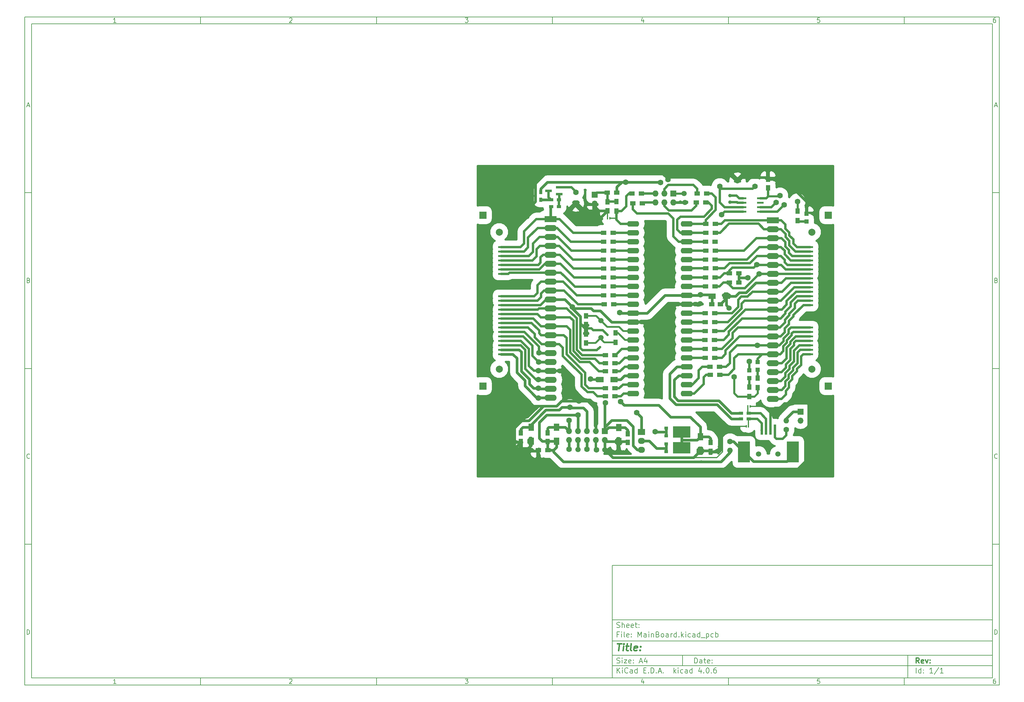
<source format=gbr>
G04 #@! TF.FileFunction,Copper,L1,Top,Signal*
%FSLAX46Y46*%
G04 Gerber Fmt 4.6, Leading zero omitted, Abs format (unit mm)*
G04 Created by KiCad (PCBNEW 4.0.6) date 12/21/17 12:56:11*
%MOMM*%
%LPD*%
G01*
G04 APERTURE LIST*
%ADD10C,0.100000*%
%ADD11C,0.150000*%
%ADD12C,0.300000*%
%ADD13C,0.400000*%
%ADD14R,1.200000X1.200000*%
%ADD15C,1.600000*%
%ADD16O,1.600000X1.600000*%
%ADD17R,1.250000X1.500000*%
%ADD18R,3.500000X1.727200*%
%ADD19O,3.500000X1.727200*%
%ADD20R,1.200000X0.900000*%
%ADD21R,2.000000X1.600000*%
%ADD22R,1.500000X1.250000*%
%ADD23R,1.600000X2.000000*%
%ADD24R,1.700000X1.700000*%
%ADD25O,1.700000X1.700000*%
%ADD26R,1.500000X1.300000*%
%ADD27R,1.300000X1.500000*%
%ADD28C,1.500000*%
%ADD29C,1.000000*%
%ADD30C,1.600200*%
%ADD31R,1.727200X1.727200*%
%ADD32O,1.727200X1.727200*%
%ADD33O,3.500000X1.600000*%
%ADD34R,0.325000X0.650000*%
%ADD35R,1.700000X0.600000*%
%ADD36C,2.000000*%
%ADD37R,2.000000X2.000000*%
%ADD38R,1.970000X0.600000*%
%ADD39R,2.032000X1.727200*%
%ADD40O,2.032000X1.727200*%
%ADD41R,1.000000X0.950000*%
%ADD42R,4.900000X3.200000*%
%ADD43R,0.900000X1.200000*%
%ADD44R,0.700000X3.000000*%
%ADD45R,3.400000X6.040000*%
%ADD46R,1.900000X0.800000*%
%ADD47C,0.800000*%
%ADD48C,0.600000*%
%ADD49C,0.635000*%
%ADD50C,0.500000*%
%ADD51C,0.250000*%
%ADD52C,0.700000*%
G04 APERTURE END LIST*
D10*
D11*
X177002200Y-166007200D02*
X177002200Y-198007200D01*
X285002200Y-198007200D01*
X285002200Y-166007200D01*
X177002200Y-166007200D01*
D10*
D11*
X10000000Y-10000000D02*
X10000000Y-200007200D01*
X287002200Y-200007200D01*
X287002200Y-10000000D01*
X10000000Y-10000000D01*
D10*
D11*
X12000000Y-12000000D02*
X12000000Y-198007200D01*
X285002200Y-198007200D01*
X285002200Y-12000000D01*
X12000000Y-12000000D01*
D10*
D11*
X60000000Y-12000000D02*
X60000000Y-10000000D01*
D10*
D11*
X110000000Y-12000000D02*
X110000000Y-10000000D01*
D10*
D11*
X160000000Y-12000000D02*
X160000000Y-10000000D01*
D10*
D11*
X210000000Y-12000000D02*
X210000000Y-10000000D01*
D10*
D11*
X260000000Y-12000000D02*
X260000000Y-10000000D01*
D10*
D11*
X35990476Y-11588095D02*
X35247619Y-11588095D01*
X35619048Y-11588095D02*
X35619048Y-10288095D01*
X35495238Y-10473810D01*
X35371429Y-10597619D01*
X35247619Y-10659524D01*
D10*
D11*
X85247619Y-10411905D02*
X85309524Y-10350000D01*
X85433333Y-10288095D01*
X85742857Y-10288095D01*
X85866667Y-10350000D01*
X85928571Y-10411905D01*
X85990476Y-10535714D01*
X85990476Y-10659524D01*
X85928571Y-10845238D01*
X85185714Y-11588095D01*
X85990476Y-11588095D01*
D10*
D11*
X135185714Y-10288095D02*
X135990476Y-10288095D01*
X135557143Y-10783333D01*
X135742857Y-10783333D01*
X135866667Y-10845238D01*
X135928571Y-10907143D01*
X135990476Y-11030952D01*
X135990476Y-11340476D01*
X135928571Y-11464286D01*
X135866667Y-11526190D01*
X135742857Y-11588095D01*
X135371429Y-11588095D01*
X135247619Y-11526190D01*
X135185714Y-11464286D01*
D10*
D11*
X185866667Y-10721429D02*
X185866667Y-11588095D01*
X185557143Y-10226190D02*
X185247619Y-11154762D01*
X186052381Y-11154762D01*
D10*
D11*
X235928571Y-10288095D02*
X235309524Y-10288095D01*
X235247619Y-10907143D01*
X235309524Y-10845238D01*
X235433333Y-10783333D01*
X235742857Y-10783333D01*
X235866667Y-10845238D01*
X235928571Y-10907143D01*
X235990476Y-11030952D01*
X235990476Y-11340476D01*
X235928571Y-11464286D01*
X235866667Y-11526190D01*
X235742857Y-11588095D01*
X235433333Y-11588095D01*
X235309524Y-11526190D01*
X235247619Y-11464286D01*
D10*
D11*
X285866667Y-10288095D02*
X285619048Y-10288095D01*
X285495238Y-10350000D01*
X285433333Y-10411905D01*
X285309524Y-10597619D01*
X285247619Y-10845238D01*
X285247619Y-11340476D01*
X285309524Y-11464286D01*
X285371429Y-11526190D01*
X285495238Y-11588095D01*
X285742857Y-11588095D01*
X285866667Y-11526190D01*
X285928571Y-11464286D01*
X285990476Y-11340476D01*
X285990476Y-11030952D01*
X285928571Y-10907143D01*
X285866667Y-10845238D01*
X285742857Y-10783333D01*
X285495238Y-10783333D01*
X285371429Y-10845238D01*
X285309524Y-10907143D01*
X285247619Y-11030952D01*
D10*
D11*
X60000000Y-198007200D02*
X60000000Y-200007200D01*
D10*
D11*
X110000000Y-198007200D02*
X110000000Y-200007200D01*
D10*
D11*
X160000000Y-198007200D02*
X160000000Y-200007200D01*
D10*
D11*
X210000000Y-198007200D02*
X210000000Y-200007200D01*
D10*
D11*
X260000000Y-198007200D02*
X260000000Y-200007200D01*
D10*
D11*
X35990476Y-199595295D02*
X35247619Y-199595295D01*
X35619048Y-199595295D02*
X35619048Y-198295295D01*
X35495238Y-198481010D01*
X35371429Y-198604819D01*
X35247619Y-198666724D01*
D10*
D11*
X85247619Y-198419105D02*
X85309524Y-198357200D01*
X85433333Y-198295295D01*
X85742857Y-198295295D01*
X85866667Y-198357200D01*
X85928571Y-198419105D01*
X85990476Y-198542914D01*
X85990476Y-198666724D01*
X85928571Y-198852438D01*
X85185714Y-199595295D01*
X85990476Y-199595295D01*
D10*
D11*
X135185714Y-198295295D02*
X135990476Y-198295295D01*
X135557143Y-198790533D01*
X135742857Y-198790533D01*
X135866667Y-198852438D01*
X135928571Y-198914343D01*
X135990476Y-199038152D01*
X135990476Y-199347676D01*
X135928571Y-199471486D01*
X135866667Y-199533390D01*
X135742857Y-199595295D01*
X135371429Y-199595295D01*
X135247619Y-199533390D01*
X135185714Y-199471486D01*
D10*
D11*
X185866667Y-198728629D02*
X185866667Y-199595295D01*
X185557143Y-198233390D02*
X185247619Y-199161962D01*
X186052381Y-199161962D01*
D10*
D11*
X235928571Y-198295295D02*
X235309524Y-198295295D01*
X235247619Y-198914343D01*
X235309524Y-198852438D01*
X235433333Y-198790533D01*
X235742857Y-198790533D01*
X235866667Y-198852438D01*
X235928571Y-198914343D01*
X235990476Y-199038152D01*
X235990476Y-199347676D01*
X235928571Y-199471486D01*
X235866667Y-199533390D01*
X235742857Y-199595295D01*
X235433333Y-199595295D01*
X235309524Y-199533390D01*
X235247619Y-199471486D01*
D10*
D11*
X285866667Y-198295295D02*
X285619048Y-198295295D01*
X285495238Y-198357200D01*
X285433333Y-198419105D01*
X285309524Y-198604819D01*
X285247619Y-198852438D01*
X285247619Y-199347676D01*
X285309524Y-199471486D01*
X285371429Y-199533390D01*
X285495238Y-199595295D01*
X285742857Y-199595295D01*
X285866667Y-199533390D01*
X285928571Y-199471486D01*
X285990476Y-199347676D01*
X285990476Y-199038152D01*
X285928571Y-198914343D01*
X285866667Y-198852438D01*
X285742857Y-198790533D01*
X285495238Y-198790533D01*
X285371429Y-198852438D01*
X285309524Y-198914343D01*
X285247619Y-199038152D01*
D10*
D11*
X10000000Y-60000000D02*
X12000000Y-60000000D01*
D10*
D11*
X10000000Y-110000000D02*
X12000000Y-110000000D01*
D10*
D11*
X10000000Y-160000000D02*
X12000000Y-160000000D01*
D10*
D11*
X10690476Y-35216667D02*
X11309524Y-35216667D01*
X10566667Y-35588095D02*
X11000000Y-34288095D01*
X11433333Y-35588095D01*
D10*
D11*
X11092857Y-84907143D02*
X11278571Y-84969048D01*
X11340476Y-85030952D01*
X11402381Y-85154762D01*
X11402381Y-85340476D01*
X11340476Y-85464286D01*
X11278571Y-85526190D01*
X11154762Y-85588095D01*
X10659524Y-85588095D01*
X10659524Y-84288095D01*
X11092857Y-84288095D01*
X11216667Y-84350000D01*
X11278571Y-84411905D01*
X11340476Y-84535714D01*
X11340476Y-84659524D01*
X11278571Y-84783333D01*
X11216667Y-84845238D01*
X11092857Y-84907143D01*
X10659524Y-84907143D01*
D10*
D11*
X11402381Y-135464286D02*
X11340476Y-135526190D01*
X11154762Y-135588095D01*
X11030952Y-135588095D01*
X10845238Y-135526190D01*
X10721429Y-135402381D01*
X10659524Y-135278571D01*
X10597619Y-135030952D01*
X10597619Y-134845238D01*
X10659524Y-134597619D01*
X10721429Y-134473810D01*
X10845238Y-134350000D01*
X11030952Y-134288095D01*
X11154762Y-134288095D01*
X11340476Y-134350000D01*
X11402381Y-134411905D01*
D10*
D11*
X10659524Y-185588095D02*
X10659524Y-184288095D01*
X10969048Y-184288095D01*
X11154762Y-184350000D01*
X11278571Y-184473810D01*
X11340476Y-184597619D01*
X11402381Y-184845238D01*
X11402381Y-185030952D01*
X11340476Y-185278571D01*
X11278571Y-185402381D01*
X11154762Y-185526190D01*
X10969048Y-185588095D01*
X10659524Y-185588095D01*
D10*
D11*
X287002200Y-60000000D02*
X285002200Y-60000000D01*
D10*
D11*
X287002200Y-110000000D02*
X285002200Y-110000000D01*
D10*
D11*
X287002200Y-160000000D02*
X285002200Y-160000000D01*
D10*
D11*
X285692676Y-35216667D02*
X286311724Y-35216667D01*
X285568867Y-35588095D02*
X286002200Y-34288095D01*
X286435533Y-35588095D01*
D10*
D11*
X286095057Y-84907143D02*
X286280771Y-84969048D01*
X286342676Y-85030952D01*
X286404581Y-85154762D01*
X286404581Y-85340476D01*
X286342676Y-85464286D01*
X286280771Y-85526190D01*
X286156962Y-85588095D01*
X285661724Y-85588095D01*
X285661724Y-84288095D01*
X286095057Y-84288095D01*
X286218867Y-84350000D01*
X286280771Y-84411905D01*
X286342676Y-84535714D01*
X286342676Y-84659524D01*
X286280771Y-84783333D01*
X286218867Y-84845238D01*
X286095057Y-84907143D01*
X285661724Y-84907143D01*
D10*
D11*
X286404581Y-135464286D02*
X286342676Y-135526190D01*
X286156962Y-135588095D01*
X286033152Y-135588095D01*
X285847438Y-135526190D01*
X285723629Y-135402381D01*
X285661724Y-135278571D01*
X285599819Y-135030952D01*
X285599819Y-134845238D01*
X285661724Y-134597619D01*
X285723629Y-134473810D01*
X285847438Y-134350000D01*
X286033152Y-134288095D01*
X286156962Y-134288095D01*
X286342676Y-134350000D01*
X286404581Y-134411905D01*
D10*
D11*
X285661724Y-185588095D02*
X285661724Y-184288095D01*
X285971248Y-184288095D01*
X286156962Y-184350000D01*
X286280771Y-184473810D01*
X286342676Y-184597619D01*
X286404581Y-184845238D01*
X286404581Y-185030952D01*
X286342676Y-185278571D01*
X286280771Y-185402381D01*
X286156962Y-185526190D01*
X285971248Y-185588095D01*
X285661724Y-185588095D01*
D10*
D11*
X200359343Y-193785771D02*
X200359343Y-192285771D01*
X200716486Y-192285771D01*
X200930771Y-192357200D01*
X201073629Y-192500057D01*
X201145057Y-192642914D01*
X201216486Y-192928629D01*
X201216486Y-193142914D01*
X201145057Y-193428629D01*
X201073629Y-193571486D01*
X200930771Y-193714343D01*
X200716486Y-193785771D01*
X200359343Y-193785771D01*
X202502200Y-193785771D02*
X202502200Y-193000057D01*
X202430771Y-192857200D01*
X202287914Y-192785771D01*
X202002200Y-192785771D01*
X201859343Y-192857200D01*
X202502200Y-193714343D02*
X202359343Y-193785771D01*
X202002200Y-193785771D01*
X201859343Y-193714343D01*
X201787914Y-193571486D01*
X201787914Y-193428629D01*
X201859343Y-193285771D01*
X202002200Y-193214343D01*
X202359343Y-193214343D01*
X202502200Y-193142914D01*
X203002200Y-192785771D02*
X203573629Y-192785771D01*
X203216486Y-192285771D02*
X203216486Y-193571486D01*
X203287914Y-193714343D01*
X203430772Y-193785771D01*
X203573629Y-193785771D01*
X204645057Y-193714343D02*
X204502200Y-193785771D01*
X204216486Y-193785771D01*
X204073629Y-193714343D01*
X204002200Y-193571486D01*
X204002200Y-193000057D01*
X204073629Y-192857200D01*
X204216486Y-192785771D01*
X204502200Y-192785771D01*
X204645057Y-192857200D01*
X204716486Y-193000057D01*
X204716486Y-193142914D01*
X204002200Y-193285771D01*
X205359343Y-193642914D02*
X205430771Y-193714343D01*
X205359343Y-193785771D01*
X205287914Y-193714343D01*
X205359343Y-193642914D01*
X205359343Y-193785771D01*
X205359343Y-192857200D02*
X205430771Y-192928629D01*
X205359343Y-193000057D01*
X205287914Y-192928629D01*
X205359343Y-192857200D01*
X205359343Y-193000057D01*
D10*
D11*
X177002200Y-194507200D02*
X285002200Y-194507200D01*
D10*
D11*
X178359343Y-196585771D02*
X178359343Y-195085771D01*
X179216486Y-196585771D02*
X178573629Y-195728629D01*
X179216486Y-195085771D02*
X178359343Y-195942914D01*
X179859343Y-196585771D02*
X179859343Y-195585771D01*
X179859343Y-195085771D02*
X179787914Y-195157200D01*
X179859343Y-195228629D01*
X179930771Y-195157200D01*
X179859343Y-195085771D01*
X179859343Y-195228629D01*
X181430772Y-196442914D02*
X181359343Y-196514343D01*
X181145057Y-196585771D01*
X181002200Y-196585771D01*
X180787915Y-196514343D01*
X180645057Y-196371486D01*
X180573629Y-196228629D01*
X180502200Y-195942914D01*
X180502200Y-195728629D01*
X180573629Y-195442914D01*
X180645057Y-195300057D01*
X180787915Y-195157200D01*
X181002200Y-195085771D01*
X181145057Y-195085771D01*
X181359343Y-195157200D01*
X181430772Y-195228629D01*
X182716486Y-196585771D02*
X182716486Y-195800057D01*
X182645057Y-195657200D01*
X182502200Y-195585771D01*
X182216486Y-195585771D01*
X182073629Y-195657200D01*
X182716486Y-196514343D02*
X182573629Y-196585771D01*
X182216486Y-196585771D01*
X182073629Y-196514343D01*
X182002200Y-196371486D01*
X182002200Y-196228629D01*
X182073629Y-196085771D01*
X182216486Y-196014343D01*
X182573629Y-196014343D01*
X182716486Y-195942914D01*
X184073629Y-196585771D02*
X184073629Y-195085771D01*
X184073629Y-196514343D02*
X183930772Y-196585771D01*
X183645058Y-196585771D01*
X183502200Y-196514343D01*
X183430772Y-196442914D01*
X183359343Y-196300057D01*
X183359343Y-195871486D01*
X183430772Y-195728629D01*
X183502200Y-195657200D01*
X183645058Y-195585771D01*
X183930772Y-195585771D01*
X184073629Y-195657200D01*
X185930772Y-195800057D02*
X186430772Y-195800057D01*
X186645058Y-196585771D02*
X185930772Y-196585771D01*
X185930772Y-195085771D01*
X186645058Y-195085771D01*
X187287915Y-196442914D02*
X187359343Y-196514343D01*
X187287915Y-196585771D01*
X187216486Y-196514343D01*
X187287915Y-196442914D01*
X187287915Y-196585771D01*
X188002201Y-196585771D02*
X188002201Y-195085771D01*
X188359344Y-195085771D01*
X188573629Y-195157200D01*
X188716487Y-195300057D01*
X188787915Y-195442914D01*
X188859344Y-195728629D01*
X188859344Y-195942914D01*
X188787915Y-196228629D01*
X188716487Y-196371486D01*
X188573629Y-196514343D01*
X188359344Y-196585771D01*
X188002201Y-196585771D01*
X189502201Y-196442914D02*
X189573629Y-196514343D01*
X189502201Y-196585771D01*
X189430772Y-196514343D01*
X189502201Y-196442914D01*
X189502201Y-196585771D01*
X190145058Y-196157200D02*
X190859344Y-196157200D01*
X190002201Y-196585771D02*
X190502201Y-195085771D01*
X191002201Y-196585771D01*
X191502201Y-196442914D02*
X191573629Y-196514343D01*
X191502201Y-196585771D01*
X191430772Y-196514343D01*
X191502201Y-196442914D01*
X191502201Y-196585771D01*
X194502201Y-196585771D02*
X194502201Y-195085771D01*
X194645058Y-196014343D02*
X195073629Y-196585771D01*
X195073629Y-195585771D02*
X194502201Y-196157200D01*
X195716487Y-196585771D02*
X195716487Y-195585771D01*
X195716487Y-195085771D02*
X195645058Y-195157200D01*
X195716487Y-195228629D01*
X195787915Y-195157200D01*
X195716487Y-195085771D01*
X195716487Y-195228629D01*
X197073630Y-196514343D02*
X196930773Y-196585771D01*
X196645059Y-196585771D01*
X196502201Y-196514343D01*
X196430773Y-196442914D01*
X196359344Y-196300057D01*
X196359344Y-195871486D01*
X196430773Y-195728629D01*
X196502201Y-195657200D01*
X196645059Y-195585771D01*
X196930773Y-195585771D01*
X197073630Y-195657200D01*
X198359344Y-196585771D02*
X198359344Y-195800057D01*
X198287915Y-195657200D01*
X198145058Y-195585771D01*
X197859344Y-195585771D01*
X197716487Y-195657200D01*
X198359344Y-196514343D02*
X198216487Y-196585771D01*
X197859344Y-196585771D01*
X197716487Y-196514343D01*
X197645058Y-196371486D01*
X197645058Y-196228629D01*
X197716487Y-196085771D01*
X197859344Y-196014343D01*
X198216487Y-196014343D01*
X198359344Y-195942914D01*
X199716487Y-196585771D02*
X199716487Y-195085771D01*
X199716487Y-196514343D02*
X199573630Y-196585771D01*
X199287916Y-196585771D01*
X199145058Y-196514343D01*
X199073630Y-196442914D01*
X199002201Y-196300057D01*
X199002201Y-195871486D01*
X199073630Y-195728629D01*
X199145058Y-195657200D01*
X199287916Y-195585771D01*
X199573630Y-195585771D01*
X199716487Y-195657200D01*
X202216487Y-195585771D02*
X202216487Y-196585771D01*
X201859344Y-195014343D02*
X201502201Y-196085771D01*
X202430773Y-196085771D01*
X203002201Y-196442914D02*
X203073629Y-196514343D01*
X203002201Y-196585771D01*
X202930772Y-196514343D01*
X203002201Y-196442914D01*
X203002201Y-196585771D01*
X204002201Y-195085771D02*
X204145058Y-195085771D01*
X204287915Y-195157200D01*
X204359344Y-195228629D01*
X204430773Y-195371486D01*
X204502201Y-195657200D01*
X204502201Y-196014343D01*
X204430773Y-196300057D01*
X204359344Y-196442914D01*
X204287915Y-196514343D01*
X204145058Y-196585771D01*
X204002201Y-196585771D01*
X203859344Y-196514343D01*
X203787915Y-196442914D01*
X203716487Y-196300057D01*
X203645058Y-196014343D01*
X203645058Y-195657200D01*
X203716487Y-195371486D01*
X203787915Y-195228629D01*
X203859344Y-195157200D01*
X204002201Y-195085771D01*
X205145058Y-196442914D02*
X205216486Y-196514343D01*
X205145058Y-196585771D01*
X205073629Y-196514343D01*
X205145058Y-196442914D01*
X205145058Y-196585771D01*
X206502201Y-195085771D02*
X206216487Y-195085771D01*
X206073630Y-195157200D01*
X206002201Y-195228629D01*
X205859344Y-195442914D01*
X205787915Y-195728629D01*
X205787915Y-196300057D01*
X205859344Y-196442914D01*
X205930772Y-196514343D01*
X206073630Y-196585771D01*
X206359344Y-196585771D01*
X206502201Y-196514343D01*
X206573630Y-196442914D01*
X206645058Y-196300057D01*
X206645058Y-195942914D01*
X206573630Y-195800057D01*
X206502201Y-195728629D01*
X206359344Y-195657200D01*
X206073630Y-195657200D01*
X205930772Y-195728629D01*
X205859344Y-195800057D01*
X205787915Y-195942914D01*
D10*
D11*
X177002200Y-191507200D02*
X285002200Y-191507200D01*
D10*
D12*
X264216486Y-193785771D02*
X263716486Y-193071486D01*
X263359343Y-193785771D02*
X263359343Y-192285771D01*
X263930771Y-192285771D01*
X264073629Y-192357200D01*
X264145057Y-192428629D01*
X264216486Y-192571486D01*
X264216486Y-192785771D01*
X264145057Y-192928629D01*
X264073629Y-193000057D01*
X263930771Y-193071486D01*
X263359343Y-193071486D01*
X265430771Y-193714343D02*
X265287914Y-193785771D01*
X265002200Y-193785771D01*
X264859343Y-193714343D01*
X264787914Y-193571486D01*
X264787914Y-193000057D01*
X264859343Y-192857200D01*
X265002200Y-192785771D01*
X265287914Y-192785771D01*
X265430771Y-192857200D01*
X265502200Y-193000057D01*
X265502200Y-193142914D01*
X264787914Y-193285771D01*
X266002200Y-192785771D02*
X266359343Y-193785771D01*
X266716485Y-192785771D01*
X267287914Y-193642914D02*
X267359342Y-193714343D01*
X267287914Y-193785771D01*
X267216485Y-193714343D01*
X267287914Y-193642914D01*
X267287914Y-193785771D01*
X267287914Y-192857200D02*
X267359342Y-192928629D01*
X267287914Y-193000057D01*
X267216485Y-192928629D01*
X267287914Y-192857200D01*
X267287914Y-193000057D01*
D10*
D11*
X178287914Y-193714343D02*
X178502200Y-193785771D01*
X178859343Y-193785771D01*
X179002200Y-193714343D01*
X179073629Y-193642914D01*
X179145057Y-193500057D01*
X179145057Y-193357200D01*
X179073629Y-193214343D01*
X179002200Y-193142914D01*
X178859343Y-193071486D01*
X178573629Y-193000057D01*
X178430771Y-192928629D01*
X178359343Y-192857200D01*
X178287914Y-192714343D01*
X178287914Y-192571486D01*
X178359343Y-192428629D01*
X178430771Y-192357200D01*
X178573629Y-192285771D01*
X178930771Y-192285771D01*
X179145057Y-192357200D01*
X179787914Y-193785771D02*
X179787914Y-192785771D01*
X179787914Y-192285771D02*
X179716485Y-192357200D01*
X179787914Y-192428629D01*
X179859342Y-192357200D01*
X179787914Y-192285771D01*
X179787914Y-192428629D01*
X180359343Y-192785771D02*
X181145057Y-192785771D01*
X180359343Y-193785771D01*
X181145057Y-193785771D01*
X182287914Y-193714343D02*
X182145057Y-193785771D01*
X181859343Y-193785771D01*
X181716486Y-193714343D01*
X181645057Y-193571486D01*
X181645057Y-193000057D01*
X181716486Y-192857200D01*
X181859343Y-192785771D01*
X182145057Y-192785771D01*
X182287914Y-192857200D01*
X182359343Y-193000057D01*
X182359343Y-193142914D01*
X181645057Y-193285771D01*
X183002200Y-193642914D02*
X183073628Y-193714343D01*
X183002200Y-193785771D01*
X182930771Y-193714343D01*
X183002200Y-193642914D01*
X183002200Y-193785771D01*
X183002200Y-192857200D02*
X183073628Y-192928629D01*
X183002200Y-193000057D01*
X182930771Y-192928629D01*
X183002200Y-192857200D01*
X183002200Y-193000057D01*
X184787914Y-193357200D02*
X185502200Y-193357200D01*
X184645057Y-193785771D02*
X185145057Y-192285771D01*
X185645057Y-193785771D01*
X186787914Y-192785771D02*
X186787914Y-193785771D01*
X186430771Y-192214343D02*
X186073628Y-193285771D01*
X187002200Y-193285771D01*
D10*
D11*
X263359343Y-196585771D02*
X263359343Y-195085771D01*
X264716486Y-196585771D02*
X264716486Y-195085771D01*
X264716486Y-196514343D02*
X264573629Y-196585771D01*
X264287915Y-196585771D01*
X264145057Y-196514343D01*
X264073629Y-196442914D01*
X264002200Y-196300057D01*
X264002200Y-195871486D01*
X264073629Y-195728629D01*
X264145057Y-195657200D01*
X264287915Y-195585771D01*
X264573629Y-195585771D01*
X264716486Y-195657200D01*
X265430772Y-196442914D02*
X265502200Y-196514343D01*
X265430772Y-196585771D01*
X265359343Y-196514343D01*
X265430772Y-196442914D01*
X265430772Y-196585771D01*
X265430772Y-195657200D02*
X265502200Y-195728629D01*
X265430772Y-195800057D01*
X265359343Y-195728629D01*
X265430772Y-195657200D01*
X265430772Y-195800057D01*
X268073629Y-196585771D02*
X267216486Y-196585771D01*
X267645058Y-196585771D02*
X267645058Y-195085771D01*
X267502201Y-195300057D01*
X267359343Y-195442914D01*
X267216486Y-195514343D01*
X269787914Y-195014343D02*
X268502200Y-196942914D01*
X271073629Y-196585771D02*
X270216486Y-196585771D01*
X270645058Y-196585771D02*
X270645058Y-195085771D01*
X270502201Y-195300057D01*
X270359343Y-195442914D01*
X270216486Y-195514343D01*
D10*
D11*
X177002200Y-187507200D02*
X285002200Y-187507200D01*
D10*
D13*
X178454581Y-188211962D02*
X179597438Y-188211962D01*
X178776010Y-190211962D02*
X179026010Y-188211962D01*
X180014105Y-190211962D02*
X180180771Y-188878629D01*
X180264105Y-188211962D02*
X180156962Y-188307200D01*
X180240295Y-188402438D01*
X180347439Y-188307200D01*
X180264105Y-188211962D01*
X180240295Y-188402438D01*
X180847438Y-188878629D02*
X181609343Y-188878629D01*
X181216486Y-188211962D02*
X181002200Y-189926248D01*
X181073630Y-190116724D01*
X181252201Y-190211962D01*
X181442677Y-190211962D01*
X182395058Y-190211962D02*
X182216487Y-190116724D01*
X182145057Y-189926248D01*
X182359343Y-188211962D01*
X183930772Y-190116724D02*
X183728391Y-190211962D01*
X183347439Y-190211962D01*
X183168867Y-190116724D01*
X183097438Y-189926248D01*
X183192676Y-189164343D01*
X183311724Y-188973867D01*
X183514105Y-188878629D01*
X183895057Y-188878629D01*
X184073629Y-188973867D01*
X184145057Y-189164343D01*
X184121248Y-189354819D01*
X183145057Y-189545295D01*
X184895057Y-190021486D02*
X184978392Y-190116724D01*
X184871248Y-190211962D01*
X184787915Y-190116724D01*
X184895057Y-190021486D01*
X184871248Y-190211962D01*
X185026010Y-188973867D02*
X185109344Y-189069105D01*
X185002200Y-189164343D01*
X184918867Y-189069105D01*
X185026010Y-188973867D01*
X185002200Y-189164343D01*
D10*
D11*
X178859343Y-185600057D02*
X178359343Y-185600057D01*
X178359343Y-186385771D02*
X178359343Y-184885771D01*
X179073629Y-184885771D01*
X179645057Y-186385771D02*
X179645057Y-185385771D01*
X179645057Y-184885771D02*
X179573628Y-184957200D01*
X179645057Y-185028629D01*
X179716485Y-184957200D01*
X179645057Y-184885771D01*
X179645057Y-185028629D01*
X180573629Y-186385771D02*
X180430771Y-186314343D01*
X180359343Y-186171486D01*
X180359343Y-184885771D01*
X181716485Y-186314343D02*
X181573628Y-186385771D01*
X181287914Y-186385771D01*
X181145057Y-186314343D01*
X181073628Y-186171486D01*
X181073628Y-185600057D01*
X181145057Y-185457200D01*
X181287914Y-185385771D01*
X181573628Y-185385771D01*
X181716485Y-185457200D01*
X181787914Y-185600057D01*
X181787914Y-185742914D01*
X181073628Y-185885771D01*
X182430771Y-186242914D02*
X182502199Y-186314343D01*
X182430771Y-186385771D01*
X182359342Y-186314343D01*
X182430771Y-186242914D01*
X182430771Y-186385771D01*
X182430771Y-185457200D02*
X182502199Y-185528629D01*
X182430771Y-185600057D01*
X182359342Y-185528629D01*
X182430771Y-185457200D01*
X182430771Y-185600057D01*
X184287914Y-186385771D02*
X184287914Y-184885771D01*
X184787914Y-185957200D01*
X185287914Y-184885771D01*
X185287914Y-186385771D01*
X186645057Y-186385771D02*
X186645057Y-185600057D01*
X186573628Y-185457200D01*
X186430771Y-185385771D01*
X186145057Y-185385771D01*
X186002200Y-185457200D01*
X186645057Y-186314343D02*
X186502200Y-186385771D01*
X186145057Y-186385771D01*
X186002200Y-186314343D01*
X185930771Y-186171486D01*
X185930771Y-186028629D01*
X186002200Y-185885771D01*
X186145057Y-185814343D01*
X186502200Y-185814343D01*
X186645057Y-185742914D01*
X187359343Y-186385771D02*
X187359343Y-185385771D01*
X187359343Y-184885771D02*
X187287914Y-184957200D01*
X187359343Y-185028629D01*
X187430771Y-184957200D01*
X187359343Y-184885771D01*
X187359343Y-185028629D01*
X188073629Y-185385771D02*
X188073629Y-186385771D01*
X188073629Y-185528629D02*
X188145057Y-185457200D01*
X188287915Y-185385771D01*
X188502200Y-185385771D01*
X188645057Y-185457200D01*
X188716486Y-185600057D01*
X188716486Y-186385771D01*
X189930772Y-185600057D02*
X190145058Y-185671486D01*
X190216486Y-185742914D01*
X190287915Y-185885771D01*
X190287915Y-186100057D01*
X190216486Y-186242914D01*
X190145058Y-186314343D01*
X190002200Y-186385771D01*
X189430772Y-186385771D01*
X189430772Y-184885771D01*
X189930772Y-184885771D01*
X190073629Y-184957200D01*
X190145058Y-185028629D01*
X190216486Y-185171486D01*
X190216486Y-185314343D01*
X190145058Y-185457200D01*
X190073629Y-185528629D01*
X189930772Y-185600057D01*
X189430772Y-185600057D01*
X191145058Y-186385771D02*
X191002200Y-186314343D01*
X190930772Y-186242914D01*
X190859343Y-186100057D01*
X190859343Y-185671486D01*
X190930772Y-185528629D01*
X191002200Y-185457200D01*
X191145058Y-185385771D01*
X191359343Y-185385771D01*
X191502200Y-185457200D01*
X191573629Y-185528629D01*
X191645058Y-185671486D01*
X191645058Y-186100057D01*
X191573629Y-186242914D01*
X191502200Y-186314343D01*
X191359343Y-186385771D01*
X191145058Y-186385771D01*
X192930772Y-186385771D02*
X192930772Y-185600057D01*
X192859343Y-185457200D01*
X192716486Y-185385771D01*
X192430772Y-185385771D01*
X192287915Y-185457200D01*
X192930772Y-186314343D02*
X192787915Y-186385771D01*
X192430772Y-186385771D01*
X192287915Y-186314343D01*
X192216486Y-186171486D01*
X192216486Y-186028629D01*
X192287915Y-185885771D01*
X192430772Y-185814343D01*
X192787915Y-185814343D01*
X192930772Y-185742914D01*
X193645058Y-186385771D02*
X193645058Y-185385771D01*
X193645058Y-185671486D02*
X193716486Y-185528629D01*
X193787915Y-185457200D01*
X193930772Y-185385771D01*
X194073629Y-185385771D01*
X195216486Y-186385771D02*
X195216486Y-184885771D01*
X195216486Y-186314343D02*
X195073629Y-186385771D01*
X194787915Y-186385771D01*
X194645057Y-186314343D01*
X194573629Y-186242914D01*
X194502200Y-186100057D01*
X194502200Y-185671486D01*
X194573629Y-185528629D01*
X194645057Y-185457200D01*
X194787915Y-185385771D01*
X195073629Y-185385771D01*
X195216486Y-185457200D01*
X195930772Y-186242914D02*
X196002200Y-186314343D01*
X195930772Y-186385771D01*
X195859343Y-186314343D01*
X195930772Y-186242914D01*
X195930772Y-186385771D01*
X196645058Y-186385771D02*
X196645058Y-184885771D01*
X196787915Y-185814343D02*
X197216486Y-186385771D01*
X197216486Y-185385771D02*
X196645058Y-185957200D01*
X197859344Y-186385771D02*
X197859344Y-185385771D01*
X197859344Y-184885771D02*
X197787915Y-184957200D01*
X197859344Y-185028629D01*
X197930772Y-184957200D01*
X197859344Y-184885771D01*
X197859344Y-185028629D01*
X199216487Y-186314343D02*
X199073630Y-186385771D01*
X198787916Y-186385771D01*
X198645058Y-186314343D01*
X198573630Y-186242914D01*
X198502201Y-186100057D01*
X198502201Y-185671486D01*
X198573630Y-185528629D01*
X198645058Y-185457200D01*
X198787916Y-185385771D01*
X199073630Y-185385771D01*
X199216487Y-185457200D01*
X200502201Y-186385771D02*
X200502201Y-185600057D01*
X200430772Y-185457200D01*
X200287915Y-185385771D01*
X200002201Y-185385771D01*
X199859344Y-185457200D01*
X200502201Y-186314343D02*
X200359344Y-186385771D01*
X200002201Y-186385771D01*
X199859344Y-186314343D01*
X199787915Y-186171486D01*
X199787915Y-186028629D01*
X199859344Y-185885771D01*
X200002201Y-185814343D01*
X200359344Y-185814343D01*
X200502201Y-185742914D01*
X201859344Y-186385771D02*
X201859344Y-184885771D01*
X201859344Y-186314343D02*
X201716487Y-186385771D01*
X201430773Y-186385771D01*
X201287915Y-186314343D01*
X201216487Y-186242914D01*
X201145058Y-186100057D01*
X201145058Y-185671486D01*
X201216487Y-185528629D01*
X201287915Y-185457200D01*
X201430773Y-185385771D01*
X201716487Y-185385771D01*
X201859344Y-185457200D01*
X202216487Y-186528629D02*
X203359344Y-186528629D01*
X203716487Y-185385771D02*
X203716487Y-186885771D01*
X203716487Y-185457200D02*
X203859344Y-185385771D01*
X204145058Y-185385771D01*
X204287915Y-185457200D01*
X204359344Y-185528629D01*
X204430773Y-185671486D01*
X204430773Y-186100057D01*
X204359344Y-186242914D01*
X204287915Y-186314343D01*
X204145058Y-186385771D01*
X203859344Y-186385771D01*
X203716487Y-186314343D01*
X205716487Y-186314343D02*
X205573630Y-186385771D01*
X205287916Y-186385771D01*
X205145058Y-186314343D01*
X205073630Y-186242914D01*
X205002201Y-186100057D01*
X205002201Y-185671486D01*
X205073630Y-185528629D01*
X205145058Y-185457200D01*
X205287916Y-185385771D01*
X205573630Y-185385771D01*
X205716487Y-185457200D01*
X206359344Y-186385771D02*
X206359344Y-184885771D01*
X206359344Y-185457200D02*
X206502201Y-185385771D01*
X206787915Y-185385771D01*
X206930772Y-185457200D01*
X207002201Y-185528629D01*
X207073630Y-185671486D01*
X207073630Y-186100057D01*
X207002201Y-186242914D01*
X206930772Y-186314343D01*
X206787915Y-186385771D01*
X206502201Y-186385771D01*
X206359344Y-186314343D01*
D10*
D11*
X177002200Y-181507200D02*
X285002200Y-181507200D01*
D10*
D11*
X178287914Y-183614343D02*
X178502200Y-183685771D01*
X178859343Y-183685771D01*
X179002200Y-183614343D01*
X179073629Y-183542914D01*
X179145057Y-183400057D01*
X179145057Y-183257200D01*
X179073629Y-183114343D01*
X179002200Y-183042914D01*
X178859343Y-182971486D01*
X178573629Y-182900057D01*
X178430771Y-182828629D01*
X178359343Y-182757200D01*
X178287914Y-182614343D01*
X178287914Y-182471486D01*
X178359343Y-182328629D01*
X178430771Y-182257200D01*
X178573629Y-182185771D01*
X178930771Y-182185771D01*
X179145057Y-182257200D01*
X179787914Y-183685771D02*
X179787914Y-182185771D01*
X180430771Y-183685771D02*
X180430771Y-182900057D01*
X180359342Y-182757200D01*
X180216485Y-182685771D01*
X180002200Y-182685771D01*
X179859342Y-182757200D01*
X179787914Y-182828629D01*
X181716485Y-183614343D02*
X181573628Y-183685771D01*
X181287914Y-183685771D01*
X181145057Y-183614343D01*
X181073628Y-183471486D01*
X181073628Y-182900057D01*
X181145057Y-182757200D01*
X181287914Y-182685771D01*
X181573628Y-182685771D01*
X181716485Y-182757200D01*
X181787914Y-182900057D01*
X181787914Y-183042914D01*
X181073628Y-183185771D01*
X183002199Y-183614343D02*
X182859342Y-183685771D01*
X182573628Y-183685771D01*
X182430771Y-183614343D01*
X182359342Y-183471486D01*
X182359342Y-182900057D01*
X182430771Y-182757200D01*
X182573628Y-182685771D01*
X182859342Y-182685771D01*
X183002199Y-182757200D01*
X183073628Y-182900057D01*
X183073628Y-183042914D01*
X182359342Y-183185771D01*
X183502199Y-182685771D02*
X184073628Y-182685771D01*
X183716485Y-182185771D02*
X183716485Y-183471486D01*
X183787913Y-183614343D01*
X183930771Y-183685771D01*
X184073628Y-183685771D01*
X184573628Y-183542914D02*
X184645056Y-183614343D01*
X184573628Y-183685771D01*
X184502199Y-183614343D01*
X184573628Y-183542914D01*
X184573628Y-183685771D01*
X184573628Y-182757200D02*
X184645056Y-182828629D01*
X184573628Y-182900057D01*
X184502199Y-182828629D01*
X184573628Y-182757200D01*
X184573628Y-182900057D01*
D10*
D11*
X197002200Y-191507200D02*
X197002200Y-194507200D01*
D10*
D11*
X261002200Y-191507200D02*
X261002200Y-198007200D01*
D14*
X218313000Y-110320000D03*
X218313000Y-108120000D03*
D15*
X210464400Y-130759200D03*
D16*
X210464400Y-133299200D03*
D17*
X151003000Y-128290000D03*
X151003000Y-130790000D03*
D18*
X159486600Y-67475100D03*
D19*
X159486600Y-70015100D03*
X159486600Y-72555100D03*
X159486600Y-75095100D03*
X159486600Y-77635100D03*
X159486600Y-80175100D03*
X159486600Y-82715100D03*
X159486600Y-85255100D03*
X159486600Y-87795100D03*
X159486600Y-90335100D03*
X159486600Y-92875100D03*
X159486600Y-95415100D03*
X159486600Y-97955100D03*
X159486600Y-100495100D03*
X159486600Y-103035100D03*
X159486600Y-105575100D03*
X159486600Y-108115100D03*
X159486600Y-110655100D03*
X159486600Y-113195100D03*
X159486600Y-115735100D03*
X159486600Y-118275100D03*
D20*
X213530000Y-122745500D03*
X215730000Y-122745500D03*
D21*
X205391000Y-89408000D03*
X209391000Y-89408000D03*
D22*
X205252000Y-91694000D03*
X207752000Y-91694000D03*
D17*
X204927200Y-131033200D03*
X204927200Y-133533200D03*
X175641000Y-62631000D03*
X175641000Y-65131000D03*
D21*
X173514000Y-113131600D03*
X177514000Y-113131600D03*
D23*
X161163000Y-126651000D03*
X161163000Y-130651000D03*
D17*
X158623000Y-128290000D03*
X158623000Y-130790000D03*
D23*
X153924000Y-126651000D03*
X153924000Y-130651000D03*
X178816000Y-126778000D03*
X178816000Y-130778000D03*
D17*
X181356000Y-128544000D03*
X181356000Y-131044000D03*
X221234000Y-58628600D03*
X221234000Y-56128600D03*
D24*
X171958000Y-60579000D03*
D25*
X171958000Y-63119000D03*
D24*
X230505000Y-122301000D03*
D25*
X230505000Y-124841000D03*
D20*
X213530000Y-124333000D03*
X215730000Y-124333000D03*
D26*
X203788000Y-60198000D03*
X201088000Y-60198000D03*
X178261000Y-59944000D03*
X175561000Y-59944000D03*
D27*
X178181000Y-65231000D03*
X178181000Y-62531000D03*
D26*
X182800000Y-62992000D03*
X185500000Y-62992000D03*
X203534000Y-62738000D03*
X200834000Y-62738000D03*
X182546000Y-60198000D03*
X185246000Y-60198000D03*
D27*
X177927000Y-99869000D03*
X177927000Y-102569000D03*
D28*
X173736000Y-101219000D03*
X173736000Y-96339000D03*
D29*
X210439000Y-60782200D03*
X210439000Y-62682200D03*
D15*
X226441000Y-127381000D03*
D16*
X226441000Y-124841000D03*
D17*
X169545000Y-95016000D03*
X169545000Y-97516000D03*
X169545000Y-102723000D03*
X169545000Y-100223000D03*
D14*
X232156000Y-68156000D03*
X232156000Y-65956000D03*
D27*
X229616000Y-65198000D03*
X229616000Y-67898000D03*
X218313000Y-115396000D03*
X218313000Y-112696000D03*
D30*
X166649400Y-63068200D03*
X166649400Y-59893200D03*
D31*
X194310000Y-60198000D03*
D32*
X194310000Y-62738000D03*
X191770000Y-60198000D03*
X191770000Y-62738000D03*
X189230000Y-60198000D03*
X189230000Y-62738000D03*
D26*
X156003000Y-133223000D03*
X158703000Y-133223000D03*
D33*
X182880000Y-68834000D03*
X182880000Y-71374000D03*
X182880000Y-73914000D03*
X182880000Y-76454000D03*
X182880000Y-78994000D03*
X182880000Y-81534000D03*
X182880000Y-84074000D03*
X182880000Y-86614000D03*
X182880000Y-89154000D03*
X182880000Y-91694000D03*
X182880000Y-94234000D03*
X182880000Y-96774000D03*
X182880000Y-99314000D03*
X182880000Y-101854000D03*
X182880000Y-104394000D03*
X182880000Y-106934000D03*
X182880000Y-109474000D03*
X182880000Y-112014000D03*
X182880000Y-114554000D03*
X182880000Y-117094000D03*
X198120000Y-117094000D03*
X198120000Y-114554000D03*
X198120000Y-112014000D03*
X198120000Y-109474000D03*
X198120000Y-106934000D03*
X198120000Y-104394000D03*
X198120000Y-101854000D03*
X198120000Y-99314000D03*
X198120000Y-96774000D03*
X198120000Y-94234000D03*
X198120000Y-91694000D03*
X198120000Y-89154000D03*
X198120000Y-86614000D03*
X198120000Y-84074000D03*
X198120000Y-81534000D03*
X198120000Y-78994000D03*
X198120000Y-76454000D03*
X198120000Y-73914000D03*
X198120000Y-71374000D03*
X198120000Y-68834000D03*
D34*
X215717000Y-126428500D03*
X215067000Y-126428500D03*
X215511500Y-120777000D03*
X216161500Y-120777000D03*
X176296200Y-67259200D03*
X175646200Y-67259200D03*
D35*
X233172000Y-105918000D03*
X233172000Y-104648000D03*
X233172000Y-103378000D03*
X233172000Y-102108000D03*
X233172000Y-100838000D03*
X233172000Y-99568000D03*
X233172000Y-98298000D03*
X233172000Y-91948000D03*
X233172000Y-90678000D03*
X233172000Y-89408000D03*
X233172000Y-88138000D03*
X233172000Y-86868000D03*
X233172000Y-85598000D03*
X233172000Y-84328000D03*
X233172000Y-83058000D03*
X233172000Y-81788000D03*
X233172000Y-80518000D03*
X233172000Y-79248000D03*
X233172000Y-77978000D03*
X233172000Y-76708000D03*
X233172000Y-75438000D03*
D36*
X233722000Y-71208000D03*
X233722000Y-110148000D03*
D37*
X238372000Y-66378000D03*
X238372000Y-114978000D03*
D35*
X145415000Y-75438000D03*
X145415000Y-76708000D03*
X145415000Y-77978000D03*
X145415000Y-79248000D03*
X145415000Y-80518000D03*
X145415000Y-81788000D03*
X145415000Y-83058000D03*
X145415000Y-89408000D03*
X145415000Y-90678000D03*
X145415000Y-91948000D03*
X145415000Y-93218000D03*
X145415000Y-94488000D03*
X145415000Y-95758000D03*
X145415000Y-97028000D03*
X145415000Y-98298000D03*
X145415000Y-99568000D03*
X145415000Y-100838000D03*
X145415000Y-102108000D03*
X145415000Y-103378000D03*
X145415000Y-104648000D03*
X145415000Y-105918000D03*
D36*
X144865000Y-110148000D03*
X144865000Y-71208000D03*
D37*
X140215000Y-114978000D03*
X140215000Y-66378000D03*
D18*
X222631000Y-67818000D03*
D19*
X222631000Y-70358000D03*
X222631000Y-72898000D03*
X222631000Y-75438000D03*
X222631000Y-77978000D03*
X222631000Y-80518000D03*
X222631000Y-83058000D03*
X222631000Y-85598000D03*
X222631000Y-88138000D03*
X222631000Y-90678000D03*
X222631000Y-93218000D03*
X222631000Y-95758000D03*
X222631000Y-98298000D03*
X222631000Y-100838000D03*
X222631000Y-103378000D03*
X222631000Y-105918000D03*
X222631000Y-108458000D03*
X222631000Y-110998000D03*
X222631000Y-113538000D03*
X222631000Y-116078000D03*
X222631000Y-118618000D03*
D38*
X214136200Y-61544200D03*
X214136200Y-62814200D03*
X214136200Y-64084200D03*
X214136200Y-65354200D03*
X219086200Y-65354200D03*
X219086200Y-64084200D03*
X219086200Y-62814200D03*
X219086200Y-61544200D03*
D39*
X185293000Y-128016000D03*
D40*
X185293000Y-130556000D03*
X185293000Y-133096000D03*
D41*
X192333500Y-126903500D03*
X192333500Y-129153500D03*
D42*
X196683500Y-128028500D03*
D41*
X192333500Y-131412000D03*
X192333500Y-133662000D03*
D42*
X196683500Y-132537000D03*
D23*
X202031600Y-129419600D03*
X202031600Y-133419600D03*
D24*
X174904400Y-127812800D03*
D25*
X174904400Y-130352800D03*
X172364400Y-127812800D03*
X172364400Y-130352800D03*
X169824400Y-127812800D03*
X169824400Y-130352800D03*
X167284400Y-127812800D03*
X167284400Y-130352800D03*
X164744400Y-127812800D03*
X164744400Y-130352800D03*
D20*
X161805800Y-63931800D03*
X159605800Y-63931800D03*
X161805800Y-62001400D03*
X159605800Y-62001400D03*
D43*
X156667200Y-61983800D03*
X156667200Y-59783800D03*
D15*
X212572600Y-56578600D03*
X217572600Y-58178600D03*
X207572600Y-58178600D03*
D26*
X174545000Y-86614000D03*
X177245000Y-86614000D03*
X174545000Y-89154000D03*
X177245000Y-89154000D03*
X174672000Y-91694000D03*
X177372000Y-91694000D03*
X177245000Y-71374000D03*
X174545000Y-71374000D03*
X177245000Y-73914000D03*
X174545000Y-73914000D03*
X177245000Y-76454000D03*
X174545000Y-76454000D03*
X177168800Y-78994000D03*
X174468800Y-78994000D03*
X177270400Y-81534000D03*
X174570400Y-81534000D03*
X177219600Y-84124800D03*
X174519600Y-84124800D03*
X203526400Y-86614000D03*
X206226400Y-86614000D03*
X203475600Y-84074000D03*
X206175600Y-84074000D03*
X203577200Y-81483200D03*
X206277200Y-81483200D03*
X203526400Y-78994000D03*
X206226400Y-78994000D03*
X203577200Y-76454000D03*
X206277200Y-76454000D03*
X203526400Y-73914000D03*
X206226400Y-73914000D03*
X203577200Y-71374000D03*
X206277200Y-71374000D03*
X203577200Y-68834000D03*
X206277200Y-68834000D03*
X175078400Y-106222800D03*
X177778400Y-106222800D03*
X175078400Y-108458000D03*
X177778400Y-108458000D03*
X175027600Y-110794800D03*
X177727600Y-110794800D03*
X206074000Y-106934000D03*
X203374000Y-106934000D03*
X206074000Y-104394000D03*
X203374000Y-104394000D03*
X175027600Y-115620800D03*
X177727600Y-115620800D03*
X175078400Y-117856000D03*
X177778400Y-117856000D03*
X207547200Y-111760000D03*
X204847200Y-111760000D03*
X207496400Y-109524800D03*
X204796400Y-109524800D03*
X206023200Y-101854000D03*
X203323200Y-101854000D03*
X206074000Y-99314000D03*
X203374000Y-99314000D03*
X206074000Y-96774000D03*
X203374000Y-96774000D03*
X206074000Y-94234000D03*
X203374000Y-94234000D03*
X212932000Y-85547200D03*
X210232000Y-85547200D03*
X212932000Y-82956400D03*
X210232000Y-82956400D03*
D14*
X215900000Y-112733000D03*
X215900000Y-110533000D03*
D27*
X215900000Y-117936000D03*
X215900000Y-115236000D03*
D44*
X223205600Y-127330200D03*
X221955600Y-127330200D03*
X220715600Y-127330200D03*
X219465600Y-127330200D03*
D45*
X228255600Y-133750200D03*
X214415600Y-133750200D03*
D28*
X224085600Y-134330200D03*
X218585600Y-134330200D03*
D46*
X161901000Y-60386000D03*
X161901000Y-58486000D03*
X158901000Y-59436000D03*
D15*
X211582000Y-112395000D03*
X229616000Y-62484000D03*
D28*
X197358000Y-60198000D03*
D15*
X190728600Y-57073800D03*
X180822600Y-56997600D03*
X215544400Y-84175600D03*
X202057000Y-89027000D03*
X179324000Y-119430800D03*
X179070000Y-94107000D03*
D28*
X232791000Y-118872000D03*
X149860000Y-135509000D03*
X174879000Y-133096000D03*
D15*
X165633400Y-92481400D03*
X208026000Y-66268600D03*
D28*
X197612000Y-62738000D03*
D15*
X192786000Y-56210200D03*
X172669200Y-66827400D03*
X152679400Y-66725800D03*
X170789600Y-112979200D03*
X190627000Y-85852000D03*
X190754000Y-95123000D03*
X153822400Y-121412000D03*
X156006800Y-110642400D03*
X156159200Y-105511600D03*
X167513000Y-119253000D03*
D28*
X201930000Y-91567000D03*
X210210400Y-92786200D03*
D15*
X156006800Y-118364000D03*
X164744400Y-124739400D03*
X156006800Y-115620800D03*
X167259000Y-123190000D03*
X183959500Y-122555000D03*
X156006800Y-113182400D03*
X164973000Y-121031000D03*
X175006000Y-119761000D03*
X224663000Y-60833000D03*
X156057600Y-108153200D03*
X218186000Y-103378000D03*
X215900000Y-107950000D03*
X189153800Y-127965200D03*
X172466000Y-133096000D03*
X169799000Y-132969000D03*
D28*
X167233600Y-133019800D03*
D15*
X164719000Y-132969000D03*
X223545400Y-62738000D03*
X218008200Y-80441800D03*
X225806000Y-63449200D03*
X218744800Y-83058000D03*
D47*
X159385000Y-56997600D02*
X158521400Y-56997600D01*
X156667200Y-58851800D02*
X156667200Y-59783800D01*
X158521400Y-56997600D02*
X156667200Y-58851800D01*
D48*
X215900000Y-117936000D02*
X217407500Y-117936000D01*
X218313000Y-117030500D02*
X218313000Y-115396000D01*
X217407500Y-117936000D02*
X218313000Y-117030500D01*
X212551000Y-117936000D02*
X211582000Y-116967000D01*
X211582000Y-116967000D02*
X211582000Y-112395000D01*
X212551000Y-117936000D02*
X215900000Y-117936000D01*
X229616000Y-65198000D02*
X229616000Y-62484000D01*
D47*
X180822600Y-56997600D02*
X190652400Y-56997600D01*
D48*
X197358000Y-60198000D02*
X194310000Y-60198000D01*
D47*
X190652400Y-56997600D02*
X190728600Y-57073800D01*
X156667200Y-59783800D02*
X156667200Y-59563000D01*
X159232600Y-56997600D02*
X159385000Y-56997600D01*
X159385000Y-56997600D02*
X179654200Y-56997600D01*
X178261000Y-59944000D02*
X178261000Y-58390800D01*
X179654200Y-56997600D02*
X180822600Y-56997600D01*
X178261000Y-58390800D02*
X179654200Y-56997600D01*
X215544400Y-84175600D02*
X212932000Y-84175600D01*
X212932000Y-85547200D02*
X212932000Y-84175600D01*
X212932000Y-84175600D02*
X212932000Y-82956400D01*
X188214000Y-120446800D02*
X180340000Y-120446800D01*
X180340000Y-120446800D02*
X179324000Y-119430800D01*
X202031600Y-129419600D02*
X202031600Y-126644400D01*
X190195200Y-120446800D02*
X188214000Y-120446800D01*
X188214000Y-120446800D02*
X188163200Y-120446800D01*
X193548000Y-123799600D02*
X190195200Y-120446800D01*
X199186800Y-123799600D02*
X193548000Y-123799600D01*
X202031600Y-126644400D02*
X199186800Y-123799600D01*
X204927200Y-131033200D02*
X204927200Y-129946400D01*
X204400400Y-129419600D02*
X202031600Y-129419600D01*
X204927200Y-129946400D02*
X204400400Y-129419600D01*
X196683500Y-130352800D02*
X201098400Y-130352800D01*
X201098400Y-130352800D02*
X202031600Y-129419600D01*
X196683500Y-132537000D02*
X196683500Y-130352800D01*
X196683500Y-130352800D02*
X196683500Y-128028500D01*
X185191400Y-94234000D02*
X186893200Y-94234000D01*
X191973200Y-89154000D02*
X198120000Y-89154000D01*
X186893200Y-94234000D02*
X191973200Y-89154000D01*
X182880000Y-94234000D02*
X185191400Y-94234000D01*
X205391000Y-89408000D02*
X205391000Y-91555000D01*
D48*
X205391000Y-91555000D02*
X205252000Y-91694000D01*
D47*
X205010000Y-89027000D02*
X202057000Y-89027000D01*
D48*
X201930000Y-89154000D02*
X202057000Y-89027000D01*
D47*
X201930000Y-89154000D02*
X198120000Y-89154000D01*
D48*
X205010000Y-89027000D02*
X205391000Y-89408000D01*
D47*
X182880000Y-94234000D02*
X179070000Y-94234000D01*
D48*
X179070000Y-94234000D02*
X179070000Y-94107000D01*
D47*
X232816400Y-119888000D02*
X232816400Y-118973600D01*
X232816400Y-118897400D02*
X232816400Y-118973600D01*
X232791000Y-118872000D02*
X232816400Y-118897400D01*
X149860000Y-135509000D02*
X149923500Y-135445500D01*
X149923500Y-132143500D02*
X149923500Y-135445500D01*
X229743000Y-138557000D02*
X232816400Y-135483600D01*
X232816400Y-119888000D02*
X232816400Y-121158000D01*
X232816400Y-135483600D02*
X232816400Y-121158000D01*
X156003000Y-135556000D02*
X156003000Y-136953000D01*
X156003000Y-134870200D02*
X156003000Y-133223000D01*
X156003000Y-134870200D02*
X156003000Y-135556000D01*
X157607000Y-138557000D02*
X204470000Y-138557000D01*
X156003000Y-136953000D02*
X157607000Y-138557000D01*
X204470000Y-138557000D02*
X229743000Y-138557000D01*
X191135000Y-54610000D02*
X210604000Y-54610000D01*
X210604000Y-54610000D02*
X212572600Y-56578600D01*
X159054800Y-54610000D02*
X157861000Y-54610000D01*
X192786000Y-56210200D02*
X192786000Y-56007000D01*
X155143200Y-62534800D02*
X155143200Y-58521600D01*
X152679400Y-64998600D02*
X155143200Y-62534800D01*
X152679400Y-64998600D02*
X152679400Y-66725800D01*
X191389000Y-54610000D02*
X191135000Y-54610000D01*
X191135000Y-54610000D02*
X159054800Y-54610000D01*
X192786000Y-56007000D02*
X191389000Y-54610000D01*
X155143200Y-57327800D02*
X155143200Y-58521600D01*
X157861000Y-54610000D02*
X155143200Y-57327800D01*
X177927000Y-135331200D02*
X177114200Y-135331200D01*
X177114200Y-135331200D02*
X174879000Y-133096000D01*
X174904400Y-133070600D02*
X174879000Y-133096000D01*
X174904400Y-130352800D02*
X174904400Y-133070600D01*
X185318400Y-135331200D02*
X200120000Y-135331200D01*
X185318400Y-135331200D02*
X177927000Y-135331200D01*
X177927000Y-135331200D02*
X177800000Y-135331200D01*
X178816000Y-130778000D02*
X175329600Y-130778000D01*
X175329600Y-130778000D02*
X174904400Y-130352800D01*
X172364400Y-127812800D02*
X172364400Y-121056400D01*
X172364400Y-121056400D02*
X170561000Y-119253000D01*
X170561000Y-119253000D02*
X167513000Y-119253000D01*
X182880000Y-96774000D02*
X189103000Y-96774000D01*
X189103000Y-96774000D02*
X190754000Y-95123000D01*
D12*
X215067000Y-126428500D02*
X209232500Y-126428500D01*
X209232500Y-126428500D02*
X208280000Y-127381000D01*
X208280000Y-127381000D02*
X208280000Y-133731000D01*
X208280000Y-133731000D02*
X206679800Y-135331200D01*
X206679800Y-135331200D02*
X200120000Y-135331200D01*
X216161500Y-120777000D02*
X220091000Y-120777000D01*
X220091000Y-120777000D02*
X221955600Y-122641600D01*
X221955600Y-122641600D02*
X221955600Y-122468400D01*
D49*
X223215200Y-121208800D02*
X224612200Y-121208800D01*
X225933000Y-119888000D02*
X232816400Y-119888000D01*
X224612200Y-121208800D02*
X225933000Y-119888000D01*
X221955600Y-127330200D02*
X221955600Y-122641600D01*
X221955600Y-122641600D02*
X221955600Y-122468400D01*
X221955600Y-122468400D02*
X223215200Y-121208800D01*
D47*
X202031600Y-133419600D02*
X200120000Y-135331200D01*
X178390800Y-130352800D02*
X178816000Y-130778000D01*
X232156000Y-65956000D02*
X232156000Y-62484000D01*
X225800600Y-56128600D02*
X221234000Y-56128600D01*
X232156000Y-62484000D02*
X225800600Y-56128600D01*
D49*
X214136200Y-65354200D02*
X208915000Y-65354200D01*
X208915000Y-65354200D02*
X208026000Y-66243200D01*
X208026000Y-66243200D02*
X208026000Y-66268600D01*
D47*
X212572600Y-56578600D02*
X212572600Y-56464200D01*
X212572600Y-56464200D02*
X213360000Y-55676800D01*
X213360000Y-55676800D02*
X220782200Y-55676800D01*
X220782200Y-55676800D02*
X221234000Y-56128600D01*
X192786000Y-56210200D02*
X192786000Y-55981600D01*
X197612000Y-62738000D02*
X194310000Y-62738000D01*
X172669200Y-66827400D02*
X173944600Y-66827400D01*
X173944600Y-66827400D02*
X175641000Y-65131000D01*
X152679400Y-66725800D02*
X152654000Y-66725800D01*
X166649400Y-63068200D02*
X166649400Y-63677800D01*
X166649400Y-63677800D02*
X168102600Y-65131000D01*
X168102600Y-65131000D02*
X173208000Y-65131000D01*
D12*
X175646200Y-67259200D02*
X175646200Y-65136200D01*
X175646200Y-65136200D02*
X175641000Y-65131000D01*
D49*
X170942000Y-113131600D02*
X173514000Y-113131600D01*
X170942000Y-113131600D02*
X170789600Y-112979200D01*
D47*
X190627000Y-85852000D02*
X190627000Y-68580000D01*
X190627000Y-68580000D02*
X190500000Y-68453000D01*
X190754000Y-95123000D02*
X190881000Y-95123000D01*
X190881000Y-95123000D02*
X194310000Y-91694000D01*
X194310000Y-91694000D02*
X198120000Y-91694000D01*
D49*
X169278300Y-98564700D02*
X171081700Y-98564700D01*
X174244000Y-99060000D02*
X175641000Y-100457000D01*
X171577000Y-99060000D02*
X174244000Y-99060000D01*
X171081700Y-98564700D02*
X171577000Y-99060000D01*
X167944800Y-97028000D02*
X167944800Y-104190800D01*
X172593000Y-104775000D02*
X173482000Y-103886000D01*
X168529000Y-104775000D02*
X172593000Y-104775000D01*
X167944800Y-104190800D02*
X168529000Y-104775000D01*
X222631000Y-110998000D02*
X225044000Y-110998000D01*
X229160292Y-102108000D02*
X233172000Y-102108000D01*
X228600000Y-102668292D02*
X229160292Y-102108000D01*
X228600000Y-103378000D02*
X228600000Y-102668292D01*
X227584000Y-104394000D02*
X228600000Y-103378000D01*
X227584000Y-107569000D02*
X227584000Y-104394000D01*
X226314000Y-108839000D02*
X227584000Y-107569000D01*
X226314000Y-109728000D02*
X226314000Y-108839000D01*
X225044000Y-110998000D02*
X226314000Y-109728000D01*
X145415000Y-102108000D02*
X151003000Y-102108000D01*
X154711400Y-110642400D02*
X156006800Y-110642400D01*
X153289000Y-109220000D02*
X154711400Y-110642400D01*
X153289000Y-104394000D02*
X153289000Y-109220000D01*
X151003000Y-102108000D02*
X153289000Y-104394000D01*
X145415000Y-99568000D02*
X152019000Y-99568000D01*
X156159200Y-103708200D02*
X156159200Y-105511600D01*
X152019000Y-99568000D02*
X156159200Y-103708200D01*
X159486600Y-90335100D02*
X158203900Y-90335100D01*
X158203900Y-90335100D02*
X156591000Y-91948000D01*
X156591000Y-91948000D02*
X145415000Y-91948000D01*
D47*
X154541402Y-120692998D02*
X158115000Y-120692998D01*
X153822400Y-121412000D02*
X154541402Y-120692998D01*
X156019500Y-110655100D02*
X156006800Y-110642400D01*
X159486600Y-110655100D02*
X156019500Y-110655100D01*
X156222700Y-105575100D02*
X156159200Y-105511600D01*
X156222700Y-105575100D02*
X159486600Y-105575100D01*
X202031600Y-133419600D02*
X204813600Y-133419600D01*
X204813600Y-133419600D02*
X204927200Y-133533200D01*
X179070000Y-96774000D02*
X176784000Y-96774000D01*
X182880000Y-96774000D02*
X179070000Y-96774000D01*
X173583600Y-93573600D02*
X171678600Y-93573600D01*
X176784000Y-96774000D02*
X173583600Y-93573600D01*
X171678600Y-93573600D02*
X170980100Y-92875100D01*
X170980100Y-92875100D02*
X165633400Y-92875100D01*
X165633400Y-92875100D02*
X167944800Y-95186500D01*
X167944800Y-95186500D02*
X167944800Y-97028000D01*
X167944800Y-97028000D02*
X167944800Y-97231200D01*
X167944800Y-97231200D02*
X169278300Y-98564700D01*
X169278300Y-98564700D02*
X169545000Y-98831400D01*
X169545000Y-98831400D02*
X169595800Y-98882200D01*
X169595800Y-98882200D02*
X169545000Y-98882200D01*
X159486600Y-90335100D02*
X163487100Y-90335100D01*
X163487100Y-90335100D02*
X165633400Y-92481400D01*
X165633400Y-92481400D02*
X165633400Y-92875100D01*
X171704000Y-93599000D02*
X171678600Y-93573600D01*
X153035000Y-132715000D02*
X153797000Y-133477000D01*
X153797000Y-133477000D02*
X155749000Y-133477000D01*
X155749000Y-133477000D02*
X156003000Y-133223000D01*
X178816000Y-130778000D02*
X181090000Y-130778000D01*
X181090000Y-130778000D02*
X181356000Y-131044000D01*
X151003000Y-130790000D02*
X151003000Y-131064000D01*
X151003000Y-131064000D02*
X149923500Y-132143500D01*
X149923500Y-132143500D02*
X149669500Y-132397500D01*
X167513000Y-119253000D02*
X162560000Y-119253000D01*
X161120002Y-120692998D02*
X158115000Y-120692998D01*
X162560000Y-119253000D02*
X161120002Y-120692998D01*
X158115000Y-120692998D02*
X157437002Y-120692998D01*
X149225000Y-131953000D02*
X149669500Y-132397500D01*
X149225000Y-126873000D02*
X149225000Y-131953000D01*
X151257000Y-124841000D02*
X149225000Y-126873000D01*
X153289000Y-124841000D02*
X151257000Y-124841000D01*
X157437002Y-120692998D02*
X153289000Y-124841000D01*
X153924000Y-131826000D02*
X153924000Y-130651000D01*
X153035000Y-132715000D02*
X153924000Y-131826000D01*
X149987000Y-132715000D02*
X153035000Y-132715000D01*
X149669500Y-132397500D02*
X149987000Y-132715000D01*
D49*
X222631000Y-85598000D02*
X225069400Y-85598000D01*
X226339400Y-84328000D02*
X233172000Y-84328000D01*
X225069400Y-85598000D02*
X226339400Y-84328000D01*
D47*
X209391000Y-89408000D02*
X212077300Y-89408000D01*
X217754200Y-85598000D02*
X222631000Y-85598000D01*
X214960200Y-88392000D02*
X217754200Y-85598000D01*
X213093300Y-88392000D02*
X214960200Y-88392000D01*
X212077300Y-89408000D02*
X213093300Y-88392000D01*
X159524700Y-90297000D02*
X159486600Y-90335100D01*
X209391000Y-89408000D02*
X209391000Y-91966800D01*
D12*
X201930000Y-91567000D02*
X202285600Y-91567000D01*
D47*
X198120000Y-91694000D02*
X201803000Y-91694000D01*
X201803000Y-91694000D02*
X201930000Y-91567000D01*
X171958000Y-63119000D02*
X171958000Y-63881000D01*
X171958000Y-63881000D02*
X173208000Y-65131000D01*
X173208000Y-65131000D02*
X175641000Y-65131000D01*
X169545000Y-100223000D02*
X169545000Y-98882200D01*
X169545000Y-98882200D02*
X169545000Y-97516000D01*
X209391000Y-89408000D02*
X209391000Y-90055000D01*
X209391000Y-90055000D02*
X207752000Y-91694000D01*
X209391000Y-91966800D02*
X210210400Y-92786200D01*
D49*
X221843600Y-110998000D02*
X222631000Y-110998000D01*
X175561000Y-59944000D02*
X172593000Y-59944000D01*
X172593000Y-59944000D02*
X171958000Y-60579000D01*
X175641000Y-62631000D02*
X175641000Y-60024000D01*
X175641000Y-60024000D02*
X175561000Y-59944000D01*
X178181000Y-62531000D02*
X175741000Y-62531000D01*
X175741000Y-62531000D02*
X175641000Y-62631000D01*
D50*
X169545000Y-95016000D02*
X172413000Y-95016000D01*
X172413000Y-95016000D02*
X173736000Y-96339000D01*
X182880000Y-99314000D02*
X180086000Y-99314000D01*
X175568000Y-98171000D02*
X173736000Y-96339000D01*
X178943000Y-98171000D02*
X175568000Y-98171000D01*
X180086000Y-99314000D02*
X178943000Y-98171000D01*
X169545000Y-102723000D02*
X172232000Y-102723000D01*
X172232000Y-102723000D02*
X173736000Y-101219000D01*
X173736000Y-101219000D02*
X173736000Y-101600000D01*
X173736000Y-101600000D02*
X174705000Y-102569000D01*
X174705000Y-102569000D02*
X177927000Y-102569000D01*
D47*
X177514000Y-113131600D02*
X179324000Y-113131600D01*
X179324000Y-113131600D02*
X180441600Y-112014000D01*
X180441600Y-112014000D02*
X182880000Y-112014000D01*
X160274000Y-126651000D02*
X163582600Y-126651000D01*
X163582600Y-126651000D02*
X164744400Y-127812800D01*
X164744400Y-127812800D02*
X164744400Y-124739400D01*
D49*
X222631000Y-118618000D02*
X225044000Y-118618000D01*
X231267000Y-105918000D02*
X233172000Y-105918000D01*
X230632000Y-106553000D02*
X231267000Y-105918000D01*
X230632000Y-108966000D02*
X230632000Y-106553000D01*
X229489000Y-110109000D02*
X230632000Y-108966000D01*
X229489000Y-110744000D02*
X229489000Y-110109000D01*
X228092000Y-112141000D02*
X229489000Y-110744000D01*
X228092000Y-113082292D02*
X228092000Y-112141000D01*
X227203000Y-113971292D02*
X228092000Y-113082292D01*
X227203000Y-115443000D02*
X227203000Y-113971292D01*
X226314000Y-116332000D02*
X227203000Y-115443000D01*
X226314000Y-117348000D02*
X226314000Y-116332000D01*
X225044000Y-118618000D02*
X226314000Y-117348000D01*
D47*
X145415000Y-105918000D02*
X148717000Y-105918000D01*
X155575000Y-118364000D02*
X156006800Y-118364000D01*
X152146000Y-114935000D02*
X155575000Y-118364000D01*
X152146000Y-113411000D02*
X152146000Y-114935000D01*
X149860000Y-111125000D02*
X152146000Y-113411000D01*
X149860000Y-107061000D02*
X149860000Y-111125000D01*
X148717000Y-105918000D02*
X149860000Y-107061000D01*
X159486600Y-118275100D02*
X156095700Y-118275100D01*
X156095700Y-118275100D02*
X156006800Y-118364000D01*
X158623000Y-128290000D02*
X158623000Y-127000000D01*
X158972000Y-126651000D02*
X160274000Y-126651000D01*
X160274000Y-126651000D02*
X161163000Y-126651000D01*
X158623000Y-127000000D02*
X158972000Y-126651000D01*
X164744400Y-124739400D02*
X164719000Y-124714000D01*
D49*
X145415000Y-105918000D02*
X146164300Y-105918000D01*
D47*
X167284400Y-123215400D02*
X167259000Y-123190000D01*
X167284400Y-123215400D02*
X167284400Y-127812800D01*
X184759600Y-136499600D02*
X163068000Y-136499600D01*
X160286700Y-133718300D02*
X161594800Y-135026400D01*
X202133200Y-136499600D02*
X184759600Y-136499600D01*
X160286700Y-133718300D02*
X160286700Y-133210300D01*
X163068000Y-136499600D02*
X161594800Y-135026400D01*
D49*
X222631000Y-116078000D02*
X225171000Y-116078000D01*
X230378000Y-104648000D02*
X233172000Y-104648000D01*
X229616000Y-105410000D02*
X230378000Y-104648000D01*
X229616000Y-108458000D02*
X229616000Y-105410000D01*
X228346000Y-109728000D02*
X229616000Y-108458000D01*
X228346000Y-110490000D02*
X228346000Y-109728000D01*
X227084648Y-111751352D02*
X228346000Y-110490000D01*
X227084648Y-112767352D02*
X227084648Y-111751352D01*
X226213146Y-113638854D02*
X227084648Y-112767352D01*
X226213146Y-115035854D02*
X226213146Y-113638854D01*
X225171000Y-116078000D02*
X226213146Y-115035854D01*
D47*
X145415000Y-104648000D02*
X150495000Y-104648000D01*
X156121100Y-115735100D02*
X156006800Y-115620800D01*
X156121100Y-115735100D02*
X159486600Y-115735100D01*
X154609800Y-115620800D02*
X156006800Y-115620800D01*
X153416000Y-114427000D02*
X154609800Y-115620800D01*
X153416000Y-113030000D02*
X153416000Y-114427000D01*
X151130000Y-110744000D02*
X153416000Y-113030000D01*
X151130000Y-105283000D02*
X151130000Y-110744000D01*
X150495000Y-104648000D02*
X151130000Y-105283000D01*
D49*
X210464400Y-133299200D02*
X210464400Y-133908800D01*
D47*
X210464400Y-133908800D02*
X207873600Y-136499600D01*
X202133200Y-136499600D02*
X207873600Y-136499600D01*
X202133200Y-136499600D02*
X202184000Y-136448800D01*
X158623000Y-130790000D02*
X158623000Y-133143000D01*
X158623000Y-133143000D02*
X158703000Y-133223000D01*
X156210000Y-129794000D02*
X157099000Y-130683000D01*
X156210000Y-125349000D02*
X156210000Y-129794000D01*
X158369000Y-123190000D02*
X156210000Y-125349000D01*
X167259000Y-123190000D02*
X158369000Y-123190000D01*
X157099000Y-130683000D02*
X158516000Y-130683000D01*
X158516000Y-130683000D02*
X158623000Y-130790000D01*
X158516000Y-130683000D02*
X158548000Y-130651000D01*
X158548000Y-130651000D02*
X161163000Y-130651000D01*
X161163000Y-130651000D02*
X161163000Y-132334000D01*
X161163000Y-132334000D02*
X160286700Y-133210300D01*
X160286700Y-133210300D02*
X160274000Y-133223000D01*
X160274000Y-133223000D02*
X158703000Y-133223000D01*
X161024000Y-130790000D02*
X161163000Y-130651000D01*
X168656000Y-121158000D02*
X168783000Y-121158000D01*
X169824400Y-122199400D02*
X169824400Y-127812800D01*
X168783000Y-121158000D02*
X169824400Y-122199400D01*
X164973000Y-121031000D02*
X165100000Y-121158000D01*
X165100000Y-121158000D02*
X168656000Y-121158000D01*
X185293000Y-128016000D02*
X185293000Y-123888500D01*
X185293000Y-123888500D02*
X183959500Y-122555000D01*
D49*
X222631000Y-113538000D02*
X224917000Y-113538000D01*
X230124000Y-103378000D02*
X233172000Y-103378000D01*
X228600000Y-104902000D02*
X230124000Y-103378000D01*
X228600000Y-107950000D02*
X228600000Y-104902000D01*
X227330000Y-109220000D02*
X228600000Y-107950000D01*
X227330000Y-110109000D02*
X227330000Y-109220000D01*
X226149646Y-111289354D02*
X227330000Y-110109000D01*
X226149646Y-112305354D02*
X226149646Y-111289354D01*
X224917000Y-113538000D02*
X226149646Y-112305354D01*
X156006800Y-113182400D02*
X155346400Y-113182400D01*
D47*
X156019500Y-113195100D02*
X156006800Y-113182400D01*
X159486600Y-113195100D02*
X156019500Y-113195100D01*
D49*
X150950708Y-103378000D02*
X145415000Y-103378000D01*
X152273000Y-104700292D02*
X150950708Y-103378000D01*
X152273000Y-110109000D02*
X152273000Y-104700292D01*
X155346400Y-113182400D02*
X152273000Y-110109000D01*
D47*
X164973000Y-121031000D02*
X162687000Y-121031000D01*
X158115000Y-121793000D02*
X153924000Y-125984000D01*
X161925000Y-121793000D02*
X158115000Y-121793000D01*
X162687000Y-121031000D02*
X161925000Y-121793000D01*
X153924000Y-125984000D02*
X153924000Y-126651000D01*
X153924000Y-126651000D02*
X151606000Y-126651000D01*
X151003000Y-127254000D02*
X151003000Y-128290000D01*
X151606000Y-126651000D02*
X151003000Y-127254000D01*
D49*
X221589600Y-113538000D02*
X222631000Y-113538000D01*
X221361000Y-113538000D02*
X222631000Y-113538000D01*
X169799000Y-127787400D02*
X169824400Y-127812800D01*
D47*
X184086500Y-133096000D02*
X185293000Y-133096000D01*
X174904400Y-126657100D02*
X176784000Y-124777500D01*
X174904400Y-127812800D02*
X174904400Y-126657100D01*
X176784000Y-124777500D02*
X181165500Y-124777500D01*
X181165500Y-124777500D02*
X182943500Y-126555500D01*
X182943500Y-126555500D02*
X182943500Y-131953000D01*
X182943500Y-131953000D02*
X184086500Y-133096000D01*
X178816000Y-126778000D02*
X175939200Y-126778000D01*
X175939200Y-126778000D02*
X174904400Y-127812800D01*
X175006000Y-119761000D02*
X174904400Y-119862600D01*
X174904400Y-119862600D02*
X174904400Y-127812800D01*
D48*
X224663000Y-60833000D02*
X224536000Y-60960000D01*
X224536000Y-60960000D02*
X221234000Y-60960000D01*
D49*
X221234000Y-58628600D02*
X221234000Y-60960000D01*
X221234000Y-60960000D02*
X221234000Y-61087000D01*
X221234000Y-61087000D02*
X220776800Y-61544200D01*
X220776800Y-61544200D02*
X219086200Y-61544200D01*
X222631000Y-108458000D02*
X225171000Y-108458000D01*
X225171000Y-108458000D02*
X226525102Y-107103898D01*
X226525102Y-107103898D02*
X226525102Y-104070090D01*
X226525102Y-104070090D02*
X227584000Y-103011192D01*
X227584000Y-103011192D02*
X227584000Y-102362000D01*
X227584000Y-102362000D02*
X229108000Y-100838000D01*
X229108000Y-100838000D02*
X233172000Y-100838000D01*
X145415000Y-100838000D02*
X151638000Y-100838000D01*
D47*
X156095700Y-108115100D02*
X156057600Y-108153200D01*
X156095700Y-108115100D02*
X159486600Y-108115100D01*
D49*
X154305000Y-106400600D02*
X156057600Y-108153200D01*
X154305000Y-103505000D02*
X154305000Y-106400600D01*
X151638000Y-100838000D02*
X154305000Y-103505000D01*
D47*
X181356000Y-128544000D02*
X181356000Y-127508000D01*
X180626000Y-126778000D02*
X178816000Y-126778000D01*
X181356000Y-127508000D02*
X180626000Y-126778000D01*
D49*
X221208600Y-108458000D02*
X222631000Y-108458000D01*
X221615000Y-108458000D02*
X222631000Y-108458000D01*
X223205600Y-127330200D02*
X223205600Y-129555800D01*
X226441000Y-129006600D02*
X226441000Y-127381000D01*
X225425000Y-130022600D02*
X226441000Y-129006600D01*
X223672400Y-130022600D02*
X225425000Y-130022600D01*
X223205600Y-129555800D02*
X223672400Y-130022600D01*
X226390200Y-127330200D02*
X226441000Y-127381000D01*
D47*
X210464400Y-130759200D02*
X211424600Y-130759200D01*
X211424600Y-130759200D02*
X214415600Y-133750200D01*
X213151800Y-132486400D02*
X214415600Y-133750200D01*
X228255600Y-133750200D02*
X228255600Y-134761200D01*
X228255600Y-134761200D02*
X226606100Y-136410700D01*
X226606100Y-136410700D02*
X217076100Y-136410700D01*
X217076100Y-136410700D02*
X214415600Y-133750200D01*
D49*
X213075600Y-132410200D02*
X214415600Y-133750200D01*
X222631000Y-93218000D02*
X225145600Y-93218000D01*
X229235000Y-88138000D02*
X233172000Y-88138000D01*
X226542600Y-90830400D02*
X229235000Y-88138000D01*
X226542600Y-91821000D02*
X226542600Y-90830400D01*
X225145600Y-93218000D02*
X226542600Y-91821000D01*
X205824000Y-99314000D02*
X208724500Y-99314000D01*
X214820500Y-93218000D02*
X222631000Y-93218000D01*
X208724500Y-99314000D02*
X214820500Y-93218000D01*
X222631000Y-88138000D02*
X225272600Y-88138000D01*
X227812600Y-85598000D02*
X233172000Y-85598000D01*
X225272600Y-88138000D02*
X227812600Y-85598000D01*
X205824000Y-94234000D02*
X211010500Y-94234000D01*
X216852500Y-88138000D02*
X222631000Y-88138000D01*
X215442800Y-89547700D02*
X216852500Y-88138000D01*
X213677500Y-89547700D02*
X215442800Y-89547700D01*
X212763100Y-90462100D02*
X213677500Y-89547700D01*
X212763100Y-92481400D02*
X212763100Y-90462100D01*
X211010500Y-94234000D02*
X212763100Y-92481400D01*
X206074000Y-106934000D02*
X208127600Y-106934000D01*
X213156800Y-100838000D02*
X222631000Y-100838000D01*
X209185191Y-104809609D02*
X213156800Y-100838000D01*
X209185191Y-105876409D02*
X209185191Y-104809609D01*
X208127600Y-106934000D02*
X209185191Y-105876409D01*
X222631000Y-100838000D02*
X224802700Y-100838000D01*
X231330500Y-91948000D02*
X233172000Y-91948000D01*
X228485700Y-94792800D02*
X231330500Y-91948000D01*
X228485700Y-95173800D02*
X228485700Y-94792800D01*
X227190300Y-96469200D02*
X228485700Y-95173800D01*
X227190300Y-97383600D02*
X227190300Y-96469200D01*
X225971100Y-98602800D02*
X227190300Y-97383600D01*
X225971100Y-99669600D02*
X225971100Y-98602800D01*
X224802700Y-100838000D02*
X225971100Y-99669600D01*
X222631000Y-100838000D02*
X223774000Y-100838000D01*
X206074000Y-104394000D02*
X208127600Y-104394000D01*
X212750400Y-98298000D02*
X222631000Y-98298000D01*
X211175600Y-99872800D02*
X212750400Y-98298000D01*
X211175600Y-101346000D02*
X211175600Y-99872800D01*
X208127600Y-104394000D02*
X211175600Y-101346000D01*
X222631000Y-98298000D02*
X224675700Y-98298000D01*
X229743000Y-90678000D02*
X233172000Y-90678000D01*
X228904800Y-91516200D02*
X229743000Y-90678000D01*
X228904800Y-92811600D02*
X228904800Y-91516200D01*
X227304600Y-94411800D02*
X228904800Y-92811600D01*
X227304600Y-94869000D02*
X227304600Y-94411800D01*
X226085400Y-96088200D02*
X227304600Y-94869000D01*
X226085400Y-96888300D02*
X226085400Y-96088200D01*
X224675700Y-98298000D02*
X226085400Y-96888300D01*
X210108800Y-99466400D02*
X210159600Y-99466400D01*
X208635600Y-101854000D02*
X210108800Y-100380800D01*
X210108800Y-100380800D02*
X210108800Y-99466400D01*
X206023200Y-101854000D02*
X208635600Y-101854000D01*
X213868000Y-95758000D02*
X222631000Y-95758000D01*
X210159600Y-99466400D02*
X213868000Y-95758000D01*
X222631000Y-95758000D02*
X224815400Y-95758000D01*
X229489000Y-89408000D02*
X233172000Y-89408000D01*
X227723700Y-91173300D02*
X229489000Y-89408000D01*
X227723700Y-92316300D02*
X227723700Y-91173300D01*
X226199700Y-93840300D02*
X227723700Y-92316300D01*
X226199700Y-94373700D02*
X226199700Y-93840300D01*
X224815400Y-95758000D02*
X226199700Y-94373700D01*
X222631000Y-90678000D02*
X224904300Y-90678000D01*
X228714300Y-86868000D02*
X233172000Y-86868000D01*
X224904300Y-90678000D02*
X228714300Y-86868000D01*
X205824000Y-96774000D02*
X209829400Y-96774000D01*
X214566500Y-90678000D02*
X222631000Y-90678000D01*
X213715600Y-91528900D02*
X214566500Y-90678000D01*
X213715600Y-92887800D02*
X213715600Y-91528900D01*
X209829400Y-96774000D02*
X213715600Y-92887800D01*
X215900000Y-110533000D02*
X215900000Y-107950000D01*
X207496400Y-109524800D02*
X209346800Y-109524800D01*
X212496400Y-103378000D02*
X218186000Y-103378000D01*
X218186000Y-103378000D02*
X218567000Y-103378000D01*
X218567000Y-103378000D02*
X219202000Y-103378000D01*
X219202000Y-103378000D02*
X222631000Y-103378000D01*
X210413600Y-105460800D02*
X212496400Y-103378000D01*
X210413600Y-108458000D02*
X210413600Y-105460800D01*
X209346800Y-109524800D02*
X210413600Y-108458000D01*
X222631000Y-103378000D02*
X224472500Y-103378000D01*
X227761800Y-98298000D02*
X233172000Y-98298000D01*
X227101400Y-98958400D02*
X227761800Y-98298000D01*
X227101400Y-99999800D02*
X227101400Y-98958400D01*
X225640900Y-101460300D02*
X227101400Y-99999800D01*
X225640900Y-102209600D02*
X225640900Y-101460300D01*
X224472500Y-103378000D02*
X225640900Y-102209600D01*
X218313000Y-108120000D02*
X218313000Y-107188000D01*
X218313000Y-107188000D02*
X219583000Y-105918000D01*
X212801200Y-105918000D02*
X219583000Y-105918000D01*
X219583000Y-105918000D02*
X220218000Y-105918000D01*
X211632800Y-107086400D02*
X212801200Y-105918000D01*
X211632800Y-110134400D02*
X211632800Y-107086400D01*
X210007200Y-111760000D02*
X211632800Y-110134400D01*
X207547200Y-111760000D02*
X210007200Y-111760000D01*
X220218000Y-105918000D02*
X222631000Y-105918000D01*
X222631000Y-105918000D02*
X224726500Y-105918000D01*
X228422200Y-99568000D02*
X233172000Y-99568000D01*
X227990400Y-99999800D02*
X228422200Y-99568000D01*
X227990400Y-100558600D02*
X227990400Y-99999800D01*
X226593400Y-101955600D02*
X227990400Y-100558600D01*
X226593400Y-102679500D02*
X226593400Y-101955600D01*
X225590100Y-103682800D02*
X226593400Y-102679500D01*
X225590100Y-105054400D02*
X225590100Y-103682800D01*
X224726500Y-105918000D02*
X225590100Y-105054400D01*
D47*
X192333500Y-128016000D02*
X189204600Y-128016000D01*
X189204600Y-128016000D02*
X189153800Y-127965200D01*
X192333500Y-129153500D02*
X192333500Y-128016000D01*
X192333500Y-128016000D02*
X192333500Y-126903500D01*
X213530000Y-122745500D02*
X210883500Y-122745500D01*
X210883500Y-122745500D02*
X207264000Y-119126000D01*
X207264000Y-119126000D02*
X195732400Y-119126000D01*
X195834000Y-112014000D02*
X198120000Y-112014000D01*
X194614800Y-113233200D02*
X195834000Y-112014000D01*
X194614800Y-118008400D02*
X194614800Y-113233200D01*
X195732400Y-119126000D02*
X194614800Y-118008400D01*
D12*
X176296200Y-67259200D02*
X177749200Y-67259200D01*
X177749200Y-67259200D02*
X178181000Y-67691000D01*
D49*
X178181000Y-65231000D02*
X179625000Y-65231000D01*
X181737000Y-60198000D02*
X182546000Y-60198000D01*
X180975000Y-60960000D02*
X181737000Y-60198000D01*
X180975000Y-63881000D02*
X180975000Y-60960000D01*
X179625000Y-65231000D02*
X180975000Y-63881000D01*
X182880000Y-68834000D02*
X179324000Y-68834000D01*
X179324000Y-68834000D02*
X178181000Y-67691000D01*
X178181000Y-67691000D02*
X178181000Y-65231000D01*
D47*
X226441000Y-124841000D02*
X226441000Y-124206000D01*
X226441000Y-124206000D02*
X228346000Y-122301000D01*
X228346000Y-122301000D02*
X230505000Y-122301000D01*
X195224400Y-120294400D02*
X195097400Y-120294400D01*
X206781400Y-120294400D02*
X195224400Y-120294400D01*
X210820000Y-124333000D02*
X206781400Y-120294400D01*
X213530000Y-124333000D02*
X210820000Y-124333000D01*
X195326000Y-109474000D02*
X198120000Y-109474000D01*
X193294000Y-111506000D02*
X195326000Y-109474000D01*
X193294000Y-118491000D02*
X193294000Y-111506000D01*
X195097400Y-120294400D02*
X193294000Y-118491000D01*
D49*
X203526400Y-73914000D02*
X198120000Y-73914000D01*
X198120000Y-73914000D02*
X195834000Y-73914000D01*
X182800000Y-64690000D02*
X182800000Y-62992000D01*
X184023000Y-65913000D02*
X182800000Y-64690000D01*
X192913000Y-65913000D02*
X184023000Y-65913000D01*
X194310000Y-67310000D02*
X192913000Y-65913000D01*
X194310000Y-72390000D02*
X194310000Y-67310000D01*
X195834000Y-73914000D02*
X194310000Y-72390000D01*
D50*
X182880000Y-101854000D02*
X180594000Y-101854000D01*
X178609000Y-99869000D02*
X177927000Y-99869000D01*
X180594000Y-101854000D02*
X178609000Y-99869000D01*
D49*
X214136200Y-61544200D02*
X213080600Y-61544200D01*
X212318600Y-60782200D02*
X210439000Y-60782200D01*
X213080600Y-61544200D02*
X212318600Y-60782200D01*
X210439000Y-62682200D02*
X212440600Y-62682200D01*
X212572600Y-62814200D02*
X214136200Y-62814200D01*
X212440600Y-62682200D02*
X212572600Y-62814200D01*
X191770000Y-60198000D02*
X191770000Y-58928000D01*
X201088000Y-58848000D02*
X201088000Y-60198000D01*
X200025000Y-57785000D02*
X201088000Y-58848000D01*
X192913000Y-57785000D02*
X200025000Y-57785000D01*
X191770000Y-58928000D02*
X192913000Y-57785000D01*
D51*
X191770000Y-60198000D02*
X191770000Y-59690000D01*
D49*
X191770000Y-62738000D02*
X191770000Y-63754000D01*
X200834000Y-63707000D02*
X200834000Y-62738000D01*
X199517000Y-65024000D02*
X200834000Y-63707000D01*
X193040000Y-65024000D02*
X199517000Y-65024000D01*
X191770000Y-63754000D02*
X193040000Y-65024000D01*
X185246000Y-60198000D02*
X189230000Y-60198000D01*
X189230000Y-62738000D02*
X185754000Y-62738000D01*
X185754000Y-62738000D02*
X185500000Y-62992000D01*
D51*
X185754000Y-62738000D02*
X185500000Y-62992000D01*
D49*
X174545000Y-71374000D02*
X165862000Y-71374000D01*
X161963100Y-67475100D02*
X159486600Y-67475100D01*
X165862000Y-71374000D02*
X161963100Y-67475100D01*
D47*
X159486600Y-67475100D02*
X159486600Y-64051000D01*
X159486600Y-64051000D02*
X159605800Y-63931800D01*
D49*
X145415000Y-75438000D02*
X150876000Y-75438000D01*
X155409900Y-67475100D02*
X159486600Y-67475100D01*
X151892000Y-70993000D02*
X155409900Y-67475100D01*
X151892000Y-74422000D02*
X151892000Y-70993000D01*
X150876000Y-75438000D02*
X151892000Y-74422000D01*
X174744200Y-71323200D02*
X174795000Y-71374000D01*
X159486600Y-70015100D02*
X161328100Y-70015100D01*
X165227000Y-73914000D02*
X174545000Y-73914000D01*
X161328100Y-70015100D02*
X165227000Y-73914000D01*
X145415000Y-76708000D02*
X151892000Y-76708000D01*
X155790900Y-70015100D02*
X159486600Y-70015100D01*
X153035000Y-72771000D02*
X155790900Y-70015100D01*
X153035000Y-75565000D02*
X153035000Y-72771000D01*
X151892000Y-76708000D02*
X153035000Y-75565000D01*
X174244000Y-73914000D02*
X174795000Y-73914000D01*
X159486600Y-72555100D02*
X161455100Y-72555100D01*
X165354000Y-76454000D02*
X174545000Y-76454000D01*
X161455100Y-72555100D02*
X165354000Y-76454000D01*
X159486600Y-72555100D02*
X156298900Y-72555100D01*
X153289000Y-77978000D02*
X145415000Y-77978000D01*
X154432000Y-76835000D02*
X153289000Y-77978000D01*
X154432000Y-74422000D02*
X154432000Y-76835000D01*
X156298900Y-72555100D02*
X154432000Y-74422000D01*
X159486600Y-75095100D02*
X161912300Y-75095100D01*
X165811200Y-78994000D02*
X174468800Y-78994000D01*
X161912300Y-75095100D02*
X165811200Y-78994000D01*
X159486600Y-75095100D02*
X156425900Y-75095100D01*
X154305000Y-79248000D02*
X145415000Y-79248000D01*
X155448000Y-78105000D02*
X154305000Y-79248000D01*
X155448000Y-76073000D02*
X155448000Y-78105000D01*
X156425900Y-75095100D02*
X155448000Y-76073000D01*
X158724600Y-75095100D02*
X159486600Y-75095100D01*
X159486600Y-77635100D02*
X162090100Y-77635100D01*
X166776400Y-81534000D02*
X174570400Y-81534000D01*
X165989000Y-81534000D02*
X166776400Y-81534000D01*
X162090100Y-77635100D02*
X165989000Y-81534000D01*
X159486600Y-77635100D02*
X157314900Y-77635100D01*
X155956000Y-80518000D02*
X145415000Y-80518000D01*
X156591000Y-79883000D02*
X155956000Y-80518000D01*
X156591000Y-78359000D02*
X156591000Y-79883000D01*
X157314900Y-77635100D02*
X156591000Y-78359000D01*
X158013400Y-77635100D02*
X159486600Y-77635100D01*
X159486600Y-80175100D02*
X162217100Y-80175100D01*
X166166800Y-84124800D02*
X174519600Y-84124800D01*
X162217100Y-80175100D02*
X166166800Y-84124800D01*
X159486600Y-80175100D02*
X157822900Y-80175100D01*
X157822900Y-80175100D02*
X156210000Y-81788000D01*
X156210000Y-81788000D02*
X145415000Y-81788000D01*
X158026100Y-80175100D02*
X159486600Y-80175100D01*
X163576000Y-83947000D02*
X166370000Y-86741000D01*
X166370000Y-86741000D02*
X174418000Y-86741000D01*
X174418000Y-86741000D02*
X174545000Y-86614000D01*
X159486600Y-82715100D02*
X147789900Y-82715100D01*
X147447000Y-83058000D02*
X145415000Y-83058000D01*
X147789900Y-82715100D02*
X147447000Y-83058000D01*
X159486600Y-82715100D02*
X162344100Y-82715100D01*
X162344100Y-82715100D02*
X163576000Y-83947000D01*
X163576000Y-83947000D02*
X163601400Y-83972400D01*
X159486600Y-85255100D02*
X162979100Y-85255100D01*
X166878000Y-89154000D02*
X174545000Y-89154000D01*
X162979100Y-85255100D02*
X166878000Y-89154000D01*
X159486600Y-85255100D02*
X156756100Y-85255100D01*
X154813000Y-89408000D02*
X145415000Y-89408000D01*
X155702000Y-88519000D02*
X154813000Y-89408000D01*
X155702000Y-86309200D02*
X155702000Y-88519000D01*
X156756100Y-85255100D02*
X155702000Y-86309200D01*
X159486600Y-87795100D02*
X157568900Y-87795100D01*
X155702000Y-90678000D02*
X145415000Y-90678000D01*
X156718000Y-89662000D02*
X155702000Y-90678000D01*
X156718000Y-88646000D02*
X156718000Y-89662000D01*
X157568900Y-87795100D02*
X156718000Y-88646000D01*
X158140400Y-87795100D02*
X159486600Y-87795100D01*
X159486600Y-87795100D02*
X163309300Y-87795100D01*
X167208200Y-91694000D02*
X174922000Y-91694000D01*
X163309300Y-87795100D02*
X167208200Y-91694000D01*
X159486600Y-92875100D02*
X164045900Y-92875100D01*
X168452800Y-106222800D02*
X175078400Y-106222800D01*
X166878000Y-104648000D02*
X168452800Y-106222800D01*
X166878000Y-95707200D02*
X166878000Y-104648000D01*
X164045900Y-92875100D02*
X166878000Y-95707200D01*
X159486600Y-92875100D02*
X156171900Y-92875100D01*
X155829000Y-93218000D02*
X145415000Y-93218000D01*
X156171900Y-92875100D02*
X155829000Y-93218000D01*
X172364400Y-132994400D02*
X172364400Y-130352800D01*
X172364400Y-132994400D02*
X172466000Y-133096000D01*
X159486600Y-95415100D02*
X164960300Y-95415100D01*
X173329600Y-108458000D02*
X175078400Y-108458000D01*
X172059600Y-107188000D02*
X173329600Y-108458000D01*
X168097200Y-107188000D02*
X172059600Y-107188000D01*
X165963600Y-105054400D02*
X168097200Y-107188000D01*
X165963600Y-96418400D02*
X165963600Y-105054400D01*
X164960300Y-95415100D02*
X165963600Y-96418400D01*
X145415000Y-94488000D02*
X155702000Y-94488000D01*
X156629100Y-95415100D02*
X159486600Y-95415100D01*
X155702000Y-94488000D02*
X156629100Y-95415100D01*
D47*
X169824400Y-132943600D02*
X169799000Y-132969000D01*
X169824400Y-132943600D02*
X169824400Y-130352800D01*
D49*
X159486600Y-97955100D02*
X164024498Y-97955100D01*
X173177200Y-110794800D02*
X175027600Y-110794800D01*
X170535600Y-108153200D02*
X173177200Y-110794800D01*
X167792400Y-108153200D02*
X170535600Y-108153200D01*
X165049200Y-105410000D02*
X167792400Y-108153200D01*
X165049200Y-98979802D02*
X165049200Y-105410000D01*
X164024498Y-97955100D02*
X165049200Y-98979802D01*
X159486600Y-97955100D02*
X156756100Y-97955100D01*
X154559000Y-95758000D02*
X145415000Y-95758000D01*
X156756100Y-97955100D02*
X154559000Y-95758000D01*
X158038800Y-97955100D02*
X159486600Y-97955100D01*
X167284400Y-132969000D02*
X167233600Y-133019800D01*
D47*
X167284400Y-132969000D02*
X167284400Y-130352800D01*
D49*
X167843200Y-109728000D02*
X167843200Y-109778800D01*
X163211698Y-100495100D02*
X164033200Y-101316602D01*
X164033200Y-101316602D02*
X164033200Y-105918000D01*
X164033200Y-105918000D02*
X167843200Y-109728000D01*
X159486600Y-100495100D02*
X163211698Y-100495100D01*
X170332400Y-115620800D02*
X175027600Y-115620800D01*
X169265600Y-114554000D02*
X170332400Y-115620800D01*
X169265600Y-111201200D02*
X169265600Y-114554000D01*
X167843200Y-109778800D02*
X169265600Y-111201200D01*
X145415000Y-97028000D02*
X154051000Y-97028000D01*
X156756100Y-100495100D02*
X159486600Y-100495100D01*
X156210000Y-99949000D02*
X156756100Y-100495100D01*
X156210000Y-99187000D02*
X156210000Y-99949000D01*
X154051000Y-97028000D02*
X156210000Y-99187000D01*
X158559500Y-100495100D02*
X159486600Y-100495100D01*
D47*
X164744400Y-132943600D02*
X164719000Y-132969000D01*
X164744400Y-132943600D02*
X164744400Y-130352800D01*
D49*
X159486600Y-103035100D02*
X161912300Y-103035100D01*
X172720000Y-117856000D02*
X175078400Y-117856000D01*
X171602400Y-116738400D02*
X172720000Y-117856000D01*
X169926000Y-116738400D02*
X171602400Y-116738400D01*
X168249600Y-115062000D02*
X169926000Y-116738400D01*
X168249600Y-111709200D02*
X168249600Y-115062000D01*
X162966400Y-106426000D02*
X168249600Y-111709200D01*
X162966400Y-104089200D02*
X162966400Y-106426000D01*
X161912300Y-103035100D02*
X162966400Y-104089200D01*
X145415000Y-98298000D02*
X153035000Y-98298000D01*
X156883100Y-103035100D02*
X159486600Y-103035100D01*
X154940000Y-101092000D02*
X156883100Y-103035100D01*
X154940000Y-100203000D02*
X154940000Y-101092000D01*
X153035000Y-98298000D02*
X154940000Y-100203000D01*
D47*
X164744400Y-130352800D02*
X164261800Y-130352800D01*
D49*
X206277200Y-68834000D02*
X207975200Y-68834000D01*
X208991200Y-67818000D02*
X222631000Y-67818000D01*
X207975200Y-68834000D02*
X208991200Y-67818000D01*
X222631000Y-67818000D02*
X225018600Y-67818000D01*
X229476300Y-75438000D02*
X233172000Y-75438000D01*
X228485700Y-74447400D02*
X229476300Y-75438000D01*
X228485700Y-73304400D02*
X228485700Y-74447400D01*
X227304600Y-72123300D02*
X228485700Y-73304400D01*
X227304600Y-71323200D02*
X227304600Y-72123300D01*
X226199700Y-70218300D02*
X227304600Y-71323200D01*
X226199700Y-68999100D02*
X226199700Y-70218300D01*
X225018600Y-67818000D02*
X226199700Y-68999100D01*
X206277200Y-71374000D02*
X207619600Y-71374000D01*
X220116400Y-70358000D02*
X222631000Y-70358000D01*
X218541600Y-68783200D02*
X220116400Y-70358000D01*
X210210400Y-68783200D02*
X218541600Y-68783200D01*
X207619600Y-71374000D02*
X210210400Y-68783200D01*
X222631000Y-70358000D02*
X224929700Y-70358000D01*
X229069900Y-76708000D02*
X233172000Y-76708000D01*
X227304600Y-74942700D02*
X229069900Y-76708000D01*
X227304600Y-73647300D02*
X227304600Y-74942700D01*
X226275900Y-72618600D02*
X227304600Y-73647300D01*
X226275900Y-71704200D02*
X226275900Y-72618600D01*
X224929700Y-70358000D02*
X226275900Y-71704200D01*
X222631000Y-72898000D02*
X217932000Y-72898000D01*
X214376000Y-76454000D02*
X206277200Y-76454000D01*
X217932000Y-72898000D02*
X214376000Y-76454000D01*
X206277200Y-76454000D02*
X207670400Y-76454000D01*
X221792800Y-72898000D02*
X222631000Y-72898000D01*
X222631000Y-72898000D02*
X225069400Y-72898000D01*
X228092000Y-77978000D02*
X233172000Y-77978000D01*
X227228400Y-77114400D02*
X228092000Y-77978000D01*
X227228400Y-76314300D02*
X227228400Y-77114400D01*
X226199700Y-75285600D02*
X227228400Y-76314300D01*
X226199700Y-74028300D02*
X226199700Y-75285600D01*
X225069400Y-72898000D02*
X226199700Y-74028300D01*
D48*
X223774000Y-72898000D02*
X222631000Y-72898000D01*
D49*
X206226400Y-78994000D02*
X215214200Y-78994000D01*
X218770200Y-75438000D02*
X222631000Y-75438000D01*
X215214200Y-78994000D02*
X218770200Y-75438000D01*
X221488000Y-75438000D02*
X222631000Y-75438000D01*
X222631000Y-75438000D02*
X224942400Y-75438000D01*
X227723700Y-79248000D02*
X233172000Y-79248000D01*
X226009200Y-77533500D02*
X227723700Y-79248000D01*
X226009200Y-76504800D02*
X226009200Y-77533500D01*
X224942400Y-75438000D02*
X226009200Y-76504800D01*
X206277200Y-81483200D02*
X208940400Y-81483200D01*
X218160600Y-77978000D02*
X222631000Y-77978000D01*
X216077800Y-80060800D02*
X218160600Y-77978000D01*
X210362800Y-80060800D02*
X216077800Y-80060800D01*
X208940400Y-81483200D02*
X210362800Y-80060800D01*
X222631000Y-77978000D02*
X224891600Y-77978000D01*
X226783900Y-80518000D02*
X233172000Y-80518000D01*
X226009200Y-79743300D02*
X226783900Y-80518000D01*
X226009200Y-79095600D02*
X226009200Y-79743300D01*
X224891600Y-77978000D02*
X226009200Y-79095600D01*
X222199200Y-64084200D02*
X223545400Y-62738000D01*
X222199200Y-64084200D02*
X219086200Y-64084200D01*
X210232000Y-82956400D02*
X210232000Y-82122000D01*
X218084400Y-80518000D02*
X218008200Y-80441800D01*
X218084400Y-80518000D02*
X222631000Y-80518000D01*
X217170000Y-81280000D02*
X218008200Y-80441800D01*
X211074000Y-81280000D02*
X217170000Y-81280000D01*
X210232000Y-82122000D02*
X211074000Y-81280000D01*
X206175600Y-84074000D02*
X207670400Y-84074000D01*
X207670400Y-84074000D02*
X208788000Y-82956400D01*
X208788000Y-82956400D02*
X210232000Y-82956400D01*
X222631000Y-80518000D02*
X224955100Y-80518000D01*
X226225100Y-81788000D02*
X233172000Y-81788000D01*
X224955100Y-80518000D02*
X226225100Y-81788000D01*
X222631000Y-80518000D02*
X221411800Y-80518000D01*
X223901000Y-65354200D02*
X225806000Y-63449200D01*
X223901000Y-65354200D02*
X219086200Y-65354200D01*
X210232000Y-85547200D02*
X210232000Y-86127600D01*
X210232000Y-86127600D02*
X211277200Y-87172800D01*
X218744800Y-83058000D02*
X222631000Y-83058000D01*
X214630000Y-87172800D02*
X218744800Y-83058000D01*
X211277200Y-87172800D02*
X214630000Y-87172800D01*
X206226400Y-86614000D02*
X207467200Y-86614000D01*
X208534000Y-85547200D02*
X210232000Y-85547200D01*
X207467200Y-86614000D02*
X208534000Y-85547200D01*
X222631000Y-83058000D02*
X233172000Y-83058000D01*
X232156000Y-68156000D02*
X229874000Y-68156000D01*
X229874000Y-68156000D02*
X229616000Y-67898000D01*
X218313000Y-110320000D02*
X218313000Y-112696000D01*
X166649400Y-59893200D02*
X166649400Y-59715400D01*
X166649400Y-59715400D02*
X165420000Y-58486000D01*
X165420000Y-58486000D02*
X161901000Y-58486000D01*
X161901000Y-60386000D02*
X161901000Y-61906200D01*
X161901000Y-61906200D02*
X161805800Y-62001400D01*
X161805800Y-63931800D02*
X161805800Y-62001400D01*
D47*
X185293000Y-130556000D02*
X187452000Y-130556000D01*
X187452000Y-130556000D02*
X189636400Y-132740400D01*
X189636400Y-132740400D02*
X192333500Y-132740400D01*
X192333500Y-133662000D02*
X192333500Y-132740400D01*
X192333500Y-132740400D02*
X192333500Y-132461000D01*
X192333500Y-132461000D02*
X192333500Y-131412000D01*
D49*
X203577200Y-68834000D02*
X203577200Y-67745600D01*
X205232000Y-60198000D02*
X203788000Y-60198000D01*
X206400400Y-61366400D02*
X205232000Y-60198000D01*
X206400400Y-64922400D02*
X206400400Y-61366400D01*
X203577200Y-67745600D02*
X206400400Y-64922400D01*
X203577200Y-68834000D02*
X198120000Y-68834000D01*
X203577200Y-71374000D02*
X198120000Y-71374000D01*
X203534000Y-62738000D02*
X204343000Y-62738000D01*
X196342000Y-71374000D02*
X198120000Y-71374000D01*
X195453000Y-70485000D02*
X196342000Y-71374000D01*
X195453000Y-67691000D02*
X195453000Y-70485000D01*
X196342000Y-66802000D02*
X195453000Y-67691000D01*
X203073000Y-66802000D02*
X196342000Y-66802000D01*
X205304709Y-64570291D02*
X203073000Y-66802000D01*
X205304709Y-63699709D02*
X205304709Y-64570291D01*
X204343000Y-62738000D02*
X205304709Y-63699709D01*
X182880000Y-86614000D02*
X176995000Y-86614000D01*
X182880000Y-89154000D02*
X176995000Y-89154000D01*
X182880000Y-91694000D02*
X177122000Y-91694000D01*
X182880000Y-71374000D02*
X176995000Y-71374000D01*
X182880000Y-73914000D02*
X176995000Y-73914000D01*
X182880000Y-76454000D02*
X176995000Y-76454000D01*
X182880000Y-104394000D02*
X179730400Y-104394000D01*
X179730400Y-104394000D02*
X177901600Y-106222800D01*
X177901600Y-106222800D02*
X177778400Y-106222800D01*
X182880000Y-78994000D02*
X177168800Y-78994000D01*
X182880000Y-106934000D02*
X180543200Y-106934000D01*
X179019200Y-108458000D02*
X177778400Y-108458000D01*
X180543200Y-106934000D02*
X179019200Y-108458000D01*
X182880000Y-81534000D02*
X177270400Y-81534000D01*
X182880000Y-109474000D02*
X180543200Y-109474000D01*
X179222400Y-110794800D02*
X177727600Y-110794800D01*
X180543200Y-109474000D02*
X179222400Y-110794800D01*
X182880000Y-84074000D02*
X177270400Y-84074000D01*
X177270400Y-84074000D02*
X177219600Y-84124800D01*
X203374000Y-106934000D02*
X198120000Y-106934000D01*
X203526400Y-86614000D02*
X198120000Y-86614000D01*
X203374000Y-104394000D02*
X198120000Y-104394000D01*
X203475600Y-84074000D02*
X198120000Y-84074000D01*
X203577200Y-81483200D02*
X198170800Y-81483200D01*
X198170800Y-81483200D02*
X198120000Y-81534000D01*
X177727600Y-115620800D02*
X178968400Y-115620800D01*
X180035200Y-114554000D02*
X182880000Y-114554000D01*
X178968400Y-115620800D02*
X180035200Y-114554000D01*
X203526400Y-78994000D02*
X198120000Y-78994000D01*
X177778400Y-117856000D02*
X179476400Y-117856000D01*
X180238400Y-117094000D02*
X182880000Y-117094000D01*
X179476400Y-117856000D02*
X180238400Y-117094000D01*
X203577200Y-76454000D02*
X198120000Y-76454000D01*
X198120000Y-117094000D02*
X200304400Y-117094000D01*
X203657200Y-111760000D02*
X204847200Y-111760000D01*
X202946000Y-112471200D02*
X203657200Y-111760000D01*
X202946000Y-114452400D02*
X202946000Y-112471200D01*
X200304400Y-117094000D02*
X202946000Y-114452400D01*
X198120000Y-114554000D02*
X199745600Y-114554000D01*
X199745600Y-114554000D02*
X201574400Y-112725200D01*
X202539600Y-109524800D02*
X204796400Y-109524800D01*
X201574400Y-110490000D02*
X202539600Y-109524800D01*
X201574400Y-112725200D02*
X201574400Y-110490000D01*
X198170800Y-114604800D02*
X198120000Y-114554000D01*
X203323200Y-101854000D02*
X198120000Y-101854000D01*
X198120000Y-99314000D02*
X203624000Y-99314000D01*
X198120000Y-96774000D02*
X203624000Y-96774000D01*
X198120000Y-94234000D02*
X203624000Y-94234000D01*
D12*
X215511500Y-120777000D02*
X215511500Y-122527000D01*
X215511500Y-122527000D02*
X215730000Y-122745500D01*
D52*
X220715600Y-127330200D02*
X220715600Y-124322600D01*
X219138500Y-122745500D02*
X215730000Y-122745500D01*
X220715600Y-124322600D02*
X219138500Y-122745500D01*
D12*
X215717000Y-126428500D02*
X215717000Y-124346000D01*
X215717000Y-124346000D02*
X215730000Y-124333000D01*
D52*
X219465600Y-127330200D02*
X219465600Y-125612600D01*
X218186000Y-124333000D02*
X215730000Y-124333000D01*
X219465600Y-125612600D02*
X218186000Y-124333000D01*
D12*
X219237000Y-127558800D02*
X219465600Y-127330200D01*
D49*
X158901000Y-59436000D02*
X158901000Y-61296600D01*
X158901000Y-61296600D02*
X159605800Y-62001400D01*
D47*
X156667200Y-61983800D02*
X158318200Y-61983800D01*
X158318200Y-61983800D02*
X159588200Y-61983800D01*
X159588200Y-61983800D02*
X159605800Y-62001400D01*
D49*
X207572600Y-58178600D02*
X207572600Y-58601600D01*
X207572600Y-58601600D02*
X207848200Y-58877200D01*
X207848200Y-58877200D02*
X216874000Y-58877200D01*
X216874000Y-58877200D02*
X217572600Y-58178600D01*
X214136200Y-64084200D02*
X208915000Y-64084200D01*
X207572600Y-62741800D02*
X207572600Y-58178600D01*
X208915000Y-64084200D02*
X207572600Y-62741800D01*
X215900000Y-112733000D02*
X215900000Y-115236000D01*
D50*
X138680000Y-52320000D02*
X239780000Y-52320000D01*
X138680000Y-52720000D02*
X239780000Y-52720000D01*
X138680000Y-53120000D02*
X239780000Y-53120000D01*
X138680000Y-53520000D02*
X239780000Y-53520000D01*
X138680000Y-53920000D02*
X219592726Y-53920000D01*
X220775400Y-53920000D02*
X221692600Y-53920000D01*
X222875274Y-53920000D02*
X239780000Y-53920000D01*
X138680000Y-54320000D02*
X211382708Y-54320000D01*
X213762493Y-54320000D02*
X219192726Y-54320000D01*
X220921500Y-54320000D02*
X221546500Y-54320000D01*
X223275274Y-54320000D02*
X239780000Y-54320000D01*
X138680000Y-54720000D02*
X179657273Y-54720000D01*
X181986995Y-54720000D02*
X189747691Y-54720000D01*
X191709486Y-54720000D02*
X211357370Y-54720000D01*
X213787831Y-54720000D02*
X218987615Y-54720000D01*
X220921500Y-54720000D02*
X221546500Y-54720000D01*
X223480386Y-54720000D02*
X239780000Y-54720000D01*
X138680000Y-55120000D02*
X157535888Y-55120000D01*
X192381309Y-55120000D02*
X211679685Y-55120000D01*
X213465514Y-55120000D02*
X218859000Y-55120000D01*
X220921500Y-55120000D02*
X221546500Y-55120000D01*
X223609000Y-55120000D02*
X239780000Y-55120000D01*
X138680000Y-55520000D02*
X156958441Y-55520000D01*
X192780611Y-55520000D02*
X210222709Y-55520000D01*
X210948315Y-55520000D02*
X212079685Y-55520000D01*
X213065514Y-55520000D02*
X214196886Y-55520000D01*
X214939026Y-55520000D02*
X218859000Y-55520000D01*
X220921500Y-55520000D02*
X221546500Y-55520000D01*
X223405100Y-55520000D02*
X239780000Y-55520000D01*
X138680000Y-55920000D02*
X156558441Y-55920000D01*
X200883727Y-55920000D02*
X206361290Y-55920000D01*
X208782752Y-55920000D02*
X210108767Y-55920000D01*
X211348315Y-55920000D02*
X212479685Y-55920000D01*
X212665514Y-55920000D02*
X213796886Y-55920000D01*
X215063410Y-55920000D02*
X216361290Y-55920000D01*
X218782752Y-55920000D02*
X218859000Y-55920000D01*
X220609000Y-55920000D02*
X239780000Y-55920000D01*
X138680000Y-56320000D02*
X156158441Y-56320000D01*
X201482368Y-56320000D02*
X205825052Y-56320000D01*
X209320343Y-56320000D02*
X209994824Y-56320000D01*
X211748315Y-56320000D02*
X213396886Y-56320000D01*
X215109692Y-56320000D02*
X215825052Y-56320000D01*
X222677746Y-56320000D02*
X239780000Y-56320000D01*
X138680000Y-56720000D02*
X155758441Y-56720000D01*
X201883886Y-56720000D02*
X205424353Y-56720000D01*
X209719645Y-56720000D02*
X210021948Y-56720000D01*
X211865515Y-56720000D02*
X213279685Y-56720000D01*
X215155974Y-56720000D02*
X215424353Y-56720000D01*
X223387900Y-56720000D02*
X239780000Y-56720000D01*
X138680000Y-57120000D02*
X155358441Y-57120000D01*
X202283886Y-57120000D02*
X205251071Y-57120000D01*
X223609000Y-57120000D02*
X239780000Y-57120000D01*
X138680000Y-57520000D02*
X155020982Y-57520000D01*
X202639442Y-57520000D02*
X205084976Y-57520000D01*
X223575809Y-57520000D02*
X239780000Y-57520000D01*
X138680000Y-57920000D02*
X154753711Y-57920000D01*
X223643284Y-57920000D02*
X239780000Y-57920000D01*
X138680000Y-58320000D02*
X154622982Y-58320000D01*
X223643284Y-58320000D02*
X224067385Y-58320000D01*
X225260489Y-58320000D02*
X239780000Y-58320000D01*
X138680000Y-58720000D02*
X154526838Y-58720000D01*
X226156787Y-58720000D02*
X239780000Y-58720000D01*
X138680000Y-59120000D02*
X154445836Y-59120000D01*
X226556089Y-59120000D02*
X239780000Y-59120000D01*
X138680000Y-59520000D02*
X154432916Y-59520000D01*
X226879583Y-59520000D02*
X239780000Y-59520000D01*
X138680000Y-59920000D02*
X154432916Y-59920000D01*
X227044860Y-59920000D02*
X239780000Y-59920000D01*
X138680000Y-60320000D02*
X154432916Y-60320000D01*
X227210136Y-60320000D02*
X228175740Y-60320000D01*
X231053974Y-60320000D02*
X239780000Y-60320000D01*
X138680000Y-60720000D02*
X154496176Y-60720000D01*
X227213098Y-60720000D02*
X227773686Y-60720000D01*
X231458178Y-60720000D02*
X239780000Y-60720000D01*
X138680000Y-61120000D02*
X154486337Y-61120000D01*
X227212749Y-61120000D02*
X227421284Y-61120000D01*
X231811511Y-61120000D02*
X239780000Y-61120000D01*
X138680000Y-61520000D02*
X154432916Y-61520000D01*
X231976787Y-61520000D02*
X239780000Y-61520000D01*
X138680000Y-61920000D02*
X154432916Y-61920000D01*
X232142064Y-61920000D02*
X239780000Y-61920000D01*
X138680000Y-62320000D02*
X154432916Y-62320000D01*
X232166143Y-62320000D02*
X239780000Y-62320000D01*
X138680000Y-62720000D02*
X154458543Y-62720000D01*
X232165794Y-62720000D02*
X239780000Y-62720000D01*
X138680000Y-63120000D02*
X154533809Y-63120000D01*
X232113008Y-63120000D02*
X239780000Y-63120000D01*
X138680000Y-63520000D02*
X154740064Y-63520000D01*
X231946913Y-63520000D02*
X239780000Y-63520000D01*
X142180979Y-63920000D02*
X155072961Y-63920000D01*
X231950934Y-63920000D02*
X232579500Y-63920000D01*
X233794874Y-63920000D02*
X236406063Y-63920000D01*
X142613760Y-64320000D02*
X155979753Y-64320000D01*
X232026200Y-64320000D02*
X232456000Y-64320000D01*
X234194874Y-64320000D02*
X235976876Y-64320000D01*
X142871153Y-64720000D02*
X157285152Y-64720000D01*
X232050284Y-64720000D02*
X232456000Y-64720000D01*
X234386747Y-64720000D02*
X235720965Y-64720000D01*
X142950738Y-65120000D02*
X156822724Y-65120000D01*
X232050284Y-65120000D02*
X232456000Y-65120000D01*
X234506000Y-65120000D02*
X235639963Y-65120000D01*
X142999284Y-65520000D02*
X154844827Y-65520000D01*
X232050284Y-65520000D02*
X232456000Y-65520000D01*
X234204500Y-65520000D02*
X235587716Y-65520000D01*
X142999284Y-65920000D02*
X154087377Y-65920000D01*
X233461468Y-65920000D02*
X235587716Y-65920000D01*
X142999284Y-66320000D02*
X153641114Y-66320000D01*
X234132500Y-66320000D02*
X235587716Y-66320000D01*
X142999284Y-66720000D02*
X153241114Y-66720000D01*
X234506000Y-66720000D02*
X235587716Y-66720000D01*
X142999284Y-67120000D02*
X152841114Y-67120000D01*
X234458245Y-67120000D02*
X235587716Y-67120000D01*
X142970528Y-67520000D02*
X152441114Y-67520000D01*
X234533511Y-67520000D02*
X235614435Y-67520000D01*
X142889526Y-67920000D02*
X152041114Y-67920000D01*
X234540284Y-67920000D02*
X235689700Y-67920000D01*
X142689383Y-68320000D02*
X151641114Y-68320000D01*
X234540284Y-68320000D02*
X235898596Y-68320000D01*
X142361206Y-68720000D02*
X143685149Y-68720000D01*
X146044223Y-68720000D02*
X151241114Y-68720000D01*
X234901223Y-68720000D02*
X236236249Y-68720000D01*
X138680000Y-69120000D02*
X139006194Y-69120000D01*
X141439719Y-69120000D02*
X143064162Y-69120000D01*
X146666340Y-69120000D02*
X150841114Y-69120000D01*
X235523340Y-69120000D02*
X237163195Y-69120000D01*
X239596718Y-69120000D02*
X239780000Y-69120000D01*
X138680000Y-69520000D02*
X142663463Y-69520000D01*
X147065642Y-69520000D02*
X150441114Y-69520000D01*
X235922642Y-69520000D02*
X239780000Y-69520000D01*
X138680000Y-69920000D02*
X142422169Y-69920000D01*
X147308314Y-69920000D02*
X150170174Y-69920000D01*
X236165314Y-69920000D02*
X239780000Y-69920000D01*
X138680000Y-70320000D02*
X142256074Y-70320000D01*
X147473591Y-70320000D02*
X149958368Y-70320000D01*
X236330591Y-70320000D02*
X239780000Y-70320000D01*
X138680000Y-70720000D02*
X142115425Y-70720000D01*
X147615427Y-70720000D02*
X149878804Y-70720000D01*
X236472427Y-70720000D02*
X239780000Y-70720000D01*
X138680000Y-71120000D02*
X142115076Y-71120000D01*
X147615078Y-71120000D02*
X149824500Y-71120000D01*
X236472078Y-71120000D02*
X239780000Y-71120000D01*
X138680000Y-71520000D02*
X142114727Y-71520000D01*
X147614729Y-71520000D02*
X149824500Y-71520000D01*
X236471729Y-71520000D02*
X239780000Y-71520000D01*
X138680000Y-71920000D02*
X142183687Y-71920000D01*
X147547008Y-71920000D02*
X149824500Y-71920000D01*
X236404008Y-71920000D02*
X239780000Y-71920000D01*
X138680000Y-72320000D02*
X142348964Y-72320000D01*
X147380913Y-72320000D02*
X149824500Y-72320000D01*
X236237913Y-72320000D02*
X239780000Y-72320000D01*
X138680000Y-72720000D02*
X142514241Y-72720000D01*
X147214818Y-72720000D02*
X149824500Y-72720000D01*
X236071818Y-72720000D02*
X239780000Y-72720000D01*
X138680000Y-73120000D02*
X142887967Y-73120000D01*
X146842145Y-73120000D02*
X149824500Y-73120000D01*
X235699145Y-73120000D02*
X239780000Y-73120000D01*
X138680000Y-73520000D02*
X143287270Y-73520000D01*
X235298447Y-73520000D02*
X239780000Y-73520000D01*
X138680000Y-73920000D02*
X143279199Y-73920000D01*
X235317803Y-73920000D02*
X239780000Y-73920000D01*
X138680000Y-74320000D02*
X143005891Y-74320000D01*
X235575196Y-74320000D02*
X239780000Y-74320000D01*
X138680000Y-74720000D02*
X142865364Y-74720000D01*
X235727632Y-74720000D02*
X239780000Y-74720000D01*
X138680000Y-75120000D02*
X142784362Y-75120000D01*
X235802898Y-75120000D02*
X239780000Y-75120000D01*
X138680000Y-75520000D02*
X142780716Y-75520000D01*
X235806284Y-75520000D02*
X239780000Y-75520000D01*
X138680000Y-75920000D02*
X142814961Y-75920000D01*
X235769427Y-75920000D02*
X239780000Y-75920000D01*
X138680000Y-76320000D02*
X142798537Y-76320000D01*
X235789726Y-76320000D02*
X239780000Y-76320000D01*
X138680000Y-76720000D02*
X142780716Y-76720000D01*
X235806284Y-76720000D02*
X239780000Y-76720000D01*
X138680000Y-77120000D02*
X142801790Y-77120000D01*
X235783603Y-77120000D02*
X239780000Y-77120000D01*
X138680000Y-77520000D02*
X142812712Y-77520000D01*
X235776555Y-77520000D02*
X239780000Y-77520000D01*
X138680000Y-77920000D02*
X142780716Y-77920000D01*
X235806284Y-77920000D02*
X239780000Y-77920000D01*
X138680000Y-78320000D02*
X142788618Y-78320000D01*
X235797778Y-78320000D02*
X239780000Y-78320000D01*
X138680000Y-78720000D02*
X142826888Y-78720000D01*
X235763383Y-78720000D02*
X239780000Y-78720000D01*
X138680000Y-79120000D02*
X142780716Y-79120000D01*
X235806284Y-79120000D02*
X239780000Y-79120000D01*
X138680000Y-79520000D02*
X142780716Y-79520000D01*
X235806284Y-79520000D02*
X239780000Y-79520000D01*
X138680000Y-79920000D02*
X142841063Y-79920000D01*
X235750212Y-79920000D02*
X239780000Y-79920000D01*
X138680000Y-80320000D02*
X142780716Y-80320000D01*
X235806284Y-80320000D02*
X239780000Y-80320000D01*
X138680000Y-80720000D02*
X142780716Y-80720000D01*
X235806284Y-80720000D02*
X239780000Y-80720000D01*
X138680000Y-81120000D02*
X142837541Y-81120000D01*
X235745127Y-81120000D02*
X239780000Y-81120000D01*
X138680000Y-81520000D02*
X142780716Y-81520000D01*
X235806284Y-81520000D02*
X239780000Y-81520000D01*
X138680000Y-81920000D02*
X142780716Y-81920000D01*
X235806284Y-81920000D02*
X239780000Y-81920000D01*
X138680000Y-82320000D02*
X142824370Y-82320000D01*
X235759302Y-82320000D02*
X239780000Y-82320000D01*
X138680000Y-82720000D02*
X142788412Y-82720000D01*
X235799134Y-82720000D02*
X239780000Y-82720000D01*
X138680000Y-83120000D02*
X142780716Y-83120000D01*
X235806284Y-83120000D02*
X239780000Y-83120000D01*
X138680000Y-83520000D02*
X142811198Y-83520000D01*
X235773477Y-83520000D02*
X239780000Y-83520000D01*
X138680000Y-83920000D02*
X142886463Y-83920000D01*
X235692476Y-83920000D02*
X239780000Y-83920000D01*
X138680000Y-84320000D02*
X143104466Y-84320000D01*
X235482718Y-84320000D02*
X239780000Y-84320000D01*
X138680000Y-84720000D02*
X143458520Y-84720000D01*
X235697526Y-84720000D02*
X239780000Y-84720000D01*
X138680000Y-85120000D02*
X144454958Y-85120000D01*
X147474650Y-85120000D02*
X154057816Y-85120000D01*
X235772792Y-85120000D02*
X239780000Y-85120000D01*
X138680000Y-85520000D02*
X153791482Y-85520000D01*
X235806284Y-85520000D02*
X239780000Y-85520000D01*
X138680000Y-85920000D02*
X153711917Y-85920000D01*
X235801828Y-85920000D02*
X239780000Y-85920000D01*
X138680000Y-86320000D02*
X153634500Y-86320000D01*
X235759620Y-86320000D02*
X239780000Y-86320000D01*
X138680000Y-86720000D02*
X153634500Y-86720000D01*
X235806284Y-86720000D02*
X239780000Y-86720000D01*
X138680000Y-87120000D02*
X153634500Y-87120000D01*
X235806284Y-87120000D02*
X239780000Y-87120000D01*
X138680000Y-87520000D02*
X143801089Y-87520000D01*
X235746448Y-87520000D02*
X239780000Y-87520000D01*
X138680000Y-87920000D02*
X143258701Y-87920000D01*
X235806284Y-87920000D02*
X239780000Y-87920000D01*
X138680000Y-88320000D02*
X142985393Y-88320000D01*
X235806284Y-88320000D02*
X239780000Y-88320000D01*
X138680000Y-88720000D02*
X142859288Y-88720000D01*
X235749177Y-88720000D02*
X239780000Y-88720000D01*
X138680000Y-89120000D02*
X142780716Y-89120000D01*
X235806284Y-89120000D02*
X239780000Y-89120000D01*
X138680000Y-89520000D02*
X142780716Y-89520000D01*
X235806284Y-89520000D02*
X239780000Y-89520000D01*
X138680000Y-89920000D02*
X142820606Y-89920000D01*
X235763352Y-89920000D02*
X239780000Y-89920000D01*
X138680000Y-90320000D02*
X142792462Y-90320000D01*
X235795371Y-90320000D02*
X239780000Y-90320000D01*
X138680000Y-90720000D02*
X142780716Y-90720000D01*
X235806284Y-90720000D02*
X239780000Y-90720000D01*
X138680000Y-91120000D02*
X142807435Y-91120000D01*
X235777528Y-91120000D02*
X239780000Y-91120000D01*
X138680000Y-91520000D02*
X142882700Y-91520000D01*
X235782200Y-91520000D02*
X239780000Y-91520000D01*
X138680000Y-91920000D02*
X143091596Y-91920000D01*
X235806284Y-91920000D02*
X239780000Y-91920000D01*
X138680000Y-92320000D02*
X142901814Y-92320000D01*
X235791703Y-92320000D02*
X239780000Y-92320000D01*
X138680000Y-92720000D02*
X142820813Y-92720000D01*
X235710701Y-92720000D02*
X239780000Y-92720000D01*
X138680000Y-93120000D02*
X142780716Y-93120000D01*
X235544212Y-93120000D02*
X239780000Y-93120000D01*
X138680000Y-93520000D02*
X142781092Y-93520000D01*
X235270904Y-93520000D02*
X239780000Y-93520000D01*
X138680000Y-93920000D02*
X142834988Y-93920000D01*
X234618736Y-93920000D02*
X239780000Y-93920000D01*
X138680000Y-94320000D02*
X142780716Y-94320000D01*
X231882386Y-94320000D02*
X239780000Y-94320000D01*
X138680000Y-94720000D02*
X142780716Y-94720000D01*
X231482386Y-94720000D02*
X239780000Y-94720000D01*
X138680000Y-95120000D02*
X142843186Y-95120000D01*
X231082386Y-95120000D02*
X239780000Y-95120000D01*
X138680000Y-95520000D02*
X142780716Y-95520000D01*
X230682386Y-95520000D02*
X239780000Y-95520000D01*
X138680000Y-95920000D02*
X142780716Y-95920000D01*
X230404771Y-95920000D02*
X239780000Y-95920000D01*
X138680000Y-96320000D02*
X142830014Y-96320000D01*
X234546847Y-96320000D02*
X239780000Y-96320000D01*
X138680000Y-96720000D02*
X142782337Y-96720000D01*
X235251418Y-96720000D02*
X239780000Y-96720000D01*
X138680000Y-97120000D02*
X142780716Y-97120000D01*
X235536587Y-97120000D02*
X239780000Y-97120000D01*
X138680000Y-97520000D02*
X142816843Y-97520000D01*
X235716342Y-97520000D02*
X239780000Y-97520000D01*
X138680000Y-97920000D02*
X142796512Y-97920000D01*
X235791608Y-97920000D02*
X239780000Y-97920000D01*
X138680000Y-98320000D02*
X142780716Y-98320000D01*
X235806284Y-98320000D02*
X239780000Y-98320000D01*
X138680000Y-98720000D02*
X142803671Y-98720000D01*
X235781578Y-98720000D02*
X239780000Y-98720000D01*
X138680000Y-99120000D02*
X142878937Y-99120000D01*
X235778436Y-99120000D02*
X239780000Y-99120000D01*
X138680000Y-99520000D02*
X143078726Y-99520000D01*
X235806284Y-99520000D02*
X239780000Y-99520000D01*
X138680000Y-99920000D02*
X142905864Y-99920000D01*
X235795753Y-99920000D02*
X239780000Y-99920000D01*
X138680000Y-100320000D02*
X142824863Y-100320000D01*
X235765265Y-100320000D02*
X239780000Y-100320000D01*
X138680000Y-100720000D02*
X142780716Y-100720000D01*
X235806284Y-100720000D02*
X239780000Y-100720000D01*
X138680000Y-101120000D02*
X142780716Y-101120000D01*
X235806284Y-101120000D02*
X239780000Y-101120000D01*
X138680000Y-101520000D02*
X142815000Y-101520000D01*
X235772000Y-101520000D02*
X239780000Y-101520000D01*
X138680000Y-101920000D02*
X142988639Y-101920000D01*
X235605707Y-101920000D02*
X239780000Y-101920000D01*
X138680000Y-102320000D02*
X142964895Y-102320000D01*
X235613804Y-102320000D02*
X239780000Y-102320000D01*
X138680000Y-102720000D02*
X142815000Y-102720000D01*
X235772000Y-102720000D02*
X239780000Y-102720000D01*
X138680000Y-103120000D02*
X142780716Y-103120000D01*
X235806284Y-103120000D02*
X239780000Y-103120000D01*
X138680000Y-103520000D02*
X142780716Y-103520000D01*
X235806284Y-103520000D02*
X239780000Y-103520000D01*
X138680000Y-103920000D02*
X142826251Y-103920000D01*
X235757277Y-103920000D02*
X239780000Y-103920000D01*
X138680000Y-104320000D02*
X142786387Y-104320000D01*
X235801016Y-104320000D02*
X239780000Y-104320000D01*
X138680000Y-104720000D02*
X142780716Y-104720000D01*
X235806284Y-104720000D02*
X239780000Y-104720000D01*
X138680000Y-105120000D02*
X142813080Y-105120000D01*
X235771453Y-105120000D02*
X239780000Y-105120000D01*
X138680000Y-105520000D02*
X142800562Y-105520000D01*
X235787844Y-105520000D02*
X239780000Y-105520000D01*
X138680000Y-105920000D02*
X142780716Y-105920000D01*
X235806284Y-105920000D02*
X239780000Y-105920000D01*
X138680000Y-106320000D02*
X142799908Y-106320000D01*
X235785628Y-106320000D02*
X239780000Y-106320000D01*
X138680000Y-106720000D02*
X142875173Y-106720000D01*
X235704626Y-106720000D02*
X239780000Y-106720000D01*
X138680000Y-107120000D02*
X143065857Y-107120000D01*
X235523714Y-107120000D02*
X239780000Y-107120000D01*
X138680000Y-107520000D02*
X143370707Y-107520000D01*
X235230368Y-107520000D02*
X239780000Y-107520000D01*
X138680000Y-107920000D02*
X143204407Y-107920000D01*
X235383584Y-107920000D02*
X239780000Y-107920000D01*
X138680000Y-108320000D02*
X142803708Y-108320000D01*
X146925886Y-108320000D02*
X147710000Y-108320000D01*
X235782886Y-108320000D02*
X239780000Y-108320000D01*
X138680000Y-108720000D02*
X142480302Y-108720000D01*
X147250467Y-108720000D02*
X147710000Y-108720000D01*
X236107467Y-108720000D02*
X239780000Y-108720000D01*
X138680000Y-109120000D02*
X142314207Y-109120000D01*
X147415744Y-109120000D02*
X147710000Y-109120000D01*
X236272744Y-109120000D02*
X239780000Y-109120000D01*
X138680000Y-109520000D02*
X142148112Y-109520000D01*
X147581021Y-109520000D02*
X147710000Y-109520000D01*
X236438021Y-109520000D02*
X239780000Y-109520000D01*
X138680000Y-109920000D02*
X142115198Y-109920000D01*
X147615200Y-109920000D02*
X147710000Y-109920000D01*
X236472200Y-109920000D02*
X239780000Y-109920000D01*
X138680000Y-110320000D02*
X142114849Y-110320000D01*
X147614851Y-110320000D02*
X147710000Y-110320000D01*
X236471851Y-110320000D02*
X239780000Y-110320000D01*
X138680000Y-110720000D02*
X142125840Y-110720000D01*
X147605141Y-110720000D02*
X147710000Y-110720000D01*
X236462141Y-110720000D02*
X239780000Y-110720000D01*
X138680000Y-111120000D02*
X142291117Y-111120000D01*
X147439046Y-111120000D02*
X147710000Y-111120000D01*
X236296046Y-111120000D02*
X239780000Y-111120000D01*
X138680000Y-111520000D02*
X142456394Y-111520000D01*
X147272951Y-111520000D02*
X147788569Y-111520000D01*
X236129951Y-111520000D02*
X239780000Y-111520000D01*
X138680000Y-111920000D02*
X142748211Y-111920000D01*
X146982390Y-111920000D02*
X147868135Y-111920000D01*
X231142004Y-111920000D02*
X231605211Y-111920000D01*
X235839390Y-111920000D02*
X239780000Y-111920000D01*
X141838610Y-112320000D02*
X143147514Y-112320000D01*
X146581691Y-112320000D02*
X148122374Y-112320000D01*
X230836886Y-112320000D02*
X232004514Y-112320000D01*
X235438691Y-112320000D02*
X236716872Y-112320000D01*
X142473689Y-112720000D02*
X143888071Y-112720000D01*
X145841555Y-112720000D02*
X148414440Y-112720000D01*
X230436886Y-112720000D02*
X232745071Y-112720000D01*
X234698555Y-112720000D02*
X236113530Y-112720000D01*
X142742456Y-113120000D02*
X148814440Y-113120000D01*
X230151999Y-113120000D02*
X235840222Y-113120000D01*
X142913106Y-113520000D02*
X149214440Y-113520000D01*
X230072434Y-113520000D02*
X235680464Y-113520000D01*
X142988371Y-113920000D02*
X149614440Y-113920000D01*
X229971043Y-113920000D02*
X235599462Y-113920000D01*
X142999284Y-114320000D02*
X149996000Y-114320000D01*
X229703772Y-114320000D02*
X235587716Y-114320000D01*
X142999284Y-114720000D02*
X149996000Y-114720000D01*
X229378178Y-114720000D02*
X235587716Y-114720000D01*
X142999284Y-115120000D02*
X150032797Y-115120000D01*
X229270500Y-115120000D02*
X235587716Y-115120000D01*
X142999284Y-115520000D02*
X150112363Y-115520000D01*
X229255183Y-115520000D02*
X235587716Y-115520000D01*
X142999284Y-115920000D02*
X150268057Y-115920000D01*
X229175618Y-115920000D02*
X235587716Y-115920000D01*
X142930027Y-116320000D02*
X150535328Y-116320000D01*
X229055789Y-116320000D02*
X235652067Y-116320000D01*
X142826038Y-116720000D02*
X150890440Y-116720000D01*
X228788518Y-116720000D02*
X235769900Y-116720000D01*
X142552729Y-117120000D02*
X151290440Y-117120000D01*
X228449886Y-117120000D02*
X236027292Y-117120000D01*
X142050397Y-117520000D02*
X151690440Y-117520000D01*
X228347287Y-117520000D02*
X236528959Y-117520000D01*
X138680000Y-117920000D02*
X152090440Y-117920000D01*
X228267722Y-117920000D02*
X239780000Y-117920000D01*
X138680000Y-118320000D02*
X152490440Y-118320000D01*
X228103312Y-118320000D02*
X239780000Y-118320000D01*
X138680000Y-118720000D02*
X152890440Y-118720000D01*
X227836041Y-118720000D02*
X239780000Y-118720000D01*
X138680000Y-119120000D02*
X153290440Y-119120000D01*
X219122638Y-119120000D02*
X219162284Y-119120000D01*
X227465886Y-119120000D02*
X239780000Y-119120000D01*
X138680000Y-119520000D02*
X153690440Y-119520000D01*
X218655878Y-119520000D02*
X219241849Y-119520000D01*
X227065886Y-119520000D02*
X239780000Y-119520000D01*
X138680000Y-119920000D02*
X153956985Y-119920000D01*
X218074000Y-119920000D02*
X219463048Y-119920000D01*
X226665886Y-119920000D02*
X228802508Y-119920000D01*
X232214140Y-119920000D02*
X239780000Y-119920000D01*
X138680000Y-120320000D02*
X154356287Y-120320000D01*
X218074000Y-120320000D02*
X219730319Y-120320000D01*
X226146672Y-120320000D02*
X227515237Y-120320000D01*
X232706786Y-120320000D02*
X239780000Y-120320000D01*
X138680000Y-120720000D02*
X155031213Y-120720000D01*
X219513037Y-120720000D02*
X220207933Y-120720000D01*
X225054066Y-120720000D02*
X226916595Y-120720000D01*
X232964178Y-120720000D02*
X239780000Y-120720000D01*
X138680000Y-121120000D02*
X155747440Y-121120000D01*
X220413038Y-121120000D02*
X221114978Y-121120000D01*
X224147021Y-121120000D02*
X226486441Y-121120000D01*
X233077002Y-121120000D02*
X239780000Y-121120000D01*
X138680000Y-121520000D02*
X155347440Y-121520000D01*
X220882848Y-121520000D02*
X226086441Y-121520000D01*
X233139284Y-121520000D02*
X239780000Y-121520000D01*
X138680000Y-121920000D02*
X154947440Y-121920000D01*
X221282848Y-121920000D02*
X225686441Y-121920000D01*
X233139284Y-121920000D02*
X239780000Y-121920000D01*
X138680000Y-122320000D02*
X154547440Y-122320000D01*
X221682848Y-122320000D02*
X225286441Y-122320000D01*
X233139284Y-122320000D02*
X239780000Y-122320000D01*
X138680000Y-122720000D02*
X154147440Y-122720000D01*
X222082848Y-122720000D02*
X224897815Y-122720000D01*
X233139284Y-122720000D02*
X239780000Y-122720000D01*
X138680000Y-123120000D02*
X153747440Y-123120000D01*
X222389167Y-123120000D02*
X224549626Y-123120000D01*
X233139284Y-123120000D02*
X239780000Y-123120000D01*
X138680000Y-123520000D02*
X153347440Y-123520000D01*
X222655953Y-123520000D02*
X224282354Y-123520000D01*
X233064559Y-123520000D02*
X239780000Y-123520000D01*
X138680000Y-123920000D02*
X152840820Y-123920000D01*
X222735519Y-123920000D02*
X224064262Y-123920000D01*
X232972739Y-123920000D02*
X239780000Y-123920000D01*
X138680000Y-124320000D02*
X151960699Y-124320000D01*
X233052304Y-124320000D02*
X239780000Y-124320000D01*
X138680000Y-124720000D02*
X150700408Y-124720000D01*
X233131869Y-124720000D02*
X239780000Y-124720000D01*
X138680000Y-125120000D02*
X150101764Y-125120000D01*
X233100440Y-125120000D02*
X239780000Y-125120000D01*
X138680000Y-125520000D02*
X149696441Y-125520000D01*
X233020875Y-125520000D02*
X239780000Y-125520000D01*
X138680000Y-125920000D02*
X149358252Y-125920000D01*
X232901881Y-125920000D02*
X239780000Y-125920000D01*
X138680000Y-126320000D02*
X149090981Y-126320000D01*
X232634610Y-126320000D02*
X239780000Y-126320000D01*
X138680000Y-126720000D02*
X148820258Y-126720000D01*
X232333769Y-126720000D02*
X239780000Y-126720000D01*
X138680000Y-127120000D02*
X148678769Y-127120000D01*
X228991227Y-127120000D02*
X229274873Y-127120000D01*
X231735126Y-127120000D02*
X239780000Y-127120000D01*
X138680000Y-127520000D02*
X148597767Y-127520000D01*
X228990879Y-127520000D02*
X239780000Y-127520000D01*
X138680000Y-127920000D02*
X148593716Y-127920000D01*
X228978286Y-127920000D02*
X239780000Y-127920000D01*
X138680000Y-128320000D02*
X148593716Y-128320000D01*
X228812192Y-128320000D02*
X239780000Y-128320000D01*
X138680000Y-128720000D02*
X148593716Y-128720000D01*
X228646097Y-128720000D02*
X239780000Y-128720000D01*
X138680000Y-129120000D02*
X148608769Y-129120000D01*
X230698827Y-129120000D02*
X239780000Y-129120000D01*
X138680000Y-129520000D02*
X148684034Y-129520000D01*
X231256422Y-129520000D02*
X239780000Y-129520000D01*
X138680000Y-129920000D02*
X148628000Y-129920000D01*
X231513815Y-129920000D02*
X239780000Y-129920000D01*
X138680000Y-130320000D02*
X148970500Y-130320000D01*
X231662700Y-130320000D02*
X239780000Y-130320000D01*
X138680000Y-130720000D02*
X149863029Y-130720000D01*
X231737965Y-130720000D02*
X239780000Y-130720000D01*
X138680000Y-131120000D02*
X151374000Y-131120000D01*
X231739884Y-131120000D02*
X239780000Y-131120000D01*
X138680000Y-131520000D02*
X148710500Y-131520000D01*
X150690500Y-131520000D02*
X151315500Y-131520000D01*
X231739884Y-131520000D02*
X239780000Y-131520000D01*
X138680000Y-131920000D02*
X148641214Y-131920000D01*
X150690500Y-131920000D02*
X151315500Y-131920000D01*
X231739884Y-131920000D02*
X239780000Y-131920000D01*
X138680000Y-132320000D02*
X148806900Y-132320000D01*
X150690500Y-132320000D02*
X151315500Y-132320000D01*
X231739884Y-132320000D02*
X239780000Y-132320000D01*
X138680000Y-132720000D02*
X149083126Y-132720000D01*
X150690500Y-132720000D02*
X151315500Y-132720000D01*
X153524000Y-132720000D02*
X153762500Y-132720000D01*
X156129874Y-132720000D02*
X156168716Y-132720000D01*
X231739884Y-132720000D02*
X239780000Y-132720000D01*
X138680000Y-133120000D02*
X149619486Y-133120000D01*
X150423000Y-133120000D02*
X151583000Y-133120000D01*
X153367500Y-133120000D02*
X154480500Y-133120000D01*
X155729874Y-133120000D02*
X156168716Y-133120000D01*
X231739884Y-133120000D02*
X239780000Y-133120000D01*
X138680000Y-133520000D02*
X156168716Y-133520000D01*
X231739884Y-133520000D02*
X239780000Y-133520000D01*
X138680000Y-133920000D02*
X153568500Y-133920000D01*
X155628000Y-133920000D02*
X156177559Y-133920000D01*
X231739884Y-133920000D02*
X239780000Y-133920000D01*
X138680000Y-134320000D02*
X153543967Y-134320000D01*
X155628000Y-134320000D02*
X156252825Y-134320000D01*
X231739884Y-134320000D02*
X239780000Y-134320000D01*
X138680000Y-134720000D02*
X153709652Y-134720000D01*
X155628000Y-134720000D02*
X156378000Y-134720000D01*
X231739884Y-134720000D02*
X239780000Y-134720000D01*
X138680000Y-135120000D02*
X154025126Y-135120000D01*
X155628000Y-135120000D02*
X156378000Y-135120000D01*
X231739884Y-135120000D02*
X239780000Y-135120000D01*
X138680000Y-135520000D02*
X154656239Y-135520000D01*
X155293500Y-135520000D02*
X156712500Y-135520000D01*
X231739884Y-135520000D02*
X239780000Y-135520000D01*
X138680000Y-135920000D02*
X159447840Y-135920000D01*
X231739884Y-135920000D02*
X239780000Y-135920000D01*
X138680000Y-136320000D02*
X159847840Y-136320000D01*
X231739884Y-136320000D02*
X239780000Y-136320000D01*
X138680000Y-136720000D02*
X160247840Y-136720000D01*
X210693759Y-136720000D02*
X210931316Y-136720000D01*
X231739884Y-136720000D02*
X239780000Y-136720000D01*
X138680000Y-137120000D02*
X160647840Y-137120000D01*
X210293759Y-137120000D02*
X210997135Y-137120000D01*
X231669047Y-137120000D02*
X239780000Y-137120000D01*
X138680000Y-137520000D02*
X161047840Y-137520000D01*
X209893759Y-137520000D02*
X211118519Y-137520000D01*
X231561308Y-137520000D02*
X239780000Y-137520000D01*
X138680000Y-137920000D02*
X161447840Y-137920000D01*
X209493759Y-137920000D02*
X211375912Y-137920000D01*
X231288000Y-137920000D02*
X239780000Y-137920000D01*
X138680000Y-138320000D02*
X161996882Y-138320000D01*
X208944718Y-138320000D02*
X211883975Y-138320000D01*
X230778876Y-138320000D02*
X239780000Y-138320000D01*
X138680000Y-138720000D02*
X239780000Y-138720000D01*
X138680000Y-139120000D02*
X239780000Y-139120000D01*
X138680000Y-139520000D02*
X239780000Y-139520000D01*
X138680000Y-139920000D02*
X239780000Y-139920000D01*
X138680000Y-140320000D02*
X239780000Y-140320000D01*
X178416000Y-129778000D02*
X179037787Y-129778000D01*
X178416000Y-130178000D02*
X178981000Y-130178000D01*
X178016000Y-130578000D02*
X179327500Y-130578000D01*
X178016000Y-130978000D02*
X179616000Y-130978000D01*
X178416000Y-131378000D02*
X179216000Y-131378000D01*
X178416000Y-131778000D02*
X179059500Y-131778000D01*
X178416000Y-132178000D02*
X178995871Y-132178000D01*
X176196698Y-132578000D02*
X176453184Y-132578000D01*
X178416000Y-132578000D02*
X179161556Y-132578000D01*
X175016103Y-132978000D02*
X176741126Y-132978000D01*
X178416000Y-132978000D02*
X179216000Y-132978000D01*
X181043500Y-132978000D02*
X181092284Y-132978000D01*
X175015754Y-133378000D02*
X177305770Y-133378000D01*
X178128500Y-133378000D02*
X179503500Y-133378000D01*
X180772000Y-133378000D02*
X181359555Y-133378000D01*
X174943907Y-133778000D02*
X181727940Y-133778000D01*
X174777813Y-134178000D02*
X182127940Y-134178000D01*
X201631600Y-132419600D02*
X202431600Y-132419600D01*
X201631600Y-132819600D02*
X202431600Y-132819600D01*
X201231600Y-133219600D02*
X202831600Y-133219600D01*
X201231600Y-133619600D02*
X202831600Y-133619600D01*
X201631600Y-134019600D02*
X202431600Y-134019600D01*
X200872160Y-122444400D02*
X205890840Y-122444400D01*
X201272160Y-122844400D02*
X206290840Y-122844400D01*
X201672160Y-123244400D02*
X206690840Y-123244400D01*
X202072160Y-123644400D02*
X207090840Y-123644400D01*
X202472160Y-124044400D02*
X207490840Y-124044400D01*
X202872160Y-124444400D02*
X207890840Y-124444400D01*
X203272160Y-124844400D02*
X208290840Y-124844400D01*
X203632249Y-125244400D02*
X208690840Y-125244400D01*
X203899520Y-125644400D02*
X209090840Y-125644400D01*
X204062253Y-126044400D02*
X209585751Y-126044400D01*
X204141819Y-126444400D02*
X210625940Y-126444400D01*
X204181600Y-126844400D02*
X213154500Y-126844400D01*
X204181600Y-127244400D02*
X213154500Y-127244400D01*
X205539166Y-127644400D02*
X213379336Y-127644400D01*
X206065760Y-128044400D02*
X213720526Y-128044400D01*
X217105118Y-128044400D02*
X217331316Y-128044400D01*
X206459695Y-128444400D02*
X209389104Y-128444400D01*
X211539208Y-128444400D02*
X214413723Y-128444400D01*
X214607350Y-128444400D02*
X215093355Y-128444400D01*
X216375792Y-128444400D02*
X217331316Y-128444400D01*
X206726966Y-128844400D02*
X208773150Y-128844400D01*
X212354439Y-128844400D02*
X217333987Y-128844400D01*
X206963315Y-129244400D02*
X208372451Y-129244400D01*
X217040892Y-129244400D02*
X217409253Y-129244400D01*
X207216286Y-129644400D02*
X208166207Y-129644400D01*
X217496471Y-129644400D02*
X217559959Y-129644400D01*
X207291551Y-130044400D02*
X208000112Y-130044400D01*
X217753864Y-130044400D02*
X217817352Y-130044400D01*
X207336484Y-130444400D02*
X207914675Y-130444400D01*
X217846107Y-130444400D02*
X218378227Y-130444400D01*
X207336484Y-130844400D02*
X207914326Y-130844400D01*
X217899884Y-130844400D02*
X221627832Y-130844400D01*
X207336484Y-131244400D02*
X207913977Y-131244400D01*
X217899884Y-131244400D02*
X221970314Y-131244400D01*
X207336484Y-131644400D02*
X208071053Y-131644400D01*
X217899884Y-131644400D02*
X222449699Y-131644400D01*
X207283589Y-132044400D02*
X208236330Y-132044400D01*
X219599866Y-132044400D02*
X223071050Y-132044400D01*
X207302200Y-132444400D02*
X208074494Y-132444400D01*
X220235541Y-132444400D02*
X222436071Y-132444400D01*
X207178500Y-132844400D02*
X207994929Y-132844400D01*
X220634844Y-132844400D02*
X222035373Y-132844400D01*
X206513164Y-133244400D02*
X207915364Y-133244400D01*
X220841961Y-133244400D02*
X221829504Y-133244400D01*
X204581600Y-133644400D02*
X207688241Y-133644400D01*
X221007238Y-133644400D02*
X221663410Y-133644400D01*
X204614700Y-134044400D02*
X205239700Y-134044400D01*
X207000900Y-134044400D02*
X207288241Y-134044400D01*
X221085850Y-134044400D02*
X221585849Y-134044400D01*
X153524000Y-129651000D02*
X154060000Y-129651000D01*
X153524000Y-130051000D02*
X154111119Y-130051000D01*
X153124000Y-130451000D02*
X154190685Y-130451000D01*
X153124000Y-130851000D02*
X154380166Y-130851000D01*
X153524000Y-131251000D02*
X154100126Y-131251000D01*
X153524000Y-131651000D02*
X153740719Y-131651000D01*
X153524000Y-132051000D02*
X153575034Y-132051000D01*
X162806383Y-109189869D02*
X162806383Y-109189869D01*
X162730137Y-109589869D02*
X163206383Y-109589869D01*
X162708549Y-109989869D02*
X163606383Y-109989869D01*
X161651099Y-110389869D02*
X164006383Y-110389869D01*
X161455850Y-110789869D02*
X164406383Y-110789869D01*
X162595252Y-111189869D02*
X164806383Y-111189869D01*
X162797311Y-111589869D02*
X165206383Y-111589869D01*
X162719211Y-111989869D02*
X165606383Y-111989869D01*
X162894999Y-112389869D02*
X166006383Y-112389869D01*
X162974564Y-112789869D02*
X166182100Y-112789869D01*
X163054129Y-113189869D02*
X166182100Y-113189869D01*
X162976644Y-113589869D02*
X166182100Y-113589869D01*
X162897079Y-113989869D02*
X166182100Y-113989869D01*
X162726201Y-114389869D02*
X166182100Y-114389869D01*
X162867152Y-114789869D02*
X166182100Y-114789869D01*
X162946717Y-115189869D02*
X166207534Y-115189869D01*
X163026281Y-115589869D02*
X166287099Y-115589869D01*
X163004492Y-115989869D02*
X166430799Y-115989869D01*
X162924927Y-116389869D02*
X166698071Y-116389869D01*
X162819746Y-116789869D02*
X167053582Y-116789869D01*
X162799393Y-117189869D02*
X167453582Y-117189869D01*
X162918869Y-117589869D02*
X167853582Y-117589869D01*
X162998434Y-117989869D02*
X168253582Y-117989869D01*
X163032340Y-118389869D02*
X168747701Y-118389869D01*
X162952775Y-118789869D02*
X163719411Y-118789869D01*
X166225222Y-118789869D02*
X169845406Y-118789869D01*
X169633024Y-119189869D02*
X171129983Y-119189869D01*
X170231666Y-119589869D02*
X171665022Y-119589869D01*
X170655429Y-119989869D02*
X172455801Y-119989869D01*
X171055429Y-120389869D02*
X172506740Y-120389869D01*
X171418681Y-120789869D02*
X172672016Y-120789869D01*
X171685952Y-121189869D02*
X172754400Y-121189869D01*
X171853158Y-121589869D02*
X172754400Y-121589869D01*
X171932723Y-121989869D02*
X172754400Y-121989869D01*
X171974400Y-122389869D02*
X172754400Y-122389869D01*
X171974400Y-122789869D02*
X172754400Y-122789869D01*
X171974400Y-123189869D02*
X172754400Y-123189869D01*
X171974400Y-123589869D02*
X172754400Y-123589869D01*
X171974400Y-123989869D02*
X172754400Y-123989869D01*
X171974400Y-124389869D02*
X172754400Y-124389869D01*
X171974400Y-124789869D02*
X172754400Y-124789869D01*
X171974400Y-125189869D02*
X172754400Y-125189869D01*
X171974400Y-125589869D02*
X172754400Y-125589869D01*
X171974400Y-125989869D02*
X172601151Y-125989869D01*
X171974573Y-126389869D02*
X172386138Y-126389869D01*
X172231059Y-126789869D02*
X172305136Y-126789869D01*
X192863760Y-91304000D02*
X195817448Y-91304000D01*
X192463760Y-91704000D02*
X197000885Y-91704000D01*
X192063760Y-92104000D02*
X195086705Y-92104000D01*
X191663760Y-92504000D02*
X194755801Y-92504000D01*
X191263760Y-92904000D02*
X194959167Y-92904000D01*
X190863760Y-93304000D02*
X194736420Y-93304000D01*
X190463760Y-93704000D02*
X194656855Y-93704000D01*
X190063760Y-94104000D02*
X194577290Y-94104000D01*
X189663760Y-94504000D02*
X194605137Y-94504000D01*
X189263760Y-94904000D02*
X194684702Y-94904000D01*
X188863760Y-95304000D02*
X194808451Y-95304000D01*
X188463760Y-95704000D02*
X194808452Y-95704000D01*
X187890086Y-96104000D02*
X194684703Y-96104000D01*
X185002959Y-96504000D02*
X194605138Y-96504000D01*
X184602398Y-96904000D02*
X194577289Y-96904000D01*
X186021428Y-97304000D02*
X194656854Y-97304000D01*
X186183188Y-97704000D02*
X194736419Y-97704000D01*
X186098003Y-98104000D02*
X194901998Y-98104000D01*
X186287451Y-98504000D02*
X194712550Y-98504000D01*
X186367016Y-98904000D02*
X194632985Y-98904000D01*
X186446580Y-99304000D02*
X194553421Y-99304000D01*
X186370993Y-99704000D02*
X194629006Y-99704000D01*
X186291428Y-100104000D02*
X194708571Y-100104000D01*
X186111366Y-100504000D02*
X194888633Y-100504000D01*
X186259603Y-100904000D02*
X194740398Y-100904000D01*
X186339168Y-101304000D02*
X194660833Y-101304000D01*
X186418733Y-101704000D02*
X194581268Y-101704000D01*
X186398840Y-102104000D02*
X194601159Y-102104000D01*
X186319276Y-102504000D02*
X194680723Y-102504000D01*
X186204911Y-102904000D02*
X194795088Y-102904000D01*
X186178185Y-103304000D02*
X194821816Y-103304000D01*
X186311320Y-103704000D02*
X194688681Y-103704000D01*
X186390885Y-104104000D02*
X194609116Y-104104000D01*
X186426688Y-104504000D02*
X194573311Y-104504000D01*
X186347123Y-104904000D02*
X194652876Y-104904000D01*
X186267558Y-105304000D02*
X194732441Y-105304000D01*
X186084640Y-105704000D02*
X194915361Y-105704000D01*
X186283472Y-106104000D02*
X194716529Y-106104000D01*
X186363037Y-106504000D02*
X194636964Y-106504000D01*
X186442602Y-106904000D02*
X194557399Y-106904000D01*
X186374971Y-107304000D02*
X194625028Y-107304000D01*
X186295406Y-107704000D02*
X194179453Y-107704000D01*
X186124730Y-108104000D02*
X193655440Y-108104000D01*
X186255625Y-108504000D02*
X193255440Y-108504000D01*
X186335190Y-108904000D02*
X192855440Y-108904000D01*
X186414754Y-109304000D02*
X192455440Y-109304000D01*
X186402819Y-109704000D02*
X192055440Y-109704000D01*
X186323254Y-110104000D02*
X191694688Y-110104000D01*
X186218275Y-110504000D02*
X191427417Y-110504000D01*
X186164821Y-110904000D02*
X191263745Y-110904000D01*
X186307342Y-111304000D02*
X191184180Y-111304000D01*
X186386907Y-111704000D02*
X191144000Y-111704000D01*
X186430666Y-112104000D02*
X191144000Y-112104000D01*
X186351102Y-112504000D02*
X191144000Y-112504000D01*
X186271537Y-112904000D02*
X191144000Y-112904000D01*
X186071276Y-113304000D02*
X191144000Y-113304000D01*
X186279494Y-113704000D02*
X191144000Y-113704000D01*
X186359059Y-114104000D02*
X191144000Y-114104000D01*
X186438624Y-114504000D02*
X191144000Y-114504000D01*
X186378949Y-114904000D02*
X191144000Y-114904000D01*
X186299384Y-115304000D02*
X191144000Y-115304000D01*
X186138093Y-115704000D02*
X191144000Y-115704000D01*
X186245003Y-116104000D02*
X191144000Y-116104000D01*
X186331211Y-116504000D02*
X191144000Y-116504000D01*
X186410776Y-116904000D02*
X191144000Y-116904000D01*
X186406797Y-117304000D02*
X191144000Y-117304000D01*
X186327232Y-117704000D02*
X191144000Y-117704000D01*
X186231638Y-118104000D02*
X191144000Y-118104000D01*
X191083135Y-118504000D02*
X191146584Y-118504000D01*
X172514000Y-112731600D02*
X172520126Y-112731600D01*
X172514000Y-113131600D02*
X173796208Y-113131600D01*
X173014000Y-113531600D02*
X173282447Y-113531600D01*
X168945500Y-97550284D02*
X170170000Y-97550284D01*
X169232500Y-97950284D02*
X169857500Y-97950284D01*
X169232500Y-98350284D02*
X169857500Y-98350284D01*
X169232500Y-98750284D02*
X169857500Y-98750284D01*
X169232500Y-99150284D02*
X169857500Y-99150284D01*
X169232500Y-99550284D02*
X169857500Y-99550284D01*
X168945500Y-99950284D02*
X170170000Y-99950284D01*
X200422552Y-91304000D02*
X200891160Y-91304000D01*
X199239116Y-91704000D02*
X202717716Y-91704000D01*
X201153296Y-92104000D02*
X201692252Y-92104000D01*
X186278798Y-67980500D02*
X192056614Y-67980500D01*
X186358363Y-68380500D02*
X192242500Y-68380500D01*
X186437928Y-68780500D02*
X192242500Y-68780500D01*
X186379645Y-69180500D02*
X192242500Y-69180500D01*
X186300081Y-69580500D02*
X192242500Y-69580500D01*
X186140432Y-69980500D02*
X192242500Y-69980500D01*
X186242664Y-70380500D02*
X192242500Y-70380500D01*
X186330515Y-70780500D02*
X192242500Y-70780500D01*
X186410080Y-71180500D02*
X192242500Y-71180500D01*
X186407493Y-71580500D02*
X192242500Y-71580500D01*
X186327928Y-71980500D02*
X192242500Y-71980500D01*
X186233977Y-72380500D02*
X192242500Y-72380500D01*
X186149119Y-72780500D02*
X192320175Y-72780500D01*
X186302667Y-73180500D02*
X192399740Y-73180500D01*
X186382232Y-73580500D02*
X192666684Y-73580500D01*
X186435341Y-73980500D02*
X192976613Y-73980500D01*
X186355776Y-74380500D02*
X193376613Y-74380500D01*
X186276211Y-74780500D02*
X193776613Y-74780500D01*
X186060250Y-75180500D02*
X194176613Y-75180500D01*
X186274820Y-75580500D02*
X194678197Y-75580500D01*
X186354385Y-75980500D02*
X194645616Y-75980500D01*
X186433949Y-76380500D02*
X194566052Y-76380500D01*
X186383624Y-76780500D02*
X194616375Y-76780500D01*
X186304059Y-77180500D02*
X194695940Y-77180500D01*
X186153795Y-77580500D02*
X194846204Y-77580500D01*
X186229301Y-77980500D02*
X194770700Y-77980500D01*
X186326537Y-78380500D02*
X194673464Y-78380500D01*
X186406102Y-78780500D02*
X194593899Y-78780500D01*
X186411471Y-79180500D02*
X194588528Y-79180500D01*
X186331907Y-79580500D02*
X194668092Y-79580500D01*
X186247341Y-79980500D02*
X194752658Y-79980500D01*
X186135756Y-80380500D02*
X194864245Y-80380500D01*
X186298689Y-80780500D02*
X194701312Y-80780500D01*
X186378254Y-81180500D02*
X194621747Y-81180500D01*
X186439319Y-81580500D02*
X194560680Y-81580500D01*
X186359754Y-81980500D02*
X194640245Y-81980500D01*
X186280189Y-82380500D02*
X194719810Y-82380500D01*
X186073614Y-82780500D02*
X194926385Y-82780500D01*
X186270842Y-83180500D02*
X194729159Y-83180500D01*
X186350406Y-83580500D02*
X194649595Y-83580500D01*
X186429971Y-83980500D02*
X194570030Y-83980500D01*
X186387602Y-84380500D02*
X194612397Y-84380500D01*
X186308037Y-84780500D02*
X194691962Y-84780500D01*
X186167159Y-85180500D02*
X194832840Y-85180500D01*
X186215937Y-85580500D02*
X194784064Y-85580500D01*
X186322559Y-85980500D02*
X194677442Y-85980500D01*
X186402124Y-86380500D02*
X194597877Y-86380500D01*
X186415450Y-86780500D02*
X194584549Y-86780500D01*
X186335885Y-87180500D02*
X191131213Y-87180500D01*
X186256320Y-87580500D02*
X190532570Y-87580500D01*
X186122392Y-87980500D02*
X190106140Y-87980500D01*
X186294711Y-88380500D02*
X189706140Y-88380500D01*
X186374276Y-88780500D02*
X189306140Y-88780500D01*
X186443297Y-89180500D02*
X188906140Y-89180500D01*
X186363732Y-89580500D02*
X188506140Y-89580500D01*
X186284168Y-89980500D02*
X188106140Y-89980500D01*
X186086977Y-90380500D02*
X187706140Y-90380500D01*
X186266863Y-90780500D02*
X187306140Y-90780500D01*
X186346428Y-91180500D02*
X186906140Y-91180500D01*
X186425993Y-91580500D02*
X186506140Y-91580500D01*
X208891000Y-88608000D02*
X209788514Y-88608000D01*
X208391000Y-89008000D02*
X210373875Y-89008000D01*
X209064962Y-89408000D02*
X210391000Y-89408000D01*
X209715874Y-89808000D02*
X209891000Y-89808000D01*
X169100536Y-59147600D02*
X169441452Y-59147600D01*
X169199801Y-59547600D02*
X169360451Y-59547600D01*
X169199452Y-59947600D02*
X169323716Y-59947600D01*
X169199104Y-60347600D02*
X169323716Y-60347600D01*
X169055829Y-60747600D02*
X169323716Y-60747600D01*
X168889734Y-61147600D02*
X169323716Y-61147600D01*
X168798913Y-61547600D02*
X169346032Y-61547600D01*
X169184217Y-61947600D02*
X169421297Y-61947600D01*
X169133131Y-62347600D02*
X169534472Y-62347600D01*
X165838488Y-62747600D02*
X167460312Y-62747600D01*
X169179418Y-62747600D02*
X169938003Y-62747600D01*
X166004244Y-63147600D02*
X167294556Y-63147600D01*
X169225705Y-63147600D02*
X170783642Y-63147600D01*
X165604244Y-63547600D02*
X167694556Y-63547600D01*
X169164380Y-63547600D02*
X169834523Y-63547600D01*
X171533000Y-63547600D02*
X172383000Y-63547600D01*
X164190084Y-63947600D02*
X164208635Y-63947600D01*
X165204244Y-63947600D02*
X166335756Y-63947600D01*
X166963044Y-63947600D02*
X168094556Y-63947600D01*
X169050442Y-63947600D02*
X169494171Y-63947600D01*
X171533000Y-63947600D02*
X172383000Y-63947600D01*
X164190084Y-64347600D02*
X165935756Y-64347600D01*
X167363044Y-64347600D02*
X169683314Y-64347600D01*
X171533000Y-64347600D02*
X172383000Y-64347600D01*
X164116007Y-64747600D02*
X165535756Y-64747600D01*
X167763044Y-64747600D02*
X169994058Y-64747600D01*
X171533000Y-64747600D02*
X172383000Y-64747600D01*
X164000576Y-65147600D02*
X165448127Y-65147600D01*
X167850672Y-65147600D02*
X170367086Y-65147600D01*
X171533000Y-65147600D02*
X172383000Y-65147600D01*
X163727267Y-65547600D02*
X166045087Y-65547600D01*
X167407420Y-65547600D02*
X171069563Y-65547600D01*
X171181753Y-65547600D02*
X172734246Y-65547600D01*
X172846436Y-65547600D02*
X173266000Y-65547600D01*
X163326930Y-65947600D02*
X173266000Y-65947600D01*
X163759486Y-66347600D02*
X173315085Y-66347600D01*
X164159486Y-66747600D02*
X173480771Y-66747600D01*
X164559486Y-67147600D02*
X173807726Y-67147600D01*
X164959486Y-67547600D02*
X174045300Y-67547600D01*
X165359486Y-67947600D02*
X173740039Y-67947600D01*
X165759486Y-68347600D02*
X173905724Y-68347600D01*
X166159486Y-68747600D02*
X174172226Y-68747600D01*
X166559486Y-69147600D02*
X173013062Y-69147600D01*
X196253440Y-62446306D02*
X196253440Y-62446306D01*
X194372241Y-62846306D02*
X198299716Y-62846306D01*
X239780000Y-63676338D02*
X239372000Y-63593716D01*
X237372000Y-63593716D01*
X236723489Y-63715742D01*
X236127871Y-64099011D01*
X235728292Y-64683814D01*
X235587716Y-65378000D01*
X235587716Y-67378000D01*
X235709742Y-68026511D01*
X236093011Y-68622129D01*
X236677814Y-69021708D01*
X237372000Y-69162284D01*
X239372000Y-69162284D01*
X239780000Y-69085513D01*
X239780000Y-112276338D01*
X239372000Y-112193716D01*
X237372000Y-112193716D01*
X236723489Y-112315742D01*
X236127871Y-112699011D01*
X235728292Y-113283814D01*
X235587716Y-113978000D01*
X235587716Y-115978000D01*
X235709742Y-116626511D01*
X236093011Y-117222129D01*
X236677814Y-117621708D01*
X237372000Y-117762284D01*
X239372000Y-117762284D01*
X239780000Y-117685513D01*
X239780000Y-140720000D01*
X138680000Y-140720000D01*
X138680000Y-133985500D01*
X153503000Y-133985500D01*
X153503000Y-134221096D01*
X153769421Y-134864295D01*
X154261704Y-135356578D01*
X154904903Y-135623000D01*
X155190500Y-135623000D01*
X155628000Y-135185500D01*
X155628000Y-133548000D01*
X153940500Y-133548000D01*
X153503000Y-133985500D01*
X138680000Y-133985500D01*
X138680000Y-131602500D01*
X148628000Y-131602500D01*
X148628000Y-131888097D01*
X148894422Y-132531296D01*
X149386705Y-133023579D01*
X150029904Y-133290000D01*
X150253000Y-133290000D01*
X150690500Y-132852500D01*
X150690500Y-131165000D01*
X149065500Y-131165000D01*
X148628000Y-131602500D01*
X138680000Y-131602500D01*
X138680000Y-117653944D01*
X139215000Y-117762284D01*
X141215000Y-117762284D01*
X141863511Y-117640258D01*
X142459129Y-117256989D01*
X142858708Y-116672186D01*
X142999284Y-115978000D01*
X142999284Y-113978000D01*
X142877258Y-113329489D01*
X142493989Y-112733871D01*
X141909186Y-112334292D01*
X141215000Y-112193716D01*
X139215000Y-112193716D01*
X138680000Y-112294383D01*
X138680000Y-71752609D01*
X142114523Y-71752609D01*
X142532304Y-72763715D01*
X143305216Y-73537977D01*
X143617960Y-73667840D01*
X143320871Y-73859011D01*
X142921292Y-74443814D01*
X142780716Y-75138000D01*
X142780716Y-75738000D01*
X142846065Y-76085298D01*
X142780716Y-76408000D01*
X142780716Y-77008000D01*
X142846065Y-77355298D01*
X142780716Y-77678000D01*
X142780716Y-78278000D01*
X142846065Y-78625298D01*
X142780716Y-78948000D01*
X142780716Y-79548000D01*
X142846065Y-79895298D01*
X142780716Y-80218000D01*
X142780716Y-80818000D01*
X142846065Y-81165298D01*
X142780716Y-81488000D01*
X142780716Y-82088000D01*
X142846065Y-82435298D01*
X142780716Y-82758000D01*
X142780716Y-83358000D01*
X142902742Y-84006511D01*
X143286011Y-84602129D01*
X143870814Y-85001708D01*
X144565000Y-85142284D01*
X146265000Y-85142284D01*
X146354199Y-85125500D01*
X147447000Y-85125500D01*
X148238198Y-84968121D01*
X148515849Y-84782600D01*
X154304714Y-84782600D01*
X154240057Y-84847257D01*
X153791879Y-85518002D01*
X153634500Y-86309200D01*
X153634500Y-87340500D01*
X146347882Y-87340500D01*
X146265000Y-87323716D01*
X144565000Y-87323716D01*
X143916489Y-87445742D01*
X143320871Y-87829011D01*
X142921292Y-88413814D01*
X142780716Y-89108000D01*
X142780716Y-89708000D01*
X142846065Y-90055298D01*
X142780716Y-90378000D01*
X142780716Y-90978000D01*
X142833075Y-91256265D01*
X142815000Y-91299903D01*
X142815000Y-91360500D01*
X142861424Y-91406924D01*
X142902742Y-91626511D01*
X143109679Y-91948101D01*
X142921292Y-92223814D01*
X142869137Y-92481363D01*
X142815000Y-92535500D01*
X142815000Y-92596097D01*
X142835756Y-92646206D01*
X142780716Y-92918000D01*
X142780716Y-93518000D01*
X142846065Y-93865298D01*
X142780716Y-94188000D01*
X142780716Y-94788000D01*
X142846065Y-95135298D01*
X142780716Y-95458000D01*
X142780716Y-96058000D01*
X142846065Y-96405298D01*
X142780716Y-96728000D01*
X142780716Y-97328000D01*
X142846065Y-97675298D01*
X142780716Y-97998000D01*
X142780716Y-98598000D01*
X142833075Y-98876265D01*
X142815000Y-98919903D01*
X142815000Y-98980500D01*
X142861424Y-99026924D01*
X142902742Y-99246511D01*
X143109679Y-99568101D01*
X142921292Y-99843814D01*
X142869137Y-100101363D01*
X142815000Y-100155500D01*
X142815000Y-100216097D01*
X142835756Y-100266206D01*
X142780716Y-100538000D01*
X142780716Y-101138000D01*
X142833075Y-101416265D01*
X142815000Y-101459903D01*
X142815000Y-101520500D01*
X142861424Y-101566924D01*
X142902742Y-101786511D01*
X143109679Y-102108101D01*
X142921292Y-102383814D01*
X142869137Y-102641363D01*
X142815000Y-102695500D01*
X142815000Y-102756097D01*
X142835756Y-102806206D01*
X142780716Y-103078000D01*
X142780716Y-103678000D01*
X142846065Y-104025298D01*
X142780716Y-104348000D01*
X142780716Y-104948000D01*
X142846065Y-105295298D01*
X142780716Y-105618000D01*
X142780716Y-106218000D01*
X142902742Y-106866511D01*
X143286011Y-107462129D01*
X143616885Y-107688206D01*
X143309285Y-107815304D01*
X142535023Y-108588216D01*
X142115478Y-109598591D01*
X142114523Y-110692609D01*
X142532304Y-111703715D01*
X143305216Y-112477977D01*
X144315591Y-112897522D01*
X145409609Y-112898477D01*
X146420715Y-112480696D01*
X147194977Y-111707784D01*
X147614522Y-110697409D01*
X147615477Y-109603391D01*
X147197696Y-108592285D01*
X146674325Y-108068000D01*
X147710000Y-108068000D01*
X147710000Y-111124995D01*
X147709999Y-111125000D01*
X147873659Y-111947770D01*
X148339720Y-112645280D01*
X149996000Y-114301559D01*
X149996000Y-114934995D01*
X149995999Y-114935000D01*
X150159659Y-115757770D01*
X150625720Y-116455280D01*
X153749924Y-119579483D01*
X153843755Y-119806572D01*
X154560455Y-120524524D01*
X155497348Y-120913556D01*
X155953486Y-120913954D01*
X152972152Y-123895288D01*
X152475489Y-123988742D01*
X151879871Y-124372011D01*
X151791737Y-124501000D01*
X151606005Y-124501000D01*
X151606000Y-124500999D01*
X150816411Y-124658059D01*
X150783231Y-124664659D01*
X150085720Y-125130720D01*
X150085718Y-125130723D01*
X149482720Y-125733720D01*
X149016659Y-126431230D01*
X149016287Y-126433101D01*
X148734292Y-126845814D01*
X148593716Y-127540000D01*
X148593716Y-129040000D01*
X148688773Y-129545184D01*
X148628000Y-129691903D01*
X148628000Y-129977500D01*
X149065500Y-130415000D01*
X149290547Y-130415000D01*
X149683814Y-130683708D01*
X150378000Y-130824284D01*
X151374000Y-130824284D01*
X151374000Y-131165000D01*
X151315500Y-131165000D01*
X151315500Y-132852500D01*
X151753000Y-133290000D01*
X151976096Y-133290000D01*
X152242011Y-133179855D01*
X152775904Y-133401000D01*
X153086500Y-133401000D01*
X153524000Y-132963500D01*
X153524000Y-132481500D01*
X153940500Y-132898000D01*
X154324000Y-132898000D01*
X154324000Y-132963500D01*
X154761500Y-133401000D01*
X155072096Y-133401000D01*
X155715295Y-133134579D01*
X156168716Y-132681158D01*
X156168716Y-133873000D01*
X156290742Y-134521511D01*
X156378000Y-134657114D01*
X156378000Y-135185500D01*
X156815500Y-135623000D01*
X157101097Y-135623000D01*
X157325236Y-135530159D01*
X157953000Y-135657284D01*
X159185124Y-135657284D01*
X160074518Y-136546677D01*
X160074520Y-136546680D01*
X161547718Y-138019877D01*
X161547720Y-138019880D01*
X162245231Y-138485941D01*
X163068000Y-138649600D01*
X202133195Y-138649600D01*
X202133200Y-138649601D01*
X202133205Y-138649600D01*
X207873595Y-138649600D01*
X207873600Y-138649601D01*
X208696370Y-138485941D01*
X209393880Y-138019880D01*
X210931316Y-136482443D01*
X210931316Y-136770200D01*
X211053342Y-137418711D01*
X211436611Y-138014329D01*
X212021414Y-138413908D01*
X212715600Y-138554484D01*
X216115600Y-138554484D01*
X216593127Y-138464631D01*
X217076100Y-138560700D01*
X226606095Y-138560700D01*
X226606100Y-138560701D01*
X226637355Y-138554484D01*
X229955600Y-138554484D01*
X230604111Y-138432458D01*
X231199729Y-138049189D01*
X231599308Y-137464386D01*
X231739884Y-136770200D01*
X231739884Y-130730200D01*
X231617858Y-130081689D01*
X231234589Y-129486071D01*
X230649786Y-129086492D01*
X229955600Y-128945916D01*
X228508500Y-128945916D01*
X228508500Y-128920207D01*
X228601524Y-128827345D01*
X228990556Y-127890452D01*
X228991393Y-126930585D01*
X229459086Y-127243087D01*
X230454063Y-127441000D01*
X230555937Y-127441000D01*
X231550914Y-127243087D01*
X232394415Y-126679478D01*
X232958024Y-125835977D01*
X233155937Y-124841000D01*
X232967068Y-123891492D01*
X232998708Y-123845186D01*
X233139284Y-123151000D01*
X233139284Y-121451000D01*
X233017258Y-120802489D01*
X232633989Y-120206871D01*
X232049186Y-119807292D01*
X231355000Y-119666716D01*
X229655000Y-119666716D01*
X229006489Y-119788742D01*
X228443523Y-120151000D01*
X228346005Y-120151000D01*
X228346000Y-120150999D01*
X227523230Y-120314659D01*
X227224894Y-120514001D01*
X226825720Y-120780720D01*
X226825718Y-120780723D01*
X224920720Y-122685720D01*
X224784061Y-122890244D01*
X224637878Y-122987921D01*
X224085107Y-123815200D01*
X224020489Y-124140058D01*
X223555600Y-124045916D01*
X222855600Y-124045916D01*
X222763993Y-124063153D01*
X222655747Y-123518965D01*
X222200524Y-122837676D01*
X220623424Y-121260576D01*
X219942135Y-120805353D01*
X219138500Y-120645500D01*
X218074000Y-120645500D01*
X218074000Y-119853425D01*
X218192001Y-119829953D01*
X218857069Y-119385569D01*
X219155707Y-119086931D01*
X219261379Y-119618181D01*
X219827937Y-120466094D01*
X220675850Y-121032652D01*
X221676031Y-121231600D01*
X223585969Y-121231600D01*
X224586150Y-121032652D01*
X225131852Y-120668025D01*
X225835198Y-120528121D01*
X226505943Y-120079943D01*
X227775943Y-118809943D01*
X228224121Y-118139198D01*
X228381500Y-117348000D01*
X228381500Y-117188386D01*
X228664943Y-116904943D01*
X229113121Y-116234198D01*
X229270500Y-115443000D01*
X229270500Y-114827678D01*
X229553943Y-114544235D01*
X230002121Y-113873490D01*
X230159500Y-113082292D01*
X230159500Y-112997386D01*
X230950943Y-112205944D01*
X231350031Y-111608667D01*
X231389304Y-111703715D01*
X232162216Y-112477977D01*
X233172591Y-112897522D01*
X234266609Y-112898477D01*
X235277715Y-112480696D01*
X236051977Y-111707784D01*
X236471522Y-110697409D01*
X236472477Y-109603391D01*
X236054696Y-108592285D01*
X235281784Y-107818023D01*
X234969040Y-107688160D01*
X235266129Y-107496989D01*
X235665708Y-106912186D01*
X235806284Y-106218000D01*
X235806284Y-105618000D01*
X235740935Y-105270702D01*
X235806284Y-104948000D01*
X235806284Y-104348000D01*
X235740935Y-104000702D01*
X235806284Y-103678000D01*
X235806284Y-103078000D01*
X235753925Y-102799735D01*
X235772000Y-102756097D01*
X235772000Y-102695500D01*
X235725576Y-102649076D01*
X235684258Y-102429489D01*
X235477321Y-102107899D01*
X235665708Y-101832186D01*
X235717863Y-101574637D01*
X235772000Y-101520500D01*
X235772000Y-101459903D01*
X235751244Y-101409794D01*
X235806284Y-101138000D01*
X235806284Y-100538000D01*
X235740935Y-100190702D01*
X235806284Y-99868000D01*
X235806284Y-99268000D01*
X235740935Y-98920702D01*
X235806284Y-98598000D01*
X235806284Y-97998000D01*
X235684258Y-97349489D01*
X235300989Y-96753871D01*
X234716186Y-96354292D01*
X234022000Y-96213716D01*
X232322000Y-96213716D01*
X232232801Y-96230500D01*
X230218418Y-96230500D01*
X230395821Y-95964998D01*
X230419909Y-95843901D01*
X230435160Y-95767226D01*
X232186886Y-94015500D01*
X232239118Y-94015500D01*
X232322000Y-94032284D01*
X234022000Y-94032284D01*
X234670511Y-93910258D01*
X235266129Y-93526989D01*
X235665708Y-92942186D01*
X235806284Y-92248000D01*
X235806284Y-91648000D01*
X235740935Y-91300702D01*
X235806284Y-90978000D01*
X235806284Y-90378000D01*
X235740935Y-90030702D01*
X235806284Y-89708000D01*
X235806284Y-89108000D01*
X235740935Y-88760702D01*
X235806284Y-88438000D01*
X235806284Y-87838000D01*
X235740935Y-87490702D01*
X235806284Y-87168000D01*
X235806284Y-86568000D01*
X235740935Y-86220702D01*
X235806284Y-85898000D01*
X235806284Y-85298000D01*
X235753925Y-85019735D01*
X235772000Y-84976097D01*
X235772000Y-84915500D01*
X235725576Y-84869076D01*
X235684258Y-84649489D01*
X235477321Y-84327899D01*
X235665708Y-84052186D01*
X235717863Y-83794637D01*
X235772000Y-83740500D01*
X235772000Y-83679903D01*
X235751244Y-83629794D01*
X235806284Y-83358000D01*
X235806284Y-82758000D01*
X235740935Y-82410702D01*
X235806284Y-82088000D01*
X235806284Y-81488000D01*
X235740935Y-81140702D01*
X235806284Y-80818000D01*
X235806284Y-80218000D01*
X235740935Y-79870702D01*
X235806284Y-79548000D01*
X235806284Y-78948000D01*
X235740935Y-78600702D01*
X235806284Y-78278000D01*
X235806284Y-77678000D01*
X235740935Y-77330702D01*
X235806284Y-77008000D01*
X235806284Y-76408000D01*
X235740935Y-76060702D01*
X235806284Y-75738000D01*
X235806284Y-75138000D01*
X235684258Y-74489489D01*
X235300989Y-73893871D01*
X234970115Y-73667794D01*
X235277715Y-73540696D01*
X236051977Y-72767784D01*
X236471522Y-71757409D01*
X236472477Y-70663391D01*
X236054696Y-69652285D01*
X235281784Y-68878023D01*
X234540284Y-68570125D01*
X234540284Y-67556000D01*
X234445227Y-67050816D01*
X234506000Y-66904097D01*
X234506000Y-66693500D01*
X234068500Y-66256000D01*
X233953219Y-66256000D01*
X233450186Y-65912292D01*
X232756000Y-65771716D01*
X232050284Y-65771716D01*
X232050284Y-64448000D01*
X231974172Y-64043500D01*
X232456000Y-64043500D01*
X232456000Y-65656000D01*
X234068500Y-65656000D01*
X234506000Y-65218500D01*
X234506000Y-65007903D01*
X234239578Y-64364704D01*
X233747295Y-63872421D01*
X233104096Y-63606000D01*
X232893500Y-63606000D01*
X232456000Y-64043500D01*
X231974172Y-64043500D01*
X231928258Y-63799489D01*
X231869060Y-63707493D01*
X232165556Y-62993452D01*
X232166441Y-61978999D01*
X231779045Y-61041428D01*
X231062345Y-60323476D01*
X230125452Y-59934444D01*
X229110999Y-59933559D01*
X228173428Y-60320955D01*
X227455476Y-61037655D01*
X227322190Y-61358643D01*
X227252345Y-61288676D01*
X227212617Y-61272180D01*
X227213441Y-60327999D01*
X226826045Y-59390428D01*
X226109345Y-58672476D01*
X225172452Y-58283444D01*
X224157999Y-58282559D01*
X223643284Y-58495235D01*
X223643284Y-57878600D01*
X223548227Y-57373416D01*
X223609000Y-57226697D01*
X223609000Y-56941100D01*
X223171500Y-56503600D01*
X222946453Y-56503600D01*
X222553186Y-56234892D01*
X221859000Y-56094316D01*
X220609000Y-56094316D01*
X220609000Y-55753600D01*
X220921500Y-55753600D01*
X220921500Y-54066100D01*
X221546500Y-54066100D01*
X221546500Y-55753600D01*
X223171500Y-55753600D01*
X223609000Y-55316100D01*
X223609000Y-55030503D01*
X223342578Y-54387304D01*
X222850295Y-53895021D01*
X222207096Y-53628600D01*
X221984000Y-53628600D01*
X221546500Y-54066100D01*
X220921500Y-54066100D01*
X220484000Y-53628600D01*
X220260904Y-53628600D01*
X219617705Y-53895021D01*
X219125422Y-54387304D01*
X218859000Y-55030503D01*
X218859000Y-55951661D01*
X218082052Y-55629044D01*
X217067599Y-55628159D01*
X216130028Y-56015555D01*
X215412076Y-56732255D01*
X215379918Y-56809700D01*
X215158210Y-56809700D01*
X215164000Y-56789374D01*
X215047401Y-55781643D01*
X214886082Y-55392184D01*
X214358144Y-55358742D01*
X213138285Y-56578600D01*
X213369385Y-56809700D01*
X211775815Y-56809700D01*
X212006915Y-56578600D01*
X210787056Y-55358742D01*
X210259118Y-55392184D01*
X209981200Y-56367826D01*
X210032327Y-56809700D01*
X209766086Y-56809700D01*
X209735645Y-56736028D01*
X209018945Y-56018076D01*
X208082052Y-55629044D01*
X207067599Y-55628159D01*
X206130028Y-56015555D01*
X205412076Y-56732255D01*
X205023044Y-57669148D01*
X205022876Y-57861906D01*
X204538000Y-57763716D01*
X203038000Y-57763716D01*
X202828613Y-57803115D01*
X202549943Y-57386057D01*
X201486943Y-56323057D01*
X200816198Y-55874879D01*
X200025000Y-55717500D01*
X192927292Y-55717500D01*
X192891645Y-55631228D01*
X192174945Y-54913276D01*
X191885424Y-54793056D01*
X211352742Y-54793056D01*
X212572600Y-56012915D01*
X213792458Y-54793056D01*
X213759016Y-54265118D01*
X212783374Y-53987200D01*
X211775643Y-54103799D01*
X211386184Y-54265118D01*
X211352742Y-54793056D01*
X191885424Y-54793056D01*
X191238052Y-54524244D01*
X190223599Y-54523359D01*
X189438875Y-54847600D01*
X182279451Y-54847600D01*
X182268945Y-54837076D01*
X181332052Y-54448044D01*
X180317599Y-54447159D01*
X179380028Y-54834555D01*
X179366960Y-54847600D01*
X158521405Y-54847600D01*
X158521400Y-54847599D01*
X157698630Y-55011259D01*
X157349875Y-55244290D01*
X157001120Y-55477320D01*
X157001118Y-55477323D01*
X155146920Y-57331520D01*
X154680859Y-58029030D01*
X154595711Y-58457095D01*
X154573492Y-58489614D01*
X154432916Y-59183800D01*
X154432916Y-60383800D01*
X154530451Y-60902155D01*
X154432916Y-61383800D01*
X154432916Y-62583800D01*
X154554942Y-63232311D01*
X154938211Y-63827929D01*
X155523014Y-64227508D01*
X156217200Y-64368084D01*
X157117200Y-64368084D01*
X157221516Y-64348456D01*
X157221516Y-64381800D01*
X157320074Y-64905591D01*
X157088089Y-64949242D01*
X156492471Y-65332511D01*
X156441165Y-65407600D01*
X155409900Y-65407600D01*
X154618702Y-65564979D01*
X153947957Y-66013157D01*
X150430057Y-69531057D01*
X149981879Y-70201802D01*
X149824500Y-70993000D01*
X149824500Y-73370500D01*
X146591208Y-73370500D01*
X147194977Y-72767784D01*
X147614522Y-71757409D01*
X147615477Y-70663391D01*
X147197696Y-69652285D01*
X146424784Y-68878023D01*
X145414409Y-68458478D01*
X144320391Y-68457523D01*
X143309285Y-68875304D01*
X142535023Y-69648216D01*
X142115478Y-70658591D01*
X142114523Y-71752609D01*
X138680000Y-71752609D01*
X138680000Y-69053944D01*
X139215000Y-69162284D01*
X141215000Y-69162284D01*
X141863511Y-69040258D01*
X142459129Y-68656989D01*
X142858708Y-68072186D01*
X142999284Y-67378000D01*
X142999284Y-65378000D01*
X142877258Y-64729489D01*
X142493989Y-64133871D01*
X141909186Y-63734292D01*
X141215000Y-63593716D01*
X139215000Y-63593716D01*
X138680000Y-63694383D01*
X138680000Y-52320000D01*
X239780000Y-52320000D01*
X239780000Y-63676338D01*
X138680000Y-52320000D02*
X239780000Y-52320000D01*
X138680000Y-52720000D02*
X239780000Y-52720000D01*
X138680000Y-53120000D02*
X239780000Y-53120000D01*
X138680000Y-53520000D02*
X239780000Y-53520000D01*
X138680000Y-53920000D02*
X219592726Y-53920000D01*
X220775400Y-53920000D02*
X221692600Y-53920000D01*
X222875274Y-53920000D02*
X239780000Y-53920000D01*
X138680000Y-54320000D02*
X211382708Y-54320000D01*
X213762493Y-54320000D02*
X219192726Y-54320000D01*
X220921500Y-54320000D02*
X221546500Y-54320000D01*
X223275274Y-54320000D02*
X239780000Y-54320000D01*
X138680000Y-54720000D02*
X179657273Y-54720000D01*
X181986995Y-54720000D02*
X189747691Y-54720000D01*
X191709486Y-54720000D02*
X211357370Y-54720000D01*
X213787831Y-54720000D02*
X218987615Y-54720000D01*
X220921500Y-54720000D02*
X221546500Y-54720000D01*
X223480386Y-54720000D02*
X239780000Y-54720000D01*
X138680000Y-55120000D02*
X157535888Y-55120000D01*
X192381309Y-55120000D02*
X211679685Y-55120000D01*
X213465514Y-55120000D02*
X218859000Y-55120000D01*
X220921500Y-55120000D02*
X221546500Y-55120000D01*
X223609000Y-55120000D02*
X239780000Y-55120000D01*
X138680000Y-55520000D02*
X156958441Y-55520000D01*
X192780611Y-55520000D02*
X210222709Y-55520000D01*
X210948315Y-55520000D02*
X212079685Y-55520000D01*
X213065514Y-55520000D02*
X214196886Y-55520000D01*
X214939026Y-55520000D02*
X218859000Y-55520000D01*
X220921500Y-55520000D02*
X221546500Y-55520000D01*
X223405100Y-55520000D02*
X239780000Y-55520000D01*
X138680000Y-55920000D02*
X156558441Y-55920000D01*
X200883727Y-55920000D02*
X206361290Y-55920000D01*
X208782752Y-55920000D02*
X210108767Y-55920000D01*
X211348315Y-55920000D02*
X212479685Y-55920000D01*
X212665514Y-55920000D02*
X213796886Y-55920000D01*
X215063410Y-55920000D02*
X216361290Y-55920000D01*
X218782752Y-55920000D02*
X218859000Y-55920000D01*
X220609000Y-55920000D02*
X239780000Y-55920000D01*
X138680000Y-56320000D02*
X156158441Y-56320000D01*
X201482368Y-56320000D02*
X205825052Y-56320000D01*
X209320343Y-56320000D02*
X209994824Y-56320000D01*
X211748315Y-56320000D02*
X213396886Y-56320000D01*
X215109692Y-56320000D02*
X215825052Y-56320000D01*
X222677746Y-56320000D02*
X239780000Y-56320000D01*
X138680000Y-56720000D02*
X155758441Y-56720000D01*
X201883886Y-56720000D02*
X205424353Y-56720000D01*
X209719645Y-56720000D02*
X210021948Y-56720000D01*
X211865515Y-56720000D02*
X213279685Y-56720000D01*
X215155974Y-56720000D02*
X215424353Y-56720000D01*
X223387900Y-56720000D02*
X239780000Y-56720000D01*
X138680000Y-57120000D02*
X155358441Y-57120000D01*
X202283886Y-57120000D02*
X205251071Y-57120000D01*
X223609000Y-57120000D02*
X239780000Y-57120000D01*
X138680000Y-57520000D02*
X155020982Y-57520000D01*
X202639442Y-57520000D02*
X205084976Y-57520000D01*
X223575809Y-57520000D02*
X239780000Y-57520000D01*
X138680000Y-57920000D02*
X154753711Y-57920000D01*
X223643284Y-57920000D02*
X239780000Y-57920000D01*
X138680000Y-58320000D02*
X154622982Y-58320000D01*
X223643284Y-58320000D02*
X224067385Y-58320000D01*
X225260489Y-58320000D02*
X239780000Y-58320000D01*
X138680000Y-58720000D02*
X154526838Y-58720000D01*
X226156787Y-58720000D02*
X239780000Y-58720000D01*
X138680000Y-59120000D02*
X154445836Y-59120000D01*
X226556089Y-59120000D02*
X239780000Y-59120000D01*
X138680000Y-59520000D02*
X154432916Y-59520000D01*
X226879583Y-59520000D02*
X239780000Y-59520000D01*
X138680000Y-59920000D02*
X154432916Y-59920000D01*
X227044860Y-59920000D02*
X239780000Y-59920000D01*
X138680000Y-60320000D02*
X154432916Y-60320000D01*
X227210136Y-60320000D02*
X228175740Y-60320000D01*
X231053974Y-60320000D02*
X239780000Y-60320000D01*
X138680000Y-60720000D02*
X154496176Y-60720000D01*
X227213098Y-60720000D02*
X227773686Y-60720000D01*
X231458178Y-60720000D02*
X239780000Y-60720000D01*
X138680000Y-61120000D02*
X154486337Y-61120000D01*
X227212749Y-61120000D02*
X227421284Y-61120000D01*
X231811511Y-61120000D02*
X239780000Y-61120000D01*
X138680000Y-61520000D02*
X154432916Y-61520000D01*
X231976787Y-61520000D02*
X239780000Y-61520000D01*
X138680000Y-61920000D02*
X154432916Y-61920000D01*
X232142064Y-61920000D02*
X239780000Y-61920000D01*
X138680000Y-62320000D02*
X154432916Y-62320000D01*
X232166143Y-62320000D02*
X239780000Y-62320000D01*
X138680000Y-62720000D02*
X154458543Y-62720000D01*
X232165794Y-62720000D02*
X239780000Y-62720000D01*
X138680000Y-63120000D02*
X154533809Y-63120000D01*
X232113008Y-63120000D02*
X239780000Y-63120000D01*
X138680000Y-63520000D02*
X154740064Y-63520000D01*
X231946913Y-63520000D02*
X239780000Y-63520000D01*
X142180979Y-63920000D02*
X155072961Y-63920000D01*
X231950934Y-63920000D02*
X232579500Y-63920000D01*
X233794874Y-63920000D02*
X236406063Y-63920000D01*
X142613760Y-64320000D02*
X155979753Y-64320000D01*
X232026200Y-64320000D02*
X232456000Y-64320000D01*
X234194874Y-64320000D02*
X235976876Y-64320000D01*
X142871153Y-64720000D02*
X157285152Y-64720000D01*
X232050284Y-64720000D02*
X232456000Y-64720000D01*
X234386747Y-64720000D02*
X235720965Y-64720000D01*
X142950738Y-65120000D02*
X156822724Y-65120000D01*
X232050284Y-65120000D02*
X232456000Y-65120000D01*
X234506000Y-65120000D02*
X235639963Y-65120000D01*
X142999284Y-65520000D02*
X154844827Y-65520000D01*
X232050284Y-65520000D02*
X232456000Y-65520000D01*
X234204500Y-65520000D02*
X235587716Y-65520000D01*
X142999284Y-65920000D02*
X154087377Y-65920000D01*
X233461468Y-65920000D02*
X235587716Y-65920000D01*
X142999284Y-66320000D02*
X153641114Y-66320000D01*
X234132500Y-66320000D02*
X235587716Y-66320000D01*
X142999284Y-66720000D02*
X153241114Y-66720000D01*
X234506000Y-66720000D02*
X235587716Y-66720000D01*
X142999284Y-67120000D02*
X152841114Y-67120000D01*
X234458245Y-67120000D02*
X235587716Y-67120000D01*
X142970528Y-67520000D02*
X152441114Y-67520000D01*
X234533511Y-67520000D02*
X235614435Y-67520000D01*
X142889526Y-67920000D02*
X152041114Y-67920000D01*
X234540284Y-67920000D02*
X235689700Y-67920000D01*
X142689383Y-68320000D02*
X151641114Y-68320000D01*
X234540284Y-68320000D02*
X235898596Y-68320000D01*
X142361206Y-68720000D02*
X143685149Y-68720000D01*
X146044223Y-68720000D02*
X151241114Y-68720000D01*
X234901223Y-68720000D02*
X236236249Y-68720000D01*
X138680000Y-69120000D02*
X139006194Y-69120000D01*
X141439719Y-69120000D02*
X143064162Y-69120000D01*
X146666340Y-69120000D02*
X150841114Y-69120000D01*
X235523340Y-69120000D02*
X237163195Y-69120000D01*
X239596718Y-69120000D02*
X239780000Y-69120000D01*
X138680000Y-69520000D02*
X142663463Y-69520000D01*
X147065642Y-69520000D02*
X150441114Y-69520000D01*
X235922642Y-69520000D02*
X239780000Y-69520000D01*
X138680000Y-69920000D02*
X142422169Y-69920000D01*
X147308314Y-69920000D02*
X150170174Y-69920000D01*
X236165314Y-69920000D02*
X239780000Y-69920000D01*
X138680000Y-70320000D02*
X142256074Y-70320000D01*
X147473591Y-70320000D02*
X149958368Y-70320000D01*
X236330591Y-70320000D02*
X239780000Y-70320000D01*
X138680000Y-70720000D02*
X142115425Y-70720000D01*
X147615427Y-70720000D02*
X149878804Y-70720000D01*
X236472427Y-70720000D02*
X239780000Y-70720000D01*
X138680000Y-71120000D02*
X142115076Y-71120000D01*
X147615078Y-71120000D02*
X149824500Y-71120000D01*
X236472078Y-71120000D02*
X239780000Y-71120000D01*
X138680000Y-71520000D02*
X142114727Y-71520000D01*
X147614729Y-71520000D02*
X149824500Y-71520000D01*
X236471729Y-71520000D02*
X239780000Y-71520000D01*
X138680000Y-71920000D02*
X142183687Y-71920000D01*
X147547008Y-71920000D02*
X149824500Y-71920000D01*
X236404008Y-71920000D02*
X239780000Y-71920000D01*
X138680000Y-72320000D02*
X142348964Y-72320000D01*
X147380913Y-72320000D02*
X149824500Y-72320000D01*
X236237913Y-72320000D02*
X239780000Y-72320000D01*
X138680000Y-72720000D02*
X142514241Y-72720000D01*
X147214818Y-72720000D02*
X149824500Y-72720000D01*
X236071818Y-72720000D02*
X239780000Y-72720000D01*
X138680000Y-73120000D02*
X142887967Y-73120000D01*
X146842145Y-73120000D02*
X149824500Y-73120000D01*
X235699145Y-73120000D02*
X239780000Y-73120000D01*
X138680000Y-73520000D02*
X143287270Y-73520000D01*
X235298447Y-73520000D02*
X239780000Y-73520000D01*
X138680000Y-73920000D02*
X143279199Y-73920000D01*
X235317803Y-73920000D02*
X239780000Y-73920000D01*
X138680000Y-74320000D02*
X143005891Y-74320000D01*
X235575196Y-74320000D02*
X239780000Y-74320000D01*
X138680000Y-74720000D02*
X142865364Y-74720000D01*
X235727632Y-74720000D02*
X239780000Y-74720000D01*
X138680000Y-75120000D02*
X142784362Y-75120000D01*
X235802898Y-75120000D02*
X239780000Y-75120000D01*
X138680000Y-75520000D02*
X142780716Y-75520000D01*
X235806284Y-75520000D02*
X239780000Y-75520000D01*
X138680000Y-75920000D02*
X142814961Y-75920000D01*
X235769427Y-75920000D02*
X239780000Y-75920000D01*
X138680000Y-76320000D02*
X142798537Y-76320000D01*
X235789726Y-76320000D02*
X239780000Y-76320000D01*
X138680000Y-76720000D02*
X142780716Y-76720000D01*
X235806284Y-76720000D02*
X239780000Y-76720000D01*
X138680000Y-77120000D02*
X142801790Y-77120000D01*
X235783603Y-77120000D02*
X239780000Y-77120000D01*
X138680000Y-77520000D02*
X142812712Y-77520000D01*
X235776555Y-77520000D02*
X239780000Y-77520000D01*
X138680000Y-77920000D02*
X142780716Y-77920000D01*
X235806284Y-77920000D02*
X239780000Y-77920000D01*
X138680000Y-78320000D02*
X142788618Y-78320000D01*
X235797778Y-78320000D02*
X239780000Y-78320000D01*
X138680000Y-78720000D02*
X142826888Y-78720000D01*
X235763383Y-78720000D02*
X239780000Y-78720000D01*
X138680000Y-79120000D02*
X142780716Y-79120000D01*
X235806284Y-79120000D02*
X239780000Y-79120000D01*
X138680000Y-79520000D02*
X142780716Y-79520000D01*
X235806284Y-79520000D02*
X239780000Y-79520000D01*
X138680000Y-79920000D02*
X142841063Y-79920000D01*
X235750212Y-79920000D02*
X239780000Y-79920000D01*
X138680000Y-80320000D02*
X142780716Y-80320000D01*
X235806284Y-80320000D02*
X239780000Y-80320000D01*
X138680000Y-80720000D02*
X142780716Y-80720000D01*
X235806284Y-80720000D02*
X239780000Y-80720000D01*
X138680000Y-81120000D02*
X142837541Y-81120000D01*
X235745127Y-81120000D02*
X239780000Y-81120000D01*
X138680000Y-81520000D02*
X142780716Y-81520000D01*
X235806284Y-81520000D02*
X239780000Y-81520000D01*
X138680000Y-81920000D02*
X142780716Y-81920000D01*
X235806284Y-81920000D02*
X239780000Y-81920000D01*
X138680000Y-82320000D02*
X142824370Y-82320000D01*
X235759302Y-82320000D02*
X239780000Y-82320000D01*
X138680000Y-82720000D02*
X142788412Y-82720000D01*
X235799134Y-82720000D02*
X239780000Y-82720000D01*
X138680000Y-83120000D02*
X142780716Y-83120000D01*
X235806284Y-83120000D02*
X239780000Y-83120000D01*
X138680000Y-83520000D02*
X142811198Y-83520000D01*
X235773477Y-83520000D02*
X239780000Y-83520000D01*
X138680000Y-83920000D02*
X142886463Y-83920000D01*
X235692476Y-83920000D02*
X239780000Y-83920000D01*
X138680000Y-84320000D02*
X143104466Y-84320000D01*
X235482718Y-84320000D02*
X239780000Y-84320000D01*
X138680000Y-84720000D02*
X143458520Y-84720000D01*
X235697526Y-84720000D02*
X239780000Y-84720000D01*
X138680000Y-85120000D02*
X144454958Y-85120000D01*
X147474650Y-85120000D02*
X154057816Y-85120000D01*
X235772792Y-85120000D02*
X239780000Y-85120000D01*
X138680000Y-85520000D02*
X153791482Y-85520000D01*
X235806284Y-85520000D02*
X239780000Y-85520000D01*
X138680000Y-85920000D02*
X153711917Y-85920000D01*
X235801828Y-85920000D02*
X239780000Y-85920000D01*
X138680000Y-86320000D02*
X153634500Y-86320000D01*
X235759620Y-86320000D02*
X239780000Y-86320000D01*
X138680000Y-86720000D02*
X153634500Y-86720000D01*
X235806284Y-86720000D02*
X239780000Y-86720000D01*
X138680000Y-87120000D02*
X153634500Y-87120000D01*
X235806284Y-87120000D02*
X239780000Y-87120000D01*
X138680000Y-87520000D02*
X143801089Y-87520000D01*
X235746448Y-87520000D02*
X239780000Y-87520000D01*
X138680000Y-87920000D02*
X143258701Y-87920000D01*
X235806284Y-87920000D02*
X239780000Y-87920000D01*
X138680000Y-88320000D02*
X142985393Y-88320000D01*
X235806284Y-88320000D02*
X239780000Y-88320000D01*
X138680000Y-88720000D02*
X142859288Y-88720000D01*
X235749177Y-88720000D02*
X239780000Y-88720000D01*
X138680000Y-89120000D02*
X142780716Y-89120000D01*
X235806284Y-89120000D02*
X239780000Y-89120000D01*
X138680000Y-89520000D02*
X142780716Y-89520000D01*
X235806284Y-89520000D02*
X239780000Y-89520000D01*
X138680000Y-89920000D02*
X142820606Y-89920000D01*
X235763352Y-89920000D02*
X239780000Y-89920000D01*
X138680000Y-90320000D02*
X142792462Y-90320000D01*
X235795371Y-90320000D02*
X239780000Y-90320000D01*
X138680000Y-90720000D02*
X142780716Y-90720000D01*
X235806284Y-90720000D02*
X239780000Y-90720000D01*
X138680000Y-91120000D02*
X142807435Y-91120000D01*
X235777528Y-91120000D02*
X239780000Y-91120000D01*
X138680000Y-91520000D02*
X142882700Y-91520000D01*
X235782200Y-91520000D02*
X239780000Y-91520000D01*
X138680000Y-91920000D02*
X143091596Y-91920000D01*
X235806284Y-91920000D02*
X239780000Y-91920000D01*
X138680000Y-92320000D02*
X142901814Y-92320000D01*
X235791703Y-92320000D02*
X239780000Y-92320000D01*
X138680000Y-92720000D02*
X142820813Y-92720000D01*
X235710701Y-92720000D02*
X239780000Y-92720000D01*
X138680000Y-93120000D02*
X142780716Y-93120000D01*
X235544212Y-93120000D02*
X239780000Y-93120000D01*
X138680000Y-93520000D02*
X142781092Y-93520000D01*
X235270904Y-93520000D02*
X239780000Y-93520000D01*
X138680000Y-93920000D02*
X142834988Y-93920000D01*
X234618736Y-93920000D02*
X239780000Y-93920000D01*
X138680000Y-94320000D02*
X142780716Y-94320000D01*
X231882386Y-94320000D02*
X239780000Y-94320000D01*
X138680000Y-94720000D02*
X142780716Y-94720000D01*
X231482386Y-94720000D02*
X239780000Y-94720000D01*
X138680000Y-95120000D02*
X142843186Y-95120000D01*
X231082386Y-95120000D02*
X239780000Y-95120000D01*
X138680000Y-95520000D02*
X142780716Y-95520000D01*
X230682386Y-95520000D02*
X239780000Y-95520000D01*
X138680000Y-95920000D02*
X142780716Y-95920000D01*
X230404771Y-95920000D02*
X239780000Y-95920000D01*
X138680000Y-96320000D02*
X142830014Y-96320000D01*
X234546847Y-96320000D02*
X239780000Y-96320000D01*
X138680000Y-96720000D02*
X142782337Y-96720000D01*
X235251418Y-96720000D02*
X239780000Y-96720000D01*
X138680000Y-97120000D02*
X142780716Y-97120000D01*
X235536587Y-97120000D02*
X239780000Y-97120000D01*
X138680000Y-97520000D02*
X142816843Y-97520000D01*
X235716342Y-97520000D02*
X239780000Y-97520000D01*
X138680000Y-97920000D02*
X142796512Y-97920000D01*
X235791608Y-97920000D02*
X239780000Y-97920000D01*
X138680000Y-98320000D02*
X142780716Y-98320000D01*
X235806284Y-98320000D02*
X239780000Y-98320000D01*
X138680000Y-98720000D02*
X142803671Y-98720000D01*
X235781578Y-98720000D02*
X239780000Y-98720000D01*
X138680000Y-99120000D02*
X142878937Y-99120000D01*
X235778436Y-99120000D02*
X239780000Y-99120000D01*
X138680000Y-99520000D02*
X143078726Y-99520000D01*
X235806284Y-99520000D02*
X239780000Y-99520000D01*
X138680000Y-99920000D02*
X142905864Y-99920000D01*
X235795753Y-99920000D02*
X239780000Y-99920000D01*
X138680000Y-100320000D02*
X142824863Y-100320000D01*
X235765265Y-100320000D02*
X239780000Y-100320000D01*
X138680000Y-100720000D02*
X142780716Y-100720000D01*
X235806284Y-100720000D02*
X239780000Y-100720000D01*
X138680000Y-101120000D02*
X142780716Y-101120000D01*
X235806284Y-101120000D02*
X239780000Y-101120000D01*
X138680000Y-101520000D02*
X142815000Y-101520000D01*
X235772000Y-101520000D02*
X239780000Y-101520000D01*
X138680000Y-101920000D02*
X142988639Y-101920000D01*
X235605707Y-101920000D02*
X239780000Y-101920000D01*
X138680000Y-102320000D02*
X142964895Y-102320000D01*
X235613804Y-102320000D02*
X239780000Y-102320000D01*
X138680000Y-102720000D02*
X142815000Y-102720000D01*
X235772000Y-102720000D02*
X239780000Y-102720000D01*
X138680000Y-103120000D02*
X142780716Y-103120000D01*
X235806284Y-103120000D02*
X239780000Y-103120000D01*
X138680000Y-103520000D02*
X142780716Y-103520000D01*
X235806284Y-103520000D02*
X239780000Y-103520000D01*
X138680000Y-103920000D02*
X142826251Y-103920000D01*
X235757277Y-103920000D02*
X239780000Y-103920000D01*
X138680000Y-104320000D02*
X142786387Y-104320000D01*
X235801016Y-104320000D02*
X239780000Y-104320000D01*
X138680000Y-104720000D02*
X142780716Y-104720000D01*
X235806284Y-104720000D02*
X239780000Y-104720000D01*
X138680000Y-105120000D02*
X142813080Y-105120000D01*
X235771453Y-105120000D02*
X239780000Y-105120000D01*
X138680000Y-105520000D02*
X142800562Y-105520000D01*
X235787844Y-105520000D02*
X239780000Y-105520000D01*
X138680000Y-105920000D02*
X142780716Y-105920000D01*
X235806284Y-105920000D02*
X239780000Y-105920000D01*
X138680000Y-106320000D02*
X142799908Y-106320000D01*
X235785628Y-106320000D02*
X239780000Y-106320000D01*
X138680000Y-106720000D02*
X142875173Y-106720000D01*
X235704626Y-106720000D02*
X239780000Y-106720000D01*
X138680000Y-107120000D02*
X143065857Y-107120000D01*
X235523714Y-107120000D02*
X239780000Y-107120000D01*
X138680000Y-107520000D02*
X143370707Y-107520000D01*
X235230368Y-107520000D02*
X239780000Y-107520000D01*
X138680000Y-107920000D02*
X143204407Y-107920000D01*
X235383584Y-107920000D02*
X239780000Y-107920000D01*
X138680000Y-108320000D02*
X142803708Y-108320000D01*
X146925886Y-108320000D02*
X147710000Y-108320000D01*
X235782886Y-108320000D02*
X239780000Y-108320000D01*
X138680000Y-108720000D02*
X142480302Y-108720000D01*
X147250467Y-108720000D02*
X147710000Y-108720000D01*
X236107467Y-108720000D02*
X239780000Y-108720000D01*
X138680000Y-109120000D02*
X142314207Y-109120000D01*
X147415744Y-109120000D02*
X147710000Y-109120000D01*
X236272744Y-109120000D02*
X239780000Y-109120000D01*
X138680000Y-109520000D02*
X142148112Y-109520000D01*
X147581021Y-109520000D02*
X147710000Y-109520000D01*
X236438021Y-109520000D02*
X239780000Y-109520000D01*
X138680000Y-109920000D02*
X142115198Y-109920000D01*
X147615200Y-109920000D02*
X147710000Y-109920000D01*
X236472200Y-109920000D02*
X239780000Y-109920000D01*
X138680000Y-110320000D02*
X142114849Y-110320000D01*
X147614851Y-110320000D02*
X147710000Y-110320000D01*
X236471851Y-110320000D02*
X239780000Y-110320000D01*
X138680000Y-110720000D02*
X142125840Y-110720000D01*
X147605141Y-110720000D02*
X147710000Y-110720000D01*
X236462141Y-110720000D02*
X239780000Y-110720000D01*
X138680000Y-111120000D02*
X142291117Y-111120000D01*
X147439046Y-111120000D02*
X147710000Y-111120000D01*
X236296046Y-111120000D02*
X239780000Y-111120000D01*
X138680000Y-111520000D02*
X142456394Y-111520000D01*
X147272951Y-111520000D02*
X147788569Y-111520000D01*
X236129951Y-111520000D02*
X239780000Y-111520000D01*
X138680000Y-111920000D02*
X142748211Y-111920000D01*
X146982390Y-111920000D02*
X147868135Y-111920000D01*
X231142004Y-111920000D02*
X231605211Y-111920000D01*
X235839390Y-111920000D02*
X239780000Y-111920000D01*
X141838610Y-112320000D02*
X143147514Y-112320000D01*
X146581691Y-112320000D02*
X148122374Y-112320000D01*
X230836886Y-112320000D02*
X232004514Y-112320000D01*
X235438691Y-112320000D02*
X236716872Y-112320000D01*
X142473689Y-112720000D02*
X143888071Y-112720000D01*
X145841555Y-112720000D02*
X148414440Y-112720000D01*
X230436886Y-112720000D02*
X232745071Y-112720000D01*
X234698555Y-112720000D02*
X236113530Y-112720000D01*
X142742456Y-113120000D02*
X148814440Y-113120000D01*
X230151999Y-113120000D02*
X235840222Y-113120000D01*
X142913106Y-113520000D02*
X149214440Y-113520000D01*
X230072434Y-113520000D02*
X235680464Y-113520000D01*
X142988371Y-113920000D02*
X149614440Y-113920000D01*
X229971043Y-113920000D02*
X235599462Y-113920000D01*
X142999284Y-114320000D02*
X149996000Y-114320000D01*
X229703772Y-114320000D02*
X235587716Y-114320000D01*
X142999284Y-114720000D02*
X149996000Y-114720000D01*
X229378178Y-114720000D02*
X235587716Y-114720000D01*
X142999284Y-115120000D02*
X150032797Y-115120000D01*
X229270500Y-115120000D02*
X235587716Y-115120000D01*
X142999284Y-115520000D02*
X150112363Y-115520000D01*
X229255183Y-115520000D02*
X235587716Y-115520000D01*
X142999284Y-115920000D02*
X150268057Y-115920000D01*
X229175618Y-115920000D02*
X235587716Y-115920000D01*
X142930027Y-116320000D02*
X150535328Y-116320000D01*
X229055789Y-116320000D02*
X235652067Y-116320000D01*
X142826038Y-116720000D02*
X150890440Y-116720000D01*
X228788518Y-116720000D02*
X235769900Y-116720000D01*
X142552729Y-117120000D02*
X151290440Y-117120000D01*
X228449886Y-117120000D02*
X236027292Y-117120000D01*
X142050397Y-117520000D02*
X151690440Y-117520000D01*
X228347287Y-117520000D02*
X236528959Y-117520000D01*
X138680000Y-117920000D02*
X152090440Y-117920000D01*
X228267722Y-117920000D02*
X239780000Y-117920000D01*
X138680000Y-118320000D02*
X152490440Y-118320000D01*
X228103312Y-118320000D02*
X239780000Y-118320000D01*
X138680000Y-118720000D02*
X152890440Y-118720000D01*
X227836041Y-118720000D02*
X239780000Y-118720000D01*
X138680000Y-119120000D02*
X153290440Y-119120000D01*
X219122638Y-119120000D02*
X219162284Y-119120000D01*
X227465886Y-119120000D02*
X239780000Y-119120000D01*
X138680000Y-119520000D02*
X153690440Y-119520000D01*
X218655878Y-119520000D02*
X219241849Y-119520000D01*
X227065886Y-119520000D02*
X239780000Y-119520000D01*
X138680000Y-119920000D02*
X153956985Y-119920000D01*
X218074000Y-119920000D02*
X219463048Y-119920000D01*
X226665886Y-119920000D02*
X228802508Y-119920000D01*
X232214140Y-119920000D02*
X239780000Y-119920000D01*
X138680000Y-120320000D02*
X154356287Y-120320000D01*
X218074000Y-120320000D02*
X219730319Y-120320000D01*
X226146672Y-120320000D02*
X227515237Y-120320000D01*
X232706786Y-120320000D02*
X239780000Y-120320000D01*
X138680000Y-120720000D02*
X155031213Y-120720000D01*
X219513037Y-120720000D02*
X220207933Y-120720000D01*
X225054066Y-120720000D02*
X226916595Y-120720000D01*
X232964178Y-120720000D02*
X239780000Y-120720000D01*
X138680000Y-121120000D02*
X155747440Y-121120000D01*
X220413038Y-121120000D02*
X221114978Y-121120000D01*
X224147021Y-121120000D02*
X226486441Y-121120000D01*
X233077002Y-121120000D02*
X239780000Y-121120000D01*
X138680000Y-121520000D02*
X155347440Y-121520000D01*
X220882848Y-121520000D02*
X226086441Y-121520000D01*
X233139284Y-121520000D02*
X239780000Y-121520000D01*
X138680000Y-121920000D02*
X154947440Y-121920000D01*
X221282848Y-121920000D02*
X225686441Y-121920000D01*
X233139284Y-121920000D02*
X239780000Y-121920000D01*
X138680000Y-122320000D02*
X154547440Y-122320000D01*
X221682848Y-122320000D02*
X225286441Y-122320000D01*
X233139284Y-122320000D02*
X239780000Y-122320000D01*
X138680000Y-122720000D02*
X154147440Y-122720000D01*
X222082848Y-122720000D02*
X224897815Y-122720000D01*
X233139284Y-122720000D02*
X239780000Y-122720000D01*
X138680000Y-123120000D02*
X153747440Y-123120000D01*
X222389167Y-123120000D02*
X224549626Y-123120000D01*
X233139284Y-123120000D02*
X239780000Y-123120000D01*
X138680000Y-123520000D02*
X153347440Y-123520000D01*
X222655953Y-123520000D02*
X224282354Y-123520000D01*
X233064559Y-123520000D02*
X239780000Y-123520000D01*
X138680000Y-123920000D02*
X152840820Y-123920000D01*
X222735519Y-123920000D02*
X224064262Y-123920000D01*
X232972739Y-123920000D02*
X239780000Y-123920000D01*
X138680000Y-124320000D02*
X151960699Y-124320000D01*
X233052304Y-124320000D02*
X239780000Y-124320000D01*
X138680000Y-124720000D02*
X150700408Y-124720000D01*
X233131869Y-124720000D02*
X239780000Y-124720000D01*
X138680000Y-125120000D02*
X150101764Y-125120000D01*
X233100440Y-125120000D02*
X239780000Y-125120000D01*
X138680000Y-125520000D02*
X149696441Y-125520000D01*
X233020875Y-125520000D02*
X239780000Y-125520000D01*
X138680000Y-125920000D02*
X149358252Y-125920000D01*
X232901881Y-125920000D02*
X239780000Y-125920000D01*
X138680000Y-126320000D02*
X149090981Y-126320000D01*
X232634610Y-126320000D02*
X239780000Y-126320000D01*
X138680000Y-126720000D02*
X148820258Y-126720000D01*
X232333769Y-126720000D02*
X239780000Y-126720000D01*
X138680000Y-127120000D02*
X148678769Y-127120000D01*
X228991227Y-127120000D02*
X229274873Y-127120000D01*
X231735126Y-127120000D02*
X239780000Y-127120000D01*
X138680000Y-127520000D02*
X148597767Y-127520000D01*
X228990879Y-127520000D02*
X239780000Y-127520000D01*
X138680000Y-127920000D02*
X148593716Y-127920000D01*
X228978286Y-127920000D02*
X239780000Y-127920000D01*
X138680000Y-128320000D02*
X148593716Y-128320000D01*
X228812192Y-128320000D02*
X239780000Y-128320000D01*
X138680000Y-128720000D02*
X148593716Y-128720000D01*
X228646097Y-128720000D02*
X239780000Y-128720000D01*
X138680000Y-129120000D02*
X148608769Y-129120000D01*
X230698827Y-129120000D02*
X239780000Y-129120000D01*
X138680000Y-129520000D02*
X148684034Y-129520000D01*
X231256422Y-129520000D02*
X239780000Y-129520000D01*
X138680000Y-129920000D02*
X148628000Y-129920000D01*
X231513815Y-129920000D02*
X239780000Y-129920000D01*
X138680000Y-130320000D02*
X148970500Y-130320000D01*
X231662700Y-130320000D02*
X239780000Y-130320000D01*
X138680000Y-130720000D02*
X149863029Y-130720000D01*
X231737965Y-130720000D02*
X239780000Y-130720000D01*
X138680000Y-131120000D02*
X151374000Y-131120000D01*
X231739884Y-131120000D02*
X239780000Y-131120000D01*
X138680000Y-131520000D02*
X148710500Y-131520000D01*
X150690500Y-131520000D02*
X151315500Y-131520000D01*
X231739884Y-131520000D02*
X239780000Y-131520000D01*
X138680000Y-131920000D02*
X148641214Y-131920000D01*
X150690500Y-131920000D02*
X151315500Y-131920000D01*
X231739884Y-131920000D02*
X239780000Y-131920000D01*
X138680000Y-132320000D02*
X148806900Y-132320000D01*
X150690500Y-132320000D02*
X151315500Y-132320000D01*
X231739884Y-132320000D02*
X239780000Y-132320000D01*
X138680000Y-132720000D02*
X149083126Y-132720000D01*
X150690500Y-132720000D02*
X151315500Y-132720000D01*
X153524000Y-132720000D02*
X153762500Y-132720000D01*
X156129874Y-132720000D02*
X156168716Y-132720000D01*
X231739884Y-132720000D02*
X239780000Y-132720000D01*
X138680000Y-133120000D02*
X149619486Y-133120000D01*
X150423000Y-133120000D02*
X151583000Y-133120000D01*
X153367500Y-133120000D02*
X154480500Y-133120000D01*
X155729874Y-133120000D02*
X156168716Y-133120000D01*
X231739884Y-133120000D02*
X239780000Y-133120000D01*
X138680000Y-133520000D02*
X156168716Y-133520000D01*
X231739884Y-133520000D02*
X239780000Y-133520000D01*
X138680000Y-133920000D02*
X153568500Y-133920000D01*
X155628000Y-133920000D02*
X156177559Y-133920000D01*
X231739884Y-133920000D02*
X239780000Y-133920000D01*
X138680000Y-134320000D02*
X153543967Y-134320000D01*
X155628000Y-134320000D02*
X156252825Y-134320000D01*
X231739884Y-134320000D02*
X239780000Y-134320000D01*
X138680000Y-134720000D02*
X153709652Y-134720000D01*
X155628000Y-134720000D02*
X156378000Y-134720000D01*
X231739884Y-134720000D02*
X239780000Y-134720000D01*
X138680000Y-135120000D02*
X154025126Y-135120000D01*
X155628000Y-135120000D02*
X156378000Y-135120000D01*
X231739884Y-135120000D02*
X239780000Y-135120000D01*
X138680000Y-135520000D02*
X154656239Y-135520000D01*
X155293500Y-135520000D02*
X156712500Y-135520000D01*
X231739884Y-135520000D02*
X239780000Y-135520000D01*
X138680000Y-135920000D02*
X159447840Y-135920000D01*
X231739884Y-135920000D02*
X239780000Y-135920000D01*
X138680000Y-136320000D02*
X159847840Y-136320000D01*
X231739884Y-136320000D02*
X239780000Y-136320000D01*
X138680000Y-136720000D02*
X160247840Y-136720000D01*
X210693759Y-136720000D02*
X210931316Y-136720000D01*
X231739884Y-136720000D02*
X239780000Y-136720000D01*
X138680000Y-137120000D02*
X160647840Y-137120000D01*
X210293759Y-137120000D02*
X210997135Y-137120000D01*
X231669047Y-137120000D02*
X239780000Y-137120000D01*
X138680000Y-137520000D02*
X161047840Y-137520000D01*
X209893759Y-137520000D02*
X211118519Y-137520000D01*
X231561308Y-137520000D02*
X239780000Y-137520000D01*
X138680000Y-137920000D02*
X161447840Y-137920000D01*
X209493759Y-137920000D02*
X211375912Y-137920000D01*
X231288000Y-137920000D02*
X239780000Y-137920000D01*
X138680000Y-138320000D02*
X161996882Y-138320000D01*
X208944718Y-138320000D02*
X211883975Y-138320000D01*
X230778876Y-138320000D02*
X239780000Y-138320000D01*
X138680000Y-138720000D02*
X239780000Y-138720000D01*
X138680000Y-139120000D02*
X239780000Y-139120000D01*
X138680000Y-139520000D02*
X239780000Y-139520000D01*
X138680000Y-139920000D02*
X239780000Y-139920000D01*
X138680000Y-140320000D02*
X239780000Y-140320000D01*
X178416000Y-129778000D02*
X179037787Y-129778000D01*
X178416000Y-130178000D02*
X178981000Y-130178000D01*
X178016000Y-130578000D02*
X179327500Y-130578000D01*
X178016000Y-130978000D02*
X179616000Y-130978000D01*
X178416000Y-131378000D02*
X179216000Y-131378000D01*
X178416000Y-131778000D02*
X179059500Y-131778000D01*
X178416000Y-132178000D02*
X178995871Y-132178000D01*
X176196698Y-132578000D02*
X176453184Y-132578000D01*
X178416000Y-132578000D02*
X179161556Y-132578000D01*
X175016103Y-132978000D02*
X176741126Y-132978000D01*
X178416000Y-132978000D02*
X179216000Y-132978000D01*
X181043500Y-132978000D02*
X181092284Y-132978000D01*
X175015754Y-133378000D02*
X177305770Y-133378000D01*
X178128500Y-133378000D02*
X179503500Y-133378000D01*
X180772000Y-133378000D02*
X181359555Y-133378000D01*
X174943907Y-133778000D02*
X181727940Y-133778000D01*
X174777813Y-134178000D02*
X182127940Y-134178000D01*
X201631600Y-132419600D02*
X202431600Y-132419600D01*
X201631600Y-132819600D02*
X202431600Y-132819600D01*
X201231600Y-133219600D02*
X202831600Y-133219600D01*
X201231600Y-133619600D02*
X202831600Y-133619600D01*
X201631600Y-134019600D02*
X202431600Y-134019600D01*
X200872160Y-122444400D02*
X205890840Y-122444400D01*
X201272160Y-122844400D02*
X206290840Y-122844400D01*
X201672160Y-123244400D02*
X206690840Y-123244400D01*
X202072160Y-123644400D02*
X207090840Y-123644400D01*
X202472160Y-124044400D02*
X207490840Y-124044400D01*
X202872160Y-124444400D02*
X207890840Y-124444400D01*
X203272160Y-124844400D02*
X208290840Y-124844400D01*
X203632249Y-125244400D02*
X208690840Y-125244400D01*
X203899520Y-125644400D02*
X209090840Y-125644400D01*
X204062253Y-126044400D02*
X209585751Y-126044400D01*
X204141819Y-126444400D02*
X210625940Y-126444400D01*
X204181600Y-126844400D02*
X213154500Y-126844400D01*
X204181600Y-127244400D02*
X213154500Y-127244400D01*
X205539166Y-127644400D02*
X213379336Y-127644400D01*
X206065760Y-128044400D02*
X213720526Y-128044400D01*
X217105118Y-128044400D02*
X217331316Y-128044400D01*
X206459695Y-128444400D02*
X209389104Y-128444400D01*
X211539208Y-128444400D02*
X214413723Y-128444400D01*
X214607350Y-128444400D02*
X215093355Y-128444400D01*
X216375792Y-128444400D02*
X217331316Y-128444400D01*
X206726966Y-128844400D02*
X208773150Y-128844400D01*
X212354439Y-128844400D02*
X217333987Y-128844400D01*
X206963315Y-129244400D02*
X208372451Y-129244400D01*
X217040892Y-129244400D02*
X217409253Y-129244400D01*
X207216286Y-129644400D02*
X208166207Y-129644400D01*
X217496471Y-129644400D02*
X217559959Y-129644400D01*
X207291551Y-130044400D02*
X208000112Y-130044400D01*
X217753864Y-130044400D02*
X217817352Y-130044400D01*
X207336484Y-130444400D02*
X207914675Y-130444400D01*
X217846107Y-130444400D02*
X218378227Y-130444400D01*
X207336484Y-130844400D02*
X207914326Y-130844400D01*
X217899884Y-130844400D02*
X221627832Y-130844400D01*
X207336484Y-131244400D02*
X207913977Y-131244400D01*
X217899884Y-131244400D02*
X221970314Y-131244400D01*
X207336484Y-131644400D02*
X208071053Y-131644400D01*
X217899884Y-131644400D02*
X222449699Y-131644400D01*
X207283589Y-132044400D02*
X208236330Y-132044400D01*
X219599866Y-132044400D02*
X223071050Y-132044400D01*
X207302200Y-132444400D02*
X208074494Y-132444400D01*
X220235541Y-132444400D02*
X222436071Y-132444400D01*
X207178500Y-132844400D02*
X207994929Y-132844400D01*
X220634844Y-132844400D02*
X222035373Y-132844400D01*
X206513164Y-133244400D02*
X207915364Y-133244400D01*
X220841961Y-133244400D02*
X221829504Y-133244400D01*
X204581600Y-133644400D02*
X207688241Y-133644400D01*
X221007238Y-133644400D02*
X221663410Y-133644400D01*
X204614700Y-134044400D02*
X205239700Y-134044400D01*
X207000900Y-134044400D02*
X207288241Y-134044400D01*
X221085850Y-134044400D02*
X221585849Y-134044400D01*
X153524000Y-129651000D02*
X154060000Y-129651000D01*
X153524000Y-130051000D02*
X154111119Y-130051000D01*
X153124000Y-130451000D02*
X154190685Y-130451000D01*
X153124000Y-130851000D02*
X154380166Y-130851000D01*
X153524000Y-131251000D02*
X154100126Y-131251000D01*
X153524000Y-131651000D02*
X153740719Y-131651000D01*
X153524000Y-132051000D02*
X153575034Y-132051000D01*
X162806383Y-109189869D02*
X162806383Y-109189869D01*
X162730137Y-109589869D02*
X163206383Y-109589869D01*
X162708549Y-109989869D02*
X163606383Y-109989869D01*
X161651099Y-110389869D02*
X164006383Y-110389869D01*
X161455850Y-110789869D02*
X164406383Y-110789869D01*
X162595252Y-111189869D02*
X164806383Y-111189869D01*
X162797311Y-111589869D02*
X165206383Y-111589869D01*
X162719211Y-111989869D02*
X165606383Y-111989869D01*
X162894999Y-112389869D02*
X166006383Y-112389869D01*
X162974564Y-112789869D02*
X166182100Y-112789869D01*
X163054129Y-113189869D02*
X166182100Y-113189869D01*
X162976644Y-113589869D02*
X166182100Y-113589869D01*
X162897079Y-113989869D02*
X166182100Y-113989869D01*
X162726201Y-114389869D02*
X166182100Y-114389869D01*
X162867152Y-114789869D02*
X166182100Y-114789869D01*
X162946717Y-115189869D02*
X166207534Y-115189869D01*
X163026281Y-115589869D02*
X166287099Y-115589869D01*
X163004492Y-115989869D02*
X166430799Y-115989869D01*
X162924927Y-116389869D02*
X166698071Y-116389869D01*
X162819746Y-116789869D02*
X167053582Y-116789869D01*
X162799393Y-117189869D02*
X167453582Y-117189869D01*
X162918869Y-117589869D02*
X167853582Y-117589869D01*
X162998434Y-117989869D02*
X168253582Y-117989869D01*
X163032340Y-118389869D02*
X168747701Y-118389869D01*
X162952775Y-118789869D02*
X163719411Y-118789869D01*
X166225222Y-118789869D02*
X169845406Y-118789869D01*
X169633024Y-119189869D02*
X171129983Y-119189869D01*
X170231666Y-119589869D02*
X171665022Y-119589869D01*
X170655429Y-119989869D02*
X172455801Y-119989869D01*
X171055429Y-120389869D02*
X172506740Y-120389869D01*
X171418681Y-120789869D02*
X172672016Y-120789869D01*
X171685952Y-121189869D02*
X172754400Y-121189869D01*
X171853158Y-121589869D02*
X172754400Y-121589869D01*
X171932723Y-121989869D02*
X172754400Y-121989869D01*
X171974400Y-122389869D02*
X172754400Y-122389869D01*
X171974400Y-122789869D02*
X172754400Y-122789869D01*
X171974400Y-123189869D02*
X172754400Y-123189869D01*
X171974400Y-123589869D02*
X172754400Y-123589869D01*
X171974400Y-123989869D02*
X172754400Y-123989869D01*
X171974400Y-124389869D02*
X172754400Y-124389869D01*
X171974400Y-124789869D02*
X172754400Y-124789869D01*
X171974400Y-125189869D02*
X172754400Y-125189869D01*
X171974400Y-125589869D02*
X172754400Y-125589869D01*
X171974400Y-125989869D02*
X172601151Y-125989869D01*
X171974573Y-126389869D02*
X172386138Y-126389869D01*
X172231059Y-126789869D02*
X172305136Y-126789869D01*
X192863760Y-91304000D02*
X195817448Y-91304000D01*
X192463760Y-91704000D02*
X197000885Y-91704000D01*
X192063760Y-92104000D02*
X195086705Y-92104000D01*
X191663760Y-92504000D02*
X194755801Y-92504000D01*
X191263760Y-92904000D02*
X194959167Y-92904000D01*
X190863760Y-93304000D02*
X194736420Y-93304000D01*
X190463760Y-93704000D02*
X194656855Y-93704000D01*
X190063760Y-94104000D02*
X194577290Y-94104000D01*
X189663760Y-94504000D02*
X194605137Y-94504000D01*
X189263760Y-94904000D02*
X194684702Y-94904000D01*
X188863760Y-95304000D02*
X194808451Y-95304000D01*
X188463760Y-95704000D02*
X194808452Y-95704000D01*
X187890086Y-96104000D02*
X194684703Y-96104000D01*
X185002959Y-96504000D02*
X194605138Y-96504000D01*
X184602398Y-96904000D02*
X194577289Y-96904000D01*
X186021428Y-97304000D02*
X194656854Y-97304000D01*
X186183188Y-97704000D02*
X194736419Y-97704000D01*
X186098003Y-98104000D02*
X194901998Y-98104000D01*
X186287451Y-98504000D02*
X194712550Y-98504000D01*
X186367016Y-98904000D02*
X194632985Y-98904000D01*
X186446580Y-99304000D02*
X194553421Y-99304000D01*
X186370993Y-99704000D02*
X194629006Y-99704000D01*
X186291428Y-100104000D02*
X194708571Y-100104000D01*
X186111366Y-100504000D02*
X194888633Y-100504000D01*
X186259603Y-100904000D02*
X194740398Y-100904000D01*
X186339168Y-101304000D02*
X194660833Y-101304000D01*
X186418733Y-101704000D02*
X194581268Y-101704000D01*
X186398840Y-102104000D02*
X194601159Y-102104000D01*
X186319276Y-102504000D02*
X194680723Y-102504000D01*
X186204911Y-102904000D02*
X194795088Y-102904000D01*
X186178185Y-103304000D02*
X194821816Y-103304000D01*
X186311320Y-103704000D02*
X194688681Y-103704000D01*
X186390885Y-104104000D02*
X194609116Y-104104000D01*
X186426688Y-104504000D02*
X194573311Y-104504000D01*
X186347123Y-104904000D02*
X194652876Y-104904000D01*
X186267558Y-105304000D02*
X194732441Y-105304000D01*
X186084640Y-105704000D02*
X194915361Y-105704000D01*
X186283472Y-106104000D02*
X194716529Y-106104000D01*
X186363037Y-106504000D02*
X194636964Y-106504000D01*
X186442602Y-106904000D02*
X194557399Y-106904000D01*
X186374971Y-107304000D02*
X194625028Y-107304000D01*
X186295406Y-107704000D02*
X194179453Y-107704000D01*
X186124730Y-108104000D02*
X193655440Y-108104000D01*
X186255625Y-108504000D02*
X193255440Y-108504000D01*
X186335190Y-108904000D02*
X192855440Y-108904000D01*
X186414754Y-109304000D02*
X192455440Y-109304000D01*
X186402819Y-109704000D02*
X192055440Y-109704000D01*
X186323254Y-110104000D02*
X191694688Y-110104000D01*
X186218275Y-110504000D02*
X191427417Y-110504000D01*
X186164821Y-110904000D02*
X191263745Y-110904000D01*
X186307342Y-111304000D02*
X191184180Y-111304000D01*
X186386907Y-111704000D02*
X191144000Y-111704000D01*
X186430666Y-112104000D02*
X191144000Y-112104000D01*
X186351102Y-112504000D02*
X191144000Y-112504000D01*
X186271537Y-112904000D02*
X191144000Y-112904000D01*
X186071276Y-113304000D02*
X191144000Y-113304000D01*
X186279494Y-113704000D02*
X191144000Y-113704000D01*
X186359059Y-114104000D02*
X191144000Y-114104000D01*
X186438624Y-114504000D02*
X191144000Y-114504000D01*
X186378949Y-114904000D02*
X191144000Y-114904000D01*
X186299384Y-115304000D02*
X191144000Y-115304000D01*
X186138093Y-115704000D02*
X191144000Y-115704000D01*
X186245003Y-116104000D02*
X191144000Y-116104000D01*
X186331211Y-116504000D02*
X191144000Y-116504000D01*
X186410776Y-116904000D02*
X191144000Y-116904000D01*
X186406797Y-117304000D02*
X191144000Y-117304000D01*
X186327232Y-117704000D02*
X191144000Y-117704000D01*
X186231638Y-118104000D02*
X191144000Y-118104000D01*
X191083135Y-118504000D02*
X191146584Y-118504000D01*
X172514000Y-112731600D02*
X172520126Y-112731600D01*
X172514000Y-113131600D02*
X173796208Y-113131600D01*
X173014000Y-113531600D02*
X173282447Y-113531600D01*
X168945500Y-97550284D02*
X170170000Y-97550284D01*
X169232500Y-97950284D02*
X169857500Y-97950284D01*
X169232500Y-98350284D02*
X169857500Y-98350284D01*
X169232500Y-98750284D02*
X169857500Y-98750284D01*
X169232500Y-99150284D02*
X169857500Y-99150284D01*
X169232500Y-99550284D02*
X169857500Y-99550284D01*
X168945500Y-99950284D02*
X170170000Y-99950284D01*
X200422552Y-91304000D02*
X200891160Y-91304000D01*
X199239116Y-91704000D02*
X202717716Y-91704000D01*
X201153296Y-92104000D02*
X201692252Y-92104000D01*
X186278798Y-67980500D02*
X192056614Y-67980500D01*
X186358363Y-68380500D02*
X192242500Y-68380500D01*
X186437928Y-68780500D02*
X192242500Y-68780500D01*
X186379645Y-69180500D02*
X192242500Y-69180500D01*
X186300081Y-69580500D02*
X192242500Y-69580500D01*
X186140432Y-69980500D02*
X192242500Y-69980500D01*
X186242664Y-70380500D02*
X192242500Y-70380500D01*
X186330515Y-70780500D02*
X192242500Y-70780500D01*
X186410080Y-71180500D02*
X192242500Y-71180500D01*
X186407493Y-71580500D02*
X192242500Y-71580500D01*
X186327928Y-71980500D02*
X192242500Y-71980500D01*
X186233977Y-72380500D02*
X192242500Y-72380500D01*
X186149119Y-72780500D02*
X192320175Y-72780500D01*
X186302667Y-73180500D02*
X192399740Y-73180500D01*
X186382232Y-73580500D02*
X192666684Y-73580500D01*
X186435341Y-73980500D02*
X192976613Y-73980500D01*
X186355776Y-74380500D02*
X193376613Y-74380500D01*
X186276211Y-74780500D02*
X193776613Y-74780500D01*
X186060250Y-75180500D02*
X194176613Y-75180500D01*
X186274820Y-75580500D02*
X194678197Y-75580500D01*
X186354385Y-75980500D02*
X194645616Y-75980500D01*
X186433949Y-76380500D02*
X194566052Y-76380500D01*
X186383624Y-76780500D02*
X194616375Y-76780500D01*
X186304059Y-77180500D02*
X194695940Y-77180500D01*
X186153795Y-77580500D02*
X194846204Y-77580500D01*
X186229301Y-77980500D02*
X194770700Y-77980500D01*
X186326537Y-78380500D02*
X194673464Y-78380500D01*
X186406102Y-78780500D02*
X194593899Y-78780500D01*
X186411471Y-79180500D02*
X194588528Y-79180500D01*
X186331907Y-79580500D02*
X194668092Y-79580500D01*
X186247341Y-79980500D02*
X194752658Y-79980500D01*
X186135756Y-80380500D02*
X194864245Y-80380500D01*
X186298689Y-80780500D02*
X194701312Y-80780500D01*
X186378254Y-81180500D02*
X194621747Y-81180500D01*
X186439319Y-81580500D02*
X194560680Y-81580500D01*
X186359754Y-81980500D02*
X194640245Y-81980500D01*
X186280189Y-82380500D02*
X194719810Y-82380500D01*
X186073614Y-82780500D02*
X194926385Y-82780500D01*
X186270842Y-83180500D02*
X194729159Y-83180500D01*
X186350406Y-83580500D02*
X194649595Y-83580500D01*
X186429971Y-83980500D02*
X194570030Y-83980500D01*
X186387602Y-84380500D02*
X194612397Y-84380500D01*
X186308037Y-84780500D02*
X194691962Y-84780500D01*
X186167159Y-85180500D02*
X194832840Y-85180500D01*
X186215937Y-85580500D02*
X194784064Y-85580500D01*
X186322559Y-85980500D02*
X194677442Y-85980500D01*
X186402124Y-86380500D02*
X194597877Y-86380500D01*
X186415450Y-86780500D02*
X194584549Y-86780500D01*
X186335885Y-87180500D02*
X191131213Y-87180500D01*
X186256320Y-87580500D02*
X190532570Y-87580500D01*
X186122392Y-87980500D02*
X190106140Y-87980500D01*
X186294711Y-88380500D02*
X189706140Y-88380500D01*
X186374276Y-88780500D02*
X189306140Y-88780500D01*
X186443297Y-89180500D02*
X188906140Y-89180500D01*
X186363732Y-89580500D02*
X188506140Y-89580500D01*
X186284168Y-89980500D02*
X188106140Y-89980500D01*
X186086977Y-90380500D02*
X187706140Y-90380500D01*
X186266863Y-90780500D02*
X187306140Y-90780500D01*
X186346428Y-91180500D02*
X186906140Y-91180500D01*
X186425993Y-91580500D02*
X186506140Y-91580500D01*
X208891000Y-88608000D02*
X209788514Y-88608000D01*
X208391000Y-89008000D02*
X210373875Y-89008000D01*
X209064962Y-89408000D02*
X210391000Y-89408000D01*
X209715874Y-89808000D02*
X209891000Y-89808000D01*
X169100536Y-59147600D02*
X169441452Y-59147600D01*
X169199801Y-59547600D02*
X169360451Y-59547600D01*
X169199452Y-59947600D02*
X169323716Y-59947600D01*
X169199104Y-60347600D02*
X169323716Y-60347600D01*
X169055829Y-60747600D02*
X169323716Y-60747600D01*
X168889734Y-61147600D02*
X169323716Y-61147600D01*
X168798913Y-61547600D02*
X169346032Y-61547600D01*
X169184217Y-61947600D02*
X169421297Y-61947600D01*
X169133131Y-62347600D02*
X169534472Y-62347600D01*
X165838488Y-62747600D02*
X167460312Y-62747600D01*
X169179418Y-62747600D02*
X169938003Y-62747600D01*
X166004244Y-63147600D02*
X167294556Y-63147600D01*
X169225705Y-63147600D02*
X170783642Y-63147600D01*
X165604244Y-63547600D02*
X167694556Y-63547600D01*
X169164380Y-63547600D02*
X169834523Y-63547600D01*
X171533000Y-63547600D02*
X172383000Y-63547600D01*
X164190084Y-63947600D02*
X164208635Y-63947600D01*
X165204244Y-63947600D02*
X166335756Y-63947600D01*
X166963044Y-63947600D02*
X168094556Y-63947600D01*
X169050442Y-63947600D02*
X169494171Y-63947600D01*
X171533000Y-63947600D02*
X172383000Y-63947600D01*
X164190084Y-64347600D02*
X165935756Y-64347600D01*
X167363044Y-64347600D02*
X169683314Y-64347600D01*
X171533000Y-64347600D02*
X172383000Y-64347600D01*
X164116007Y-64747600D02*
X165535756Y-64747600D01*
X167763044Y-64747600D02*
X169994058Y-64747600D01*
X171533000Y-64747600D02*
X172383000Y-64747600D01*
X164000576Y-65147600D02*
X165448127Y-65147600D01*
X167850672Y-65147600D02*
X170367086Y-65147600D01*
X171533000Y-65147600D02*
X172383000Y-65147600D01*
X163727267Y-65547600D02*
X166045087Y-65547600D01*
X167407420Y-65547600D02*
X171069563Y-65547600D01*
X171181753Y-65547600D02*
X172734246Y-65547600D01*
X172846436Y-65547600D02*
X173266000Y-65547600D01*
X163326930Y-65947600D02*
X173266000Y-65947600D01*
X163759486Y-66347600D02*
X173315085Y-66347600D01*
X164159486Y-66747600D02*
X173480771Y-66747600D01*
X164559486Y-67147600D02*
X173807726Y-67147600D01*
X164959486Y-67547600D02*
X174045300Y-67547600D01*
X165359486Y-67947600D02*
X173740039Y-67947600D01*
X165759486Y-68347600D02*
X173905724Y-68347600D01*
X166159486Y-68747600D02*
X174172226Y-68747600D01*
X166559486Y-69147600D02*
X173013062Y-69147600D01*
X196253440Y-62446306D02*
X196253440Y-62446306D01*
X194372241Y-62846306D02*
X198299716Y-62846306D01*
X179041773Y-129799184D02*
X178981000Y-129945903D01*
X178981000Y-130231500D01*
X179418500Y-130669000D01*
X179616000Y-130669000D01*
X179616000Y-131278000D01*
X179216000Y-131278000D01*
X179216000Y-131621500D01*
X178981000Y-131856500D01*
X178981000Y-132142097D01*
X179216000Y-132709437D01*
X179216000Y-133090500D01*
X179653500Y-133528000D01*
X179964096Y-133528000D01*
X180154186Y-133449262D01*
X180382904Y-133544000D01*
X180606000Y-133544000D01*
X181043500Y-133106500D01*
X181043500Y-132904989D01*
X181423220Y-133473280D01*
X182299540Y-134349600D01*
X174706559Y-134349600D01*
X175015556Y-133605452D01*
X175016125Y-132952800D01*
X175904402Y-132952800D01*
X175904402Y-132745640D01*
X176068265Y-132677775D01*
X176390744Y-132427254D01*
X176532422Y-132769296D01*
X177024705Y-133261579D01*
X177667904Y-133528000D01*
X177978500Y-133528000D01*
X178416000Y-133090500D01*
X178416000Y-131278000D01*
X178016000Y-131278000D01*
X178016000Y-130278000D01*
X178416000Y-130278000D01*
X178416000Y-129778000D01*
X179037787Y-129778000D01*
X179041773Y-129799184D01*
X138680000Y-52320000D02*
X239780000Y-52320000D01*
X138680000Y-52720000D02*
X239780000Y-52720000D01*
X138680000Y-53120000D02*
X239780000Y-53120000D01*
X138680000Y-53520000D02*
X239780000Y-53520000D01*
X138680000Y-53920000D02*
X219592726Y-53920000D01*
X220775400Y-53920000D02*
X221692600Y-53920000D01*
X222875274Y-53920000D02*
X239780000Y-53920000D01*
X138680000Y-54320000D02*
X211382708Y-54320000D01*
X213762493Y-54320000D02*
X219192726Y-54320000D01*
X220921500Y-54320000D02*
X221546500Y-54320000D01*
X223275274Y-54320000D02*
X239780000Y-54320000D01*
X138680000Y-54720000D02*
X179657273Y-54720000D01*
X181986995Y-54720000D02*
X189747691Y-54720000D01*
X191709486Y-54720000D02*
X211357370Y-54720000D01*
X213787831Y-54720000D02*
X218987615Y-54720000D01*
X220921500Y-54720000D02*
X221546500Y-54720000D01*
X223480386Y-54720000D02*
X239780000Y-54720000D01*
X138680000Y-55120000D02*
X157535888Y-55120000D01*
X192381309Y-55120000D02*
X211679685Y-55120000D01*
X213465514Y-55120000D02*
X218859000Y-55120000D01*
X220921500Y-55120000D02*
X221546500Y-55120000D01*
X223609000Y-55120000D02*
X239780000Y-55120000D01*
X138680000Y-55520000D02*
X156958441Y-55520000D01*
X192780611Y-55520000D02*
X210222709Y-55520000D01*
X210948315Y-55520000D02*
X212079685Y-55520000D01*
X213065514Y-55520000D02*
X214196886Y-55520000D01*
X214939026Y-55520000D02*
X218859000Y-55520000D01*
X220921500Y-55520000D02*
X221546500Y-55520000D01*
X223405100Y-55520000D02*
X239780000Y-55520000D01*
X138680000Y-55920000D02*
X156558441Y-55920000D01*
X200883727Y-55920000D02*
X206361290Y-55920000D01*
X208782752Y-55920000D02*
X210108767Y-55920000D01*
X211348315Y-55920000D02*
X212479685Y-55920000D01*
X212665514Y-55920000D02*
X213796886Y-55920000D01*
X215063410Y-55920000D02*
X216361290Y-55920000D01*
X218782752Y-55920000D02*
X218859000Y-55920000D01*
X220609000Y-55920000D02*
X239780000Y-55920000D01*
X138680000Y-56320000D02*
X156158441Y-56320000D01*
X201482368Y-56320000D02*
X205825052Y-56320000D01*
X209320343Y-56320000D02*
X209994824Y-56320000D01*
X211748315Y-56320000D02*
X213396886Y-56320000D01*
X215109692Y-56320000D02*
X215825052Y-56320000D01*
X222677746Y-56320000D02*
X239780000Y-56320000D01*
X138680000Y-56720000D02*
X155758441Y-56720000D01*
X201883886Y-56720000D02*
X205424353Y-56720000D01*
X209719645Y-56720000D02*
X210021948Y-56720000D01*
X211865515Y-56720000D02*
X213279685Y-56720000D01*
X215155974Y-56720000D02*
X215424353Y-56720000D01*
X223387900Y-56720000D02*
X239780000Y-56720000D01*
X138680000Y-57120000D02*
X155358441Y-57120000D01*
X202283886Y-57120000D02*
X205251071Y-57120000D01*
X223609000Y-57120000D02*
X239780000Y-57120000D01*
X138680000Y-57520000D02*
X155020982Y-57520000D01*
X202639442Y-57520000D02*
X205084976Y-57520000D01*
X223575809Y-57520000D02*
X239780000Y-57520000D01*
X138680000Y-57920000D02*
X154753711Y-57920000D01*
X223643284Y-57920000D02*
X239780000Y-57920000D01*
X138680000Y-58320000D02*
X154622982Y-58320000D01*
X223643284Y-58320000D02*
X224067385Y-58320000D01*
X225260489Y-58320000D02*
X239780000Y-58320000D01*
X138680000Y-58720000D02*
X154526838Y-58720000D01*
X226156787Y-58720000D02*
X239780000Y-58720000D01*
X138680000Y-59120000D02*
X154445836Y-59120000D01*
X226556089Y-59120000D02*
X239780000Y-59120000D01*
X138680000Y-59520000D02*
X154432916Y-59520000D01*
X226879583Y-59520000D02*
X239780000Y-59520000D01*
X138680000Y-59920000D02*
X154432916Y-59920000D01*
X227044860Y-59920000D02*
X239780000Y-59920000D01*
X138680000Y-60320000D02*
X154432916Y-60320000D01*
X227210136Y-60320000D02*
X228175740Y-60320000D01*
X231053974Y-60320000D02*
X239780000Y-60320000D01*
X138680000Y-60720000D02*
X154496176Y-60720000D01*
X227213098Y-60720000D02*
X227773686Y-60720000D01*
X231458178Y-60720000D02*
X239780000Y-60720000D01*
X138680000Y-61120000D02*
X154486337Y-61120000D01*
X227212749Y-61120000D02*
X227421284Y-61120000D01*
X231811511Y-61120000D02*
X239780000Y-61120000D01*
X138680000Y-61520000D02*
X154432916Y-61520000D01*
X231976787Y-61520000D02*
X239780000Y-61520000D01*
X138680000Y-61920000D02*
X154432916Y-61920000D01*
X232142064Y-61920000D02*
X239780000Y-61920000D01*
X138680000Y-62320000D02*
X154432916Y-62320000D01*
X232166143Y-62320000D02*
X239780000Y-62320000D01*
X138680000Y-62720000D02*
X154458543Y-62720000D01*
X232165794Y-62720000D02*
X239780000Y-62720000D01*
X138680000Y-63120000D02*
X154533809Y-63120000D01*
X232113008Y-63120000D02*
X239780000Y-63120000D01*
X138680000Y-63520000D02*
X154740064Y-63520000D01*
X231946913Y-63520000D02*
X239780000Y-63520000D01*
X142180979Y-63920000D02*
X155072961Y-63920000D01*
X231950934Y-63920000D02*
X232579500Y-63920000D01*
X233794874Y-63920000D02*
X236406063Y-63920000D01*
X142613760Y-64320000D02*
X155979753Y-64320000D01*
X232026200Y-64320000D02*
X232456000Y-64320000D01*
X234194874Y-64320000D02*
X235976876Y-64320000D01*
X142871153Y-64720000D02*
X157285152Y-64720000D01*
X232050284Y-64720000D02*
X232456000Y-64720000D01*
X234386747Y-64720000D02*
X235720965Y-64720000D01*
X142950738Y-65120000D02*
X156822724Y-65120000D01*
X232050284Y-65120000D02*
X232456000Y-65120000D01*
X234506000Y-65120000D02*
X235639963Y-65120000D01*
X142999284Y-65520000D02*
X154844827Y-65520000D01*
X232050284Y-65520000D02*
X232456000Y-65520000D01*
X234204500Y-65520000D02*
X235587716Y-65520000D01*
X142999284Y-65920000D02*
X154087377Y-65920000D01*
X233461468Y-65920000D02*
X235587716Y-65920000D01*
X142999284Y-66320000D02*
X153641114Y-66320000D01*
X234132500Y-66320000D02*
X235587716Y-66320000D01*
X142999284Y-66720000D02*
X153241114Y-66720000D01*
X234506000Y-66720000D02*
X235587716Y-66720000D01*
X142999284Y-67120000D02*
X152841114Y-67120000D01*
X234458245Y-67120000D02*
X235587716Y-67120000D01*
X142970528Y-67520000D02*
X152441114Y-67520000D01*
X234533511Y-67520000D02*
X235614435Y-67520000D01*
X142889526Y-67920000D02*
X152041114Y-67920000D01*
X234540284Y-67920000D02*
X235689700Y-67920000D01*
X142689383Y-68320000D02*
X151641114Y-68320000D01*
X234540284Y-68320000D02*
X235898596Y-68320000D01*
X142361206Y-68720000D02*
X143685149Y-68720000D01*
X146044223Y-68720000D02*
X151241114Y-68720000D01*
X234901223Y-68720000D02*
X236236249Y-68720000D01*
X138680000Y-69120000D02*
X139006194Y-69120000D01*
X141439719Y-69120000D02*
X143064162Y-69120000D01*
X146666340Y-69120000D02*
X150841114Y-69120000D01*
X235523340Y-69120000D02*
X237163195Y-69120000D01*
X239596718Y-69120000D02*
X239780000Y-69120000D01*
X138680000Y-69520000D02*
X142663463Y-69520000D01*
X147065642Y-69520000D02*
X150441114Y-69520000D01*
X235922642Y-69520000D02*
X239780000Y-69520000D01*
X138680000Y-69920000D02*
X142422169Y-69920000D01*
X147308314Y-69920000D02*
X150170174Y-69920000D01*
X236165314Y-69920000D02*
X239780000Y-69920000D01*
X138680000Y-70320000D02*
X142256074Y-70320000D01*
X147473591Y-70320000D02*
X149958368Y-70320000D01*
X236330591Y-70320000D02*
X239780000Y-70320000D01*
X138680000Y-70720000D02*
X142115425Y-70720000D01*
X147615427Y-70720000D02*
X149878804Y-70720000D01*
X236472427Y-70720000D02*
X239780000Y-70720000D01*
X138680000Y-71120000D02*
X142115076Y-71120000D01*
X147615078Y-71120000D02*
X149824500Y-71120000D01*
X236472078Y-71120000D02*
X239780000Y-71120000D01*
X138680000Y-71520000D02*
X142114727Y-71520000D01*
X147614729Y-71520000D02*
X149824500Y-71520000D01*
X236471729Y-71520000D02*
X239780000Y-71520000D01*
X138680000Y-71920000D02*
X142183687Y-71920000D01*
X147547008Y-71920000D02*
X149824500Y-71920000D01*
X2364
... [528693 chars truncated]
</source>
